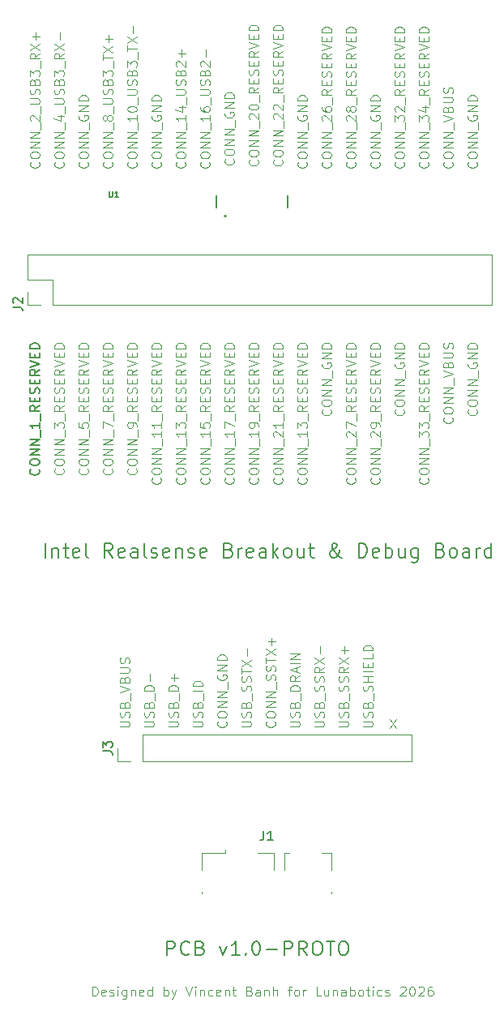
<source format=gbr>
%TF.GenerationSoftware,KiCad,Pcbnew,9.0.7*%
%TF.CreationDate,2026-01-29T21:22:27-07:00*%
%TF.ProjectId,Realsense Adapter,5265616c-7365-46e7-9365-204164617074,1.0-PROTO*%
%TF.SameCoordinates,Original*%
%TF.FileFunction,Legend,Top*%
%TF.FilePolarity,Positive*%
%FSLAX46Y46*%
G04 Gerber Fmt 4.6, Leading zero omitted, Abs format (unit mm)*
G04 Created by KiCad (PCBNEW 9.0.7) date 2026-01-29 21:22:27*
%MOMM*%
%LPD*%
G01*
G04 APERTURE LIST*
%ADD10C,0.100000*%
%ADD11C,0.171250*%
%ADD12C,0.188500*%
%ADD13C,0.150000*%
%ADD14C,0.127000*%
%ADD15C,0.200000*%
%ADD16C,0.120000*%
G04 APERTURE END LIST*
D10*
X127303884Y-149732419D02*
X127303884Y-148732419D01*
X127303884Y-148732419D02*
X127541979Y-148732419D01*
X127541979Y-148732419D02*
X127684836Y-148780038D01*
X127684836Y-148780038D02*
X127780074Y-148875276D01*
X127780074Y-148875276D02*
X127827693Y-148970514D01*
X127827693Y-148970514D02*
X127875312Y-149160990D01*
X127875312Y-149160990D02*
X127875312Y-149303847D01*
X127875312Y-149303847D02*
X127827693Y-149494323D01*
X127827693Y-149494323D02*
X127780074Y-149589561D01*
X127780074Y-149589561D02*
X127684836Y-149684800D01*
X127684836Y-149684800D02*
X127541979Y-149732419D01*
X127541979Y-149732419D02*
X127303884Y-149732419D01*
X128684836Y-149684800D02*
X128589598Y-149732419D01*
X128589598Y-149732419D02*
X128399122Y-149732419D01*
X128399122Y-149732419D02*
X128303884Y-149684800D01*
X128303884Y-149684800D02*
X128256265Y-149589561D01*
X128256265Y-149589561D02*
X128256265Y-149208609D01*
X128256265Y-149208609D02*
X128303884Y-149113371D01*
X128303884Y-149113371D02*
X128399122Y-149065752D01*
X128399122Y-149065752D02*
X128589598Y-149065752D01*
X128589598Y-149065752D02*
X128684836Y-149113371D01*
X128684836Y-149113371D02*
X128732455Y-149208609D01*
X128732455Y-149208609D02*
X128732455Y-149303847D01*
X128732455Y-149303847D02*
X128256265Y-149399085D01*
X129113408Y-149684800D02*
X129208646Y-149732419D01*
X129208646Y-149732419D02*
X129399122Y-149732419D01*
X129399122Y-149732419D02*
X129494360Y-149684800D01*
X129494360Y-149684800D02*
X129541979Y-149589561D01*
X129541979Y-149589561D02*
X129541979Y-149541942D01*
X129541979Y-149541942D02*
X129494360Y-149446704D01*
X129494360Y-149446704D02*
X129399122Y-149399085D01*
X129399122Y-149399085D02*
X129256265Y-149399085D01*
X129256265Y-149399085D02*
X129161027Y-149351466D01*
X129161027Y-149351466D02*
X129113408Y-149256228D01*
X129113408Y-149256228D02*
X129113408Y-149208609D01*
X129113408Y-149208609D02*
X129161027Y-149113371D01*
X129161027Y-149113371D02*
X129256265Y-149065752D01*
X129256265Y-149065752D02*
X129399122Y-149065752D01*
X129399122Y-149065752D02*
X129494360Y-149113371D01*
X129970551Y-149732419D02*
X129970551Y-149065752D01*
X129970551Y-148732419D02*
X129922932Y-148780038D01*
X129922932Y-148780038D02*
X129970551Y-148827657D01*
X129970551Y-148827657D02*
X130018170Y-148780038D01*
X130018170Y-148780038D02*
X129970551Y-148732419D01*
X129970551Y-148732419D02*
X129970551Y-148827657D01*
X130875312Y-149065752D02*
X130875312Y-149875276D01*
X130875312Y-149875276D02*
X130827693Y-149970514D01*
X130827693Y-149970514D02*
X130780074Y-150018133D01*
X130780074Y-150018133D02*
X130684836Y-150065752D01*
X130684836Y-150065752D02*
X130541979Y-150065752D01*
X130541979Y-150065752D02*
X130446741Y-150018133D01*
X130875312Y-149684800D02*
X130780074Y-149732419D01*
X130780074Y-149732419D02*
X130589598Y-149732419D01*
X130589598Y-149732419D02*
X130494360Y-149684800D01*
X130494360Y-149684800D02*
X130446741Y-149637180D01*
X130446741Y-149637180D02*
X130399122Y-149541942D01*
X130399122Y-149541942D02*
X130399122Y-149256228D01*
X130399122Y-149256228D02*
X130446741Y-149160990D01*
X130446741Y-149160990D02*
X130494360Y-149113371D01*
X130494360Y-149113371D02*
X130589598Y-149065752D01*
X130589598Y-149065752D02*
X130780074Y-149065752D01*
X130780074Y-149065752D02*
X130875312Y-149113371D01*
X131351503Y-149065752D02*
X131351503Y-149732419D01*
X131351503Y-149160990D02*
X131399122Y-149113371D01*
X131399122Y-149113371D02*
X131494360Y-149065752D01*
X131494360Y-149065752D02*
X131637217Y-149065752D01*
X131637217Y-149065752D02*
X131732455Y-149113371D01*
X131732455Y-149113371D02*
X131780074Y-149208609D01*
X131780074Y-149208609D02*
X131780074Y-149732419D01*
X132637217Y-149684800D02*
X132541979Y-149732419D01*
X132541979Y-149732419D02*
X132351503Y-149732419D01*
X132351503Y-149732419D02*
X132256265Y-149684800D01*
X132256265Y-149684800D02*
X132208646Y-149589561D01*
X132208646Y-149589561D02*
X132208646Y-149208609D01*
X132208646Y-149208609D02*
X132256265Y-149113371D01*
X132256265Y-149113371D02*
X132351503Y-149065752D01*
X132351503Y-149065752D02*
X132541979Y-149065752D01*
X132541979Y-149065752D02*
X132637217Y-149113371D01*
X132637217Y-149113371D02*
X132684836Y-149208609D01*
X132684836Y-149208609D02*
X132684836Y-149303847D01*
X132684836Y-149303847D02*
X132208646Y-149399085D01*
X133541979Y-149732419D02*
X133541979Y-148732419D01*
X133541979Y-149684800D02*
X133446741Y-149732419D01*
X133446741Y-149732419D02*
X133256265Y-149732419D01*
X133256265Y-149732419D02*
X133161027Y-149684800D01*
X133161027Y-149684800D02*
X133113408Y-149637180D01*
X133113408Y-149637180D02*
X133065789Y-149541942D01*
X133065789Y-149541942D02*
X133065789Y-149256228D01*
X133065789Y-149256228D02*
X133113408Y-149160990D01*
X133113408Y-149160990D02*
X133161027Y-149113371D01*
X133161027Y-149113371D02*
X133256265Y-149065752D01*
X133256265Y-149065752D02*
X133446741Y-149065752D01*
X133446741Y-149065752D02*
X133541979Y-149113371D01*
X134780075Y-149732419D02*
X134780075Y-148732419D01*
X134780075Y-149113371D02*
X134875313Y-149065752D01*
X134875313Y-149065752D02*
X135065789Y-149065752D01*
X135065789Y-149065752D02*
X135161027Y-149113371D01*
X135161027Y-149113371D02*
X135208646Y-149160990D01*
X135208646Y-149160990D02*
X135256265Y-149256228D01*
X135256265Y-149256228D02*
X135256265Y-149541942D01*
X135256265Y-149541942D02*
X135208646Y-149637180D01*
X135208646Y-149637180D02*
X135161027Y-149684800D01*
X135161027Y-149684800D02*
X135065789Y-149732419D01*
X135065789Y-149732419D02*
X134875313Y-149732419D01*
X134875313Y-149732419D02*
X134780075Y-149684800D01*
X135589599Y-149065752D02*
X135827694Y-149732419D01*
X136065789Y-149065752D02*
X135827694Y-149732419D01*
X135827694Y-149732419D02*
X135732456Y-149970514D01*
X135732456Y-149970514D02*
X135684837Y-150018133D01*
X135684837Y-150018133D02*
X135589599Y-150065752D01*
X137065790Y-148732419D02*
X137399123Y-149732419D01*
X137399123Y-149732419D02*
X137732456Y-148732419D01*
X138065790Y-149732419D02*
X138065790Y-149065752D01*
X138065790Y-148732419D02*
X138018171Y-148780038D01*
X138018171Y-148780038D02*
X138065790Y-148827657D01*
X138065790Y-148827657D02*
X138113409Y-148780038D01*
X138113409Y-148780038D02*
X138065790Y-148732419D01*
X138065790Y-148732419D02*
X138065790Y-148827657D01*
X138541980Y-149065752D02*
X138541980Y-149732419D01*
X138541980Y-149160990D02*
X138589599Y-149113371D01*
X138589599Y-149113371D02*
X138684837Y-149065752D01*
X138684837Y-149065752D02*
X138827694Y-149065752D01*
X138827694Y-149065752D02*
X138922932Y-149113371D01*
X138922932Y-149113371D02*
X138970551Y-149208609D01*
X138970551Y-149208609D02*
X138970551Y-149732419D01*
X139875313Y-149684800D02*
X139780075Y-149732419D01*
X139780075Y-149732419D02*
X139589599Y-149732419D01*
X139589599Y-149732419D02*
X139494361Y-149684800D01*
X139494361Y-149684800D02*
X139446742Y-149637180D01*
X139446742Y-149637180D02*
X139399123Y-149541942D01*
X139399123Y-149541942D02*
X139399123Y-149256228D01*
X139399123Y-149256228D02*
X139446742Y-149160990D01*
X139446742Y-149160990D02*
X139494361Y-149113371D01*
X139494361Y-149113371D02*
X139589599Y-149065752D01*
X139589599Y-149065752D02*
X139780075Y-149065752D01*
X139780075Y-149065752D02*
X139875313Y-149113371D01*
X140684837Y-149684800D02*
X140589599Y-149732419D01*
X140589599Y-149732419D02*
X140399123Y-149732419D01*
X140399123Y-149732419D02*
X140303885Y-149684800D01*
X140303885Y-149684800D02*
X140256266Y-149589561D01*
X140256266Y-149589561D02*
X140256266Y-149208609D01*
X140256266Y-149208609D02*
X140303885Y-149113371D01*
X140303885Y-149113371D02*
X140399123Y-149065752D01*
X140399123Y-149065752D02*
X140589599Y-149065752D01*
X140589599Y-149065752D02*
X140684837Y-149113371D01*
X140684837Y-149113371D02*
X140732456Y-149208609D01*
X140732456Y-149208609D02*
X140732456Y-149303847D01*
X140732456Y-149303847D02*
X140256266Y-149399085D01*
X141161028Y-149065752D02*
X141161028Y-149732419D01*
X141161028Y-149160990D02*
X141208647Y-149113371D01*
X141208647Y-149113371D02*
X141303885Y-149065752D01*
X141303885Y-149065752D02*
X141446742Y-149065752D01*
X141446742Y-149065752D02*
X141541980Y-149113371D01*
X141541980Y-149113371D02*
X141589599Y-149208609D01*
X141589599Y-149208609D02*
X141589599Y-149732419D01*
X141922933Y-149065752D02*
X142303885Y-149065752D01*
X142065790Y-148732419D02*
X142065790Y-149589561D01*
X142065790Y-149589561D02*
X142113409Y-149684800D01*
X142113409Y-149684800D02*
X142208647Y-149732419D01*
X142208647Y-149732419D02*
X142303885Y-149732419D01*
X143732457Y-149208609D02*
X143875314Y-149256228D01*
X143875314Y-149256228D02*
X143922933Y-149303847D01*
X143922933Y-149303847D02*
X143970552Y-149399085D01*
X143970552Y-149399085D02*
X143970552Y-149541942D01*
X143970552Y-149541942D02*
X143922933Y-149637180D01*
X143922933Y-149637180D02*
X143875314Y-149684800D01*
X143875314Y-149684800D02*
X143780076Y-149732419D01*
X143780076Y-149732419D02*
X143399124Y-149732419D01*
X143399124Y-149732419D02*
X143399124Y-148732419D01*
X143399124Y-148732419D02*
X143732457Y-148732419D01*
X143732457Y-148732419D02*
X143827695Y-148780038D01*
X143827695Y-148780038D02*
X143875314Y-148827657D01*
X143875314Y-148827657D02*
X143922933Y-148922895D01*
X143922933Y-148922895D02*
X143922933Y-149018133D01*
X143922933Y-149018133D02*
X143875314Y-149113371D01*
X143875314Y-149113371D02*
X143827695Y-149160990D01*
X143827695Y-149160990D02*
X143732457Y-149208609D01*
X143732457Y-149208609D02*
X143399124Y-149208609D01*
X144827695Y-149732419D02*
X144827695Y-149208609D01*
X144827695Y-149208609D02*
X144780076Y-149113371D01*
X144780076Y-149113371D02*
X144684838Y-149065752D01*
X144684838Y-149065752D02*
X144494362Y-149065752D01*
X144494362Y-149065752D02*
X144399124Y-149113371D01*
X144827695Y-149684800D02*
X144732457Y-149732419D01*
X144732457Y-149732419D02*
X144494362Y-149732419D01*
X144494362Y-149732419D02*
X144399124Y-149684800D01*
X144399124Y-149684800D02*
X144351505Y-149589561D01*
X144351505Y-149589561D02*
X144351505Y-149494323D01*
X144351505Y-149494323D02*
X144399124Y-149399085D01*
X144399124Y-149399085D02*
X144494362Y-149351466D01*
X144494362Y-149351466D02*
X144732457Y-149351466D01*
X144732457Y-149351466D02*
X144827695Y-149303847D01*
X145303886Y-149065752D02*
X145303886Y-149732419D01*
X145303886Y-149160990D02*
X145351505Y-149113371D01*
X145351505Y-149113371D02*
X145446743Y-149065752D01*
X145446743Y-149065752D02*
X145589600Y-149065752D01*
X145589600Y-149065752D02*
X145684838Y-149113371D01*
X145684838Y-149113371D02*
X145732457Y-149208609D01*
X145732457Y-149208609D02*
X145732457Y-149732419D01*
X146208648Y-149732419D02*
X146208648Y-148732419D01*
X146637219Y-149732419D02*
X146637219Y-149208609D01*
X146637219Y-149208609D02*
X146589600Y-149113371D01*
X146589600Y-149113371D02*
X146494362Y-149065752D01*
X146494362Y-149065752D02*
X146351505Y-149065752D01*
X146351505Y-149065752D02*
X146256267Y-149113371D01*
X146256267Y-149113371D02*
X146208648Y-149160990D01*
X147732458Y-149065752D02*
X148113410Y-149065752D01*
X147875315Y-149732419D02*
X147875315Y-148875276D01*
X147875315Y-148875276D02*
X147922934Y-148780038D01*
X147922934Y-148780038D02*
X148018172Y-148732419D01*
X148018172Y-148732419D02*
X148113410Y-148732419D01*
X148589601Y-149732419D02*
X148494363Y-149684800D01*
X148494363Y-149684800D02*
X148446744Y-149637180D01*
X148446744Y-149637180D02*
X148399125Y-149541942D01*
X148399125Y-149541942D02*
X148399125Y-149256228D01*
X148399125Y-149256228D02*
X148446744Y-149160990D01*
X148446744Y-149160990D02*
X148494363Y-149113371D01*
X148494363Y-149113371D02*
X148589601Y-149065752D01*
X148589601Y-149065752D02*
X148732458Y-149065752D01*
X148732458Y-149065752D02*
X148827696Y-149113371D01*
X148827696Y-149113371D02*
X148875315Y-149160990D01*
X148875315Y-149160990D02*
X148922934Y-149256228D01*
X148922934Y-149256228D02*
X148922934Y-149541942D01*
X148922934Y-149541942D02*
X148875315Y-149637180D01*
X148875315Y-149637180D02*
X148827696Y-149684800D01*
X148827696Y-149684800D02*
X148732458Y-149732419D01*
X148732458Y-149732419D02*
X148589601Y-149732419D01*
X149351506Y-149732419D02*
X149351506Y-149065752D01*
X149351506Y-149256228D02*
X149399125Y-149160990D01*
X149399125Y-149160990D02*
X149446744Y-149113371D01*
X149446744Y-149113371D02*
X149541982Y-149065752D01*
X149541982Y-149065752D02*
X149637220Y-149065752D01*
X151208649Y-149732419D02*
X150732459Y-149732419D01*
X150732459Y-149732419D02*
X150732459Y-148732419D01*
X151970554Y-149065752D02*
X151970554Y-149732419D01*
X151541983Y-149065752D02*
X151541983Y-149589561D01*
X151541983Y-149589561D02*
X151589602Y-149684800D01*
X151589602Y-149684800D02*
X151684840Y-149732419D01*
X151684840Y-149732419D02*
X151827697Y-149732419D01*
X151827697Y-149732419D02*
X151922935Y-149684800D01*
X151922935Y-149684800D02*
X151970554Y-149637180D01*
X152446745Y-149065752D02*
X152446745Y-149732419D01*
X152446745Y-149160990D02*
X152494364Y-149113371D01*
X152494364Y-149113371D02*
X152589602Y-149065752D01*
X152589602Y-149065752D02*
X152732459Y-149065752D01*
X152732459Y-149065752D02*
X152827697Y-149113371D01*
X152827697Y-149113371D02*
X152875316Y-149208609D01*
X152875316Y-149208609D02*
X152875316Y-149732419D01*
X153780078Y-149732419D02*
X153780078Y-149208609D01*
X153780078Y-149208609D02*
X153732459Y-149113371D01*
X153732459Y-149113371D02*
X153637221Y-149065752D01*
X153637221Y-149065752D02*
X153446745Y-149065752D01*
X153446745Y-149065752D02*
X153351507Y-149113371D01*
X153780078Y-149684800D02*
X153684840Y-149732419D01*
X153684840Y-149732419D02*
X153446745Y-149732419D01*
X153446745Y-149732419D02*
X153351507Y-149684800D01*
X153351507Y-149684800D02*
X153303888Y-149589561D01*
X153303888Y-149589561D02*
X153303888Y-149494323D01*
X153303888Y-149494323D02*
X153351507Y-149399085D01*
X153351507Y-149399085D02*
X153446745Y-149351466D01*
X153446745Y-149351466D02*
X153684840Y-149351466D01*
X153684840Y-149351466D02*
X153780078Y-149303847D01*
X154256269Y-149732419D02*
X154256269Y-148732419D01*
X154256269Y-149113371D02*
X154351507Y-149065752D01*
X154351507Y-149065752D02*
X154541983Y-149065752D01*
X154541983Y-149065752D02*
X154637221Y-149113371D01*
X154637221Y-149113371D02*
X154684840Y-149160990D01*
X154684840Y-149160990D02*
X154732459Y-149256228D01*
X154732459Y-149256228D02*
X154732459Y-149541942D01*
X154732459Y-149541942D02*
X154684840Y-149637180D01*
X154684840Y-149637180D02*
X154637221Y-149684800D01*
X154637221Y-149684800D02*
X154541983Y-149732419D01*
X154541983Y-149732419D02*
X154351507Y-149732419D01*
X154351507Y-149732419D02*
X154256269Y-149684800D01*
X155303888Y-149732419D02*
X155208650Y-149684800D01*
X155208650Y-149684800D02*
X155161031Y-149637180D01*
X155161031Y-149637180D02*
X155113412Y-149541942D01*
X155113412Y-149541942D02*
X155113412Y-149256228D01*
X155113412Y-149256228D02*
X155161031Y-149160990D01*
X155161031Y-149160990D02*
X155208650Y-149113371D01*
X155208650Y-149113371D02*
X155303888Y-149065752D01*
X155303888Y-149065752D02*
X155446745Y-149065752D01*
X155446745Y-149065752D02*
X155541983Y-149113371D01*
X155541983Y-149113371D02*
X155589602Y-149160990D01*
X155589602Y-149160990D02*
X155637221Y-149256228D01*
X155637221Y-149256228D02*
X155637221Y-149541942D01*
X155637221Y-149541942D02*
X155589602Y-149637180D01*
X155589602Y-149637180D02*
X155541983Y-149684800D01*
X155541983Y-149684800D02*
X155446745Y-149732419D01*
X155446745Y-149732419D02*
X155303888Y-149732419D01*
X155922936Y-149065752D02*
X156303888Y-149065752D01*
X156065793Y-148732419D02*
X156065793Y-149589561D01*
X156065793Y-149589561D02*
X156113412Y-149684800D01*
X156113412Y-149684800D02*
X156208650Y-149732419D01*
X156208650Y-149732419D02*
X156303888Y-149732419D01*
X156637222Y-149732419D02*
X156637222Y-149065752D01*
X156637222Y-148732419D02*
X156589603Y-148780038D01*
X156589603Y-148780038D02*
X156637222Y-148827657D01*
X156637222Y-148827657D02*
X156684841Y-148780038D01*
X156684841Y-148780038D02*
X156637222Y-148732419D01*
X156637222Y-148732419D02*
X156637222Y-148827657D01*
X157541983Y-149684800D02*
X157446745Y-149732419D01*
X157446745Y-149732419D02*
X157256269Y-149732419D01*
X157256269Y-149732419D02*
X157161031Y-149684800D01*
X157161031Y-149684800D02*
X157113412Y-149637180D01*
X157113412Y-149637180D02*
X157065793Y-149541942D01*
X157065793Y-149541942D02*
X157065793Y-149256228D01*
X157065793Y-149256228D02*
X157113412Y-149160990D01*
X157113412Y-149160990D02*
X157161031Y-149113371D01*
X157161031Y-149113371D02*
X157256269Y-149065752D01*
X157256269Y-149065752D02*
X157446745Y-149065752D01*
X157446745Y-149065752D02*
X157541983Y-149113371D01*
X157922936Y-149684800D02*
X158018174Y-149732419D01*
X158018174Y-149732419D02*
X158208650Y-149732419D01*
X158208650Y-149732419D02*
X158303888Y-149684800D01*
X158303888Y-149684800D02*
X158351507Y-149589561D01*
X158351507Y-149589561D02*
X158351507Y-149541942D01*
X158351507Y-149541942D02*
X158303888Y-149446704D01*
X158303888Y-149446704D02*
X158208650Y-149399085D01*
X158208650Y-149399085D02*
X158065793Y-149399085D01*
X158065793Y-149399085D02*
X157970555Y-149351466D01*
X157970555Y-149351466D02*
X157922936Y-149256228D01*
X157922936Y-149256228D02*
X157922936Y-149208609D01*
X157922936Y-149208609D02*
X157970555Y-149113371D01*
X157970555Y-149113371D02*
X158065793Y-149065752D01*
X158065793Y-149065752D02*
X158208650Y-149065752D01*
X158208650Y-149065752D02*
X158303888Y-149113371D01*
X159494365Y-148827657D02*
X159541984Y-148780038D01*
X159541984Y-148780038D02*
X159637222Y-148732419D01*
X159637222Y-148732419D02*
X159875317Y-148732419D01*
X159875317Y-148732419D02*
X159970555Y-148780038D01*
X159970555Y-148780038D02*
X160018174Y-148827657D01*
X160018174Y-148827657D02*
X160065793Y-148922895D01*
X160065793Y-148922895D02*
X160065793Y-149018133D01*
X160065793Y-149018133D02*
X160018174Y-149160990D01*
X160018174Y-149160990D02*
X159446746Y-149732419D01*
X159446746Y-149732419D02*
X160065793Y-149732419D01*
X160684841Y-148732419D02*
X160780079Y-148732419D01*
X160780079Y-148732419D02*
X160875317Y-148780038D01*
X160875317Y-148780038D02*
X160922936Y-148827657D01*
X160922936Y-148827657D02*
X160970555Y-148922895D01*
X160970555Y-148922895D02*
X161018174Y-149113371D01*
X161018174Y-149113371D02*
X161018174Y-149351466D01*
X161018174Y-149351466D02*
X160970555Y-149541942D01*
X160970555Y-149541942D02*
X160922936Y-149637180D01*
X160922936Y-149637180D02*
X160875317Y-149684800D01*
X160875317Y-149684800D02*
X160780079Y-149732419D01*
X160780079Y-149732419D02*
X160684841Y-149732419D01*
X160684841Y-149732419D02*
X160589603Y-149684800D01*
X160589603Y-149684800D02*
X160541984Y-149637180D01*
X160541984Y-149637180D02*
X160494365Y-149541942D01*
X160494365Y-149541942D02*
X160446746Y-149351466D01*
X160446746Y-149351466D02*
X160446746Y-149113371D01*
X160446746Y-149113371D02*
X160494365Y-148922895D01*
X160494365Y-148922895D02*
X160541984Y-148827657D01*
X160541984Y-148827657D02*
X160589603Y-148780038D01*
X160589603Y-148780038D02*
X160684841Y-148732419D01*
X161399127Y-148827657D02*
X161446746Y-148780038D01*
X161446746Y-148780038D02*
X161541984Y-148732419D01*
X161541984Y-148732419D02*
X161780079Y-148732419D01*
X161780079Y-148732419D02*
X161875317Y-148780038D01*
X161875317Y-148780038D02*
X161922936Y-148827657D01*
X161922936Y-148827657D02*
X161970555Y-148922895D01*
X161970555Y-148922895D02*
X161970555Y-149018133D01*
X161970555Y-149018133D02*
X161922936Y-149160990D01*
X161922936Y-149160990D02*
X161351508Y-149732419D01*
X161351508Y-149732419D02*
X161970555Y-149732419D01*
X162827698Y-148732419D02*
X162637222Y-148732419D01*
X162637222Y-148732419D02*
X162541984Y-148780038D01*
X162541984Y-148780038D02*
X162494365Y-148827657D01*
X162494365Y-148827657D02*
X162399127Y-148970514D01*
X162399127Y-148970514D02*
X162351508Y-149160990D01*
X162351508Y-149160990D02*
X162351508Y-149541942D01*
X162351508Y-149541942D02*
X162399127Y-149637180D01*
X162399127Y-149637180D02*
X162446746Y-149684800D01*
X162446746Y-149684800D02*
X162541984Y-149732419D01*
X162541984Y-149732419D02*
X162732460Y-149732419D01*
X162732460Y-149732419D02*
X162827698Y-149684800D01*
X162827698Y-149684800D02*
X162875317Y-149637180D01*
X162875317Y-149637180D02*
X162922936Y-149541942D01*
X162922936Y-149541942D02*
X162922936Y-149303847D01*
X162922936Y-149303847D02*
X162875317Y-149208609D01*
X162875317Y-149208609D02*
X162827698Y-149160990D01*
X162827698Y-149160990D02*
X162732460Y-149113371D01*
X162732460Y-149113371D02*
X162541984Y-149113371D01*
X162541984Y-149113371D02*
X162446746Y-149160990D01*
X162446746Y-149160990D02*
X162399127Y-149208609D01*
X162399127Y-149208609D02*
X162351508Y-149303847D01*
D11*
X135091711Y-145423433D02*
X135091711Y-144053433D01*
X135091711Y-144053433D02*
X135666187Y-144053433D01*
X135666187Y-144053433D02*
X135809806Y-144118671D01*
X135809806Y-144118671D02*
X135881616Y-144183909D01*
X135881616Y-144183909D02*
X135953425Y-144314385D01*
X135953425Y-144314385D02*
X135953425Y-144510099D01*
X135953425Y-144510099D02*
X135881616Y-144640575D01*
X135881616Y-144640575D02*
X135809806Y-144705814D01*
X135809806Y-144705814D02*
X135666187Y-144771052D01*
X135666187Y-144771052D02*
X135091711Y-144771052D01*
X137461425Y-145292956D02*
X137389616Y-145358195D01*
X137389616Y-145358195D02*
X137174187Y-145423433D01*
X137174187Y-145423433D02*
X137030568Y-145423433D01*
X137030568Y-145423433D02*
X136815140Y-145358195D01*
X136815140Y-145358195D02*
X136671521Y-145227718D01*
X136671521Y-145227718D02*
X136599711Y-145097242D01*
X136599711Y-145097242D02*
X136527902Y-144836290D01*
X136527902Y-144836290D02*
X136527902Y-144640575D01*
X136527902Y-144640575D02*
X136599711Y-144379623D01*
X136599711Y-144379623D02*
X136671521Y-144249147D01*
X136671521Y-144249147D02*
X136815140Y-144118671D01*
X136815140Y-144118671D02*
X137030568Y-144053433D01*
X137030568Y-144053433D02*
X137174187Y-144053433D01*
X137174187Y-144053433D02*
X137389616Y-144118671D01*
X137389616Y-144118671D02*
X137461425Y-144183909D01*
X138610378Y-144705814D02*
X138825806Y-144771052D01*
X138825806Y-144771052D02*
X138897616Y-144836290D01*
X138897616Y-144836290D02*
X138969425Y-144966766D01*
X138969425Y-144966766D02*
X138969425Y-145162480D01*
X138969425Y-145162480D02*
X138897616Y-145292956D01*
X138897616Y-145292956D02*
X138825806Y-145358195D01*
X138825806Y-145358195D02*
X138682187Y-145423433D01*
X138682187Y-145423433D02*
X138107711Y-145423433D01*
X138107711Y-145423433D02*
X138107711Y-144053433D01*
X138107711Y-144053433D02*
X138610378Y-144053433D01*
X138610378Y-144053433D02*
X138753997Y-144118671D01*
X138753997Y-144118671D02*
X138825806Y-144183909D01*
X138825806Y-144183909D02*
X138897616Y-144314385D01*
X138897616Y-144314385D02*
X138897616Y-144444861D01*
X138897616Y-144444861D02*
X138825806Y-144575337D01*
X138825806Y-144575337D02*
X138753997Y-144640575D01*
X138753997Y-144640575D02*
X138610378Y-144705814D01*
X138610378Y-144705814D02*
X138107711Y-144705814D01*
X140621044Y-144510099D02*
X140980092Y-145423433D01*
X140980092Y-145423433D02*
X141339139Y-144510099D01*
X142703520Y-145423433D02*
X141841806Y-145423433D01*
X142272663Y-145423433D02*
X142272663Y-144053433D01*
X142272663Y-144053433D02*
X142129044Y-144249147D01*
X142129044Y-144249147D02*
X141985425Y-144379623D01*
X141985425Y-144379623D02*
X141841806Y-144444861D01*
X143349805Y-145292956D02*
X143421615Y-145358195D01*
X143421615Y-145358195D02*
X143349805Y-145423433D01*
X143349805Y-145423433D02*
X143277996Y-145358195D01*
X143277996Y-145358195D02*
X143349805Y-145292956D01*
X143349805Y-145292956D02*
X143349805Y-145423433D01*
X144355138Y-144053433D02*
X144498757Y-144053433D01*
X144498757Y-144053433D02*
X144642376Y-144118671D01*
X144642376Y-144118671D02*
X144714186Y-144183909D01*
X144714186Y-144183909D02*
X144785995Y-144314385D01*
X144785995Y-144314385D02*
X144857805Y-144575337D01*
X144857805Y-144575337D02*
X144857805Y-144901528D01*
X144857805Y-144901528D02*
X144785995Y-145162480D01*
X144785995Y-145162480D02*
X144714186Y-145292956D01*
X144714186Y-145292956D02*
X144642376Y-145358195D01*
X144642376Y-145358195D02*
X144498757Y-145423433D01*
X144498757Y-145423433D02*
X144355138Y-145423433D01*
X144355138Y-145423433D02*
X144211519Y-145358195D01*
X144211519Y-145358195D02*
X144139710Y-145292956D01*
X144139710Y-145292956D02*
X144067900Y-145162480D01*
X144067900Y-145162480D02*
X143996091Y-144901528D01*
X143996091Y-144901528D02*
X143996091Y-144575337D01*
X143996091Y-144575337D02*
X144067900Y-144314385D01*
X144067900Y-144314385D02*
X144139710Y-144183909D01*
X144139710Y-144183909D02*
X144211519Y-144118671D01*
X144211519Y-144118671D02*
X144355138Y-144053433D01*
X145504090Y-144901528D02*
X146653043Y-144901528D01*
X147371138Y-145423433D02*
X147371138Y-144053433D01*
X147371138Y-144053433D02*
X147945614Y-144053433D01*
X147945614Y-144053433D02*
X148089233Y-144118671D01*
X148089233Y-144118671D02*
X148161043Y-144183909D01*
X148161043Y-144183909D02*
X148232852Y-144314385D01*
X148232852Y-144314385D02*
X148232852Y-144510099D01*
X148232852Y-144510099D02*
X148161043Y-144640575D01*
X148161043Y-144640575D02*
X148089233Y-144705814D01*
X148089233Y-144705814D02*
X147945614Y-144771052D01*
X147945614Y-144771052D02*
X147371138Y-144771052D01*
X149740852Y-145423433D02*
X149238186Y-144771052D01*
X148879138Y-145423433D02*
X148879138Y-144053433D01*
X148879138Y-144053433D02*
X149453614Y-144053433D01*
X149453614Y-144053433D02*
X149597233Y-144118671D01*
X149597233Y-144118671D02*
X149669043Y-144183909D01*
X149669043Y-144183909D02*
X149740852Y-144314385D01*
X149740852Y-144314385D02*
X149740852Y-144510099D01*
X149740852Y-144510099D02*
X149669043Y-144640575D01*
X149669043Y-144640575D02*
X149597233Y-144705814D01*
X149597233Y-144705814D02*
X149453614Y-144771052D01*
X149453614Y-144771052D02*
X148879138Y-144771052D01*
X150674376Y-144053433D02*
X150961614Y-144053433D01*
X150961614Y-144053433D02*
X151105233Y-144118671D01*
X151105233Y-144118671D02*
X151248852Y-144249147D01*
X151248852Y-144249147D02*
X151320662Y-144510099D01*
X151320662Y-144510099D02*
X151320662Y-144966766D01*
X151320662Y-144966766D02*
X151248852Y-145227718D01*
X151248852Y-145227718D02*
X151105233Y-145358195D01*
X151105233Y-145358195D02*
X150961614Y-145423433D01*
X150961614Y-145423433D02*
X150674376Y-145423433D01*
X150674376Y-145423433D02*
X150530757Y-145358195D01*
X150530757Y-145358195D02*
X150387138Y-145227718D01*
X150387138Y-145227718D02*
X150315329Y-144966766D01*
X150315329Y-144966766D02*
X150315329Y-144510099D01*
X150315329Y-144510099D02*
X150387138Y-144249147D01*
X150387138Y-144249147D02*
X150530757Y-144118671D01*
X150530757Y-144118671D02*
X150674376Y-144053433D01*
X151751520Y-144053433D02*
X152613234Y-144053433D01*
X152182377Y-145423433D02*
X152182377Y-144053433D01*
X153403138Y-144053433D02*
X153690376Y-144053433D01*
X153690376Y-144053433D02*
X153833995Y-144118671D01*
X153833995Y-144118671D02*
X153977614Y-144249147D01*
X153977614Y-144249147D02*
X154049424Y-144510099D01*
X154049424Y-144510099D02*
X154049424Y-144966766D01*
X154049424Y-144966766D02*
X153977614Y-145227718D01*
X153977614Y-145227718D02*
X153833995Y-145358195D01*
X153833995Y-145358195D02*
X153690376Y-145423433D01*
X153690376Y-145423433D02*
X153403138Y-145423433D01*
X153403138Y-145423433D02*
X153259519Y-145358195D01*
X153259519Y-145358195D02*
X153115900Y-145227718D01*
X153115900Y-145227718D02*
X153044091Y-144966766D01*
X153044091Y-144966766D02*
X153044091Y-144510099D01*
X153044091Y-144510099D02*
X153115900Y-144249147D01*
X153115900Y-144249147D02*
X153259519Y-144118671D01*
X153259519Y-144118671D02*
X153403138Y-144053433D01*
D10*
X159797180Y-88488646D02*
X159844800Y-88536265D01*
X159844800Y-88536265D02*
X159892419Y-88679122D01*
X159892419Y-88679122D02*
X159892419Y-88774360D01*
X159892419Y-88774360D02*
X159844800Y-88917217D01*
X159844800Y-88917217D02*
X159749561Y-89012455D01*
X159749561Y-89012455D02*
X159654323Y-89060074D01*
X159654323Y-89060074D02*
X159463847Y-89107693D01*
X159463847Y-89107693D02*
X159320990Y-89107693D01*
X159320990Y-89107693D02*
X159130514Y-89060074D01*
X159130514Y-89060074D02*
X159035276Y-89012455D01*
X159035276Y-89012455D02*
X158940038Y-88917217D01*
X158940038Y-88917217D02*
X158892419Y-88774360D01*
X158892419Y-88774360D02*
X158892419Y-88679122D01*
X158892419Y-88679122D02*
X158940038Y-88536265D01*
X158940038Y-88536265D02*
X158987657Y-88488646D01*
X158892419Y-87869598D02*
X158892419Y-87679122D01*
X158892419Y-87679122D02*
X158940038Y-87583884D01*
X158940038Y-87583884D02*
X159035276Y-87488646D01*
X159035276Y-87488646D02*
X159225752Y-87441027D01*
X159225752Y-87441027D02*
X159559085Y-87441027D01*
X159559085Y-87441027D02*
X159749561Y-87488646D01*
X159749561Y-87488646D02*
X159844800Y-87583884D01*
X159844800Y-87583884D02*
X159892419Y-87679122D01*
X159892419Y-87679122D02*
X159892419Y-87869598D01*
X159892419Y-87869598D02*
X159844800Y-87964836D01*
X159844800Y-87964836D02*
X159749561Y-88060074D01*
X159749561Y-88060074D02*
X159559085Y-88107693D01*
X159559085Y-88107693D02*
X159225752Y-88107693D01*
X159225752Y-88107693D02*
X159035276Y-88060074D01*
X159035276Y-88060074D02*
X158940038Y-87964836D01*
X158940038Y-87964836D02*
X158892419Y-87869598D01*
X159892419Y-87012455D02*
X158892419Y-87012455D01*
X158892419Y-87012455D02*
X159892419Y-86441027D01*
X159892419Y-86441027D02*
X158892419Y-86441027D01*
X159892419Y-85964836D02*
X158892419Y-85964836D01*
X158892419Y-85964836D02*
X159892419Y-85393408D01*
X159892419Y-85393408D02*
X158892419Y-85393408D01*
X159987657Y-85155313D02*
X159987657Y-84393408D01*
X158940038Y-83631503D02*
X158892419Y-83726741D01*
X158892419Y-83726741D02*
X158892419Y-83869598D01*
X158892419Y-83869598D02*
X158940038Y-84012455D01*
X158940038Y-84012455D02*
X159035276Y-84107693D01*
X159035276Y-84107693D02*
X159130514Y-84155312D01*
X159130514Y-84155312D02*
X159320990Y-84202931D01*
X159320990Y-84202931D02*
X159463847Y-84202931D01*
X159463847Y-84202931D02*
X159654323Y-84155312D01*
X159654323Y-84155312D02*
X159749561Y-84107693D01*
X159749561Y-84107693D02*
X159844800Y-84012455D01*
X159844800Y-84012455D02*
X159892419Y-83869598D01*
X159892419Y-83869598D02*
X159892419Y-83774360D01*
X159892419Y-83774360D02*
X159844800Y-83631503D01*
X159844800Y-83631503D02*
X159797180Y-83583884D01*
X159797180Y-83583884D02*
X159463847Y-83583884D01*
X159463847Y-83583884D02*
X159463847Y-83774360D01*
X159892419Y-83155312D02*
X158892419Y-83155312D01*
X158892419Y-83155312D02*
X159892419Y-82583884D01*
X159892419Y-82583884D02*
X158892419Y-82583884D01*
X159892419Y-82107693D02*
X158892419Y-82107693D01*
X158892419Y-82107693D02*
X158892419Y-81869598D01*
X158892419Y-81869598D02*
X158940038Y-81726741D01*
X158940038Y-81726741D02*
X159035276Y-81631503D01*
X159035276Y-81631503D02*
X159130514Y-81583884D01*
X159130514Y-81583884D02*
X159320990Y-81536265D01*
X159320990Y-81536265D02*
X159463847Y-81536265D01*
X159463847Y-81536265D02*
X159654323Y-81583884D01*
X159654323Y-81583884D02*
X159749561Y-81631503D01*
X159749561Y-81631503D02*
X159844800Y-81726741D01*
X159844800Y-81726741D02*
X159892419Y-81869598D01*
X159892419Y-81869598D02*
X159892419Y-82107693D01*
X124237180Y-62624687D02*
X124284800Y-62672306D01*
X124284800Y-62672306D02*
X124332419Y-62815163D01*
X124332419Y-62815163D02*
X124332419Y-62910401D01*
X124332419Y-62910401D02*
X124284800Y-63053258D01*
X124284800Y-63053258D02*
X124189561Y-63148496D01*
X124189561Y-63148496D02*
X124094323Y-63196115D01*
X124094323Y-63196115D02*
X123903847Y-63243734D01*
X123903847Y-63243734D02*
X123760990Y-63243734D01*
X123760990Y-63243734D02*
X123570514Y-63196115D01*
X123570514Y-63196115D02*
X123475276Y-63148496D01*
X123475276Y-63148496D02*
X123380038Y-63053258D01*
X123380038Y-63053258D02*
X123332419Y-62910401D01*
X123332419Y-62910401D02*
X123332419Y-62815163D01*
X123332419Y-62815163D02*
X123380038Y-62672306D01*
X123380038Y-62672306D02*
X123427657Y-62624687D01*
X123332419Y-62005639D02*
X123332419Y-61815163D01*
X123332419Y-61815163D02*
X123380038Y-61719925D01*
X123380038Y-61719925D02*
X123475276Y-61624687D01*
X123475276Y-61624687D02*
X123665752Y-61577068D01*
X123665752Y-61577068D02*
X123999085Y-61577068D01*
X123999085Y-61577068D02*
X124189561Y-61624687D01*
X124189561Y-61624687D02*
X124284800Y-61719925D01*
X124284800Y-61719925D02*
X124332419Y-61815163D01*
X124332419Y-61815163D02*
X124332419Y-62005639D01*
X124332419Y-62005639D02*
X124284800Y-62100877D01*
X124284800Y-62100877D02*
X124189561Y-62196115D01*
X124189561Y-62196115D02*
X123999085Y-62243734D01*
X123999085Y-62243734D02*
X123665752Y-62243734D01*
X123665752Y-62243734D02*
X123475276Y-62196115D01*
X123475276Y-62196115D02*
X123380038Y-62100877D01*
X123380038Y-62100877D02*
X123332419Y-62005639D01*
X124332419Y-61148496D02*
X123332419Y-61148496D01*
X123332419Y-61148496D02*
X124332419Y-60577068D01*
X124332419Y-60577068D02*
X123332419Y-60577068D01*
X124332419Y-60100877D02*
X123332419Y-60100877D01*
X123332419Y-60100877D02*
X124332419Y-59529449D01*
X124332419Y-59529449D02*
X123332419Y-59529449D01*
X124427657Y-59291354D02*
X124427657Y-58529449D01*
X123665752Y-57862782D02*
X124332419Y-57862782D01*
X123284800Y-58100877D02*
X123999085Y-58338972D01*
X123999085Y-58338972D02*
X123999085Y-57719925D01*
X124427657Y-57577068D02*
X124427657Y-56815163D01*
X123332419Y-56577067D02*
X124141942Y-56577067D01*
X124141942Y-56577067D02*
X124237180Y-56529448D01*
X124237180Y-56529448D02*
X124284800Y-56481829D01*
X124284800Y-56481829D02*
X124332419Y-56386591D01*
X124332419Y-56386591D02*
X124332419Y-56196115D01*
X124332419Y-56196115D02*
X124284800Y-56100877D01*
X124284800Y-56100877D02*
X124237180Y-56053258D01*
X124237180Y-56053258D02*
X124141942Y-56005639D01*
X124141942Y-56005639D02*
X123332419Y-56005639D01*
X124284800Y-55577067D02*
X124332419Y-55434210D01*
X124332419Y-55434210D02*
X124332419Y-55196115D01*
X124332419Y-55196115D02*
X124284800Y-55100877D01*
X124284800Y-55100877D02*
X124237180Y-55053258D01*
X124237180Y-55053258D02*
X124141942Y-55005639D01*
X124141942Y-55005639D02*
X124046704Y-55005639D01*
X124046704Y-55005639D02*
X123951466Y-55053258D01*
X123951466Y-55053258D02*
X123903847Y-55100877D01*
X123903847Y-55100877D02*
X123856228Y-55196115D01*
X123856228Y-55196115D02*
X123808609Y-55386591D01*
X123808609Y-55386591D02*
X123760990Y-55481829D01*
X123760990Y-55481829D02*
X123713371Y-55529448D01*
X123713371Y-55529448D02*
X123618133Y-55577067D01*
X123618133Y-55577067D02*
X123522895Y-55577067D01*
X123522895Y-55577067D02*
X123427657Y-55529448D01*
X123427657Y-55529448D02*
X123380038Y-55481829D01*
X123380038Y-55481829D02*
X123332419Y-55386591D01*
X123332419Y-55386591D02*
X123332419Y-55148496D01*
X123332419Y-55148496D02*
X123380038Y-55005639D01*
X123808609Y-54243734D02*
X123856228Y-54100877D01*
X123856228Y-54100877D02*
X123903847Y-54053258D01*
X123903847Y-54053258D02*
X123999085Y-54005639D01*
X123999085Y-54005639D02*
X124141942Y-54005639D01*
X124141942Y-54005639D02*
X124237180Y-54053258D01*
X124237180Y-54053258D02*
X124284800Y-54100877D01*
X124284800Y-54100877D02*
X124332419Y-54196115D01*
X124332419Y-54196115D02*
X124332419Y-54577067D01*
X124332419Y-54577067D02*
X123332419Y-54577067D01*
X123332419Y-54577067D02*
X123332419Y-54243734D01*
X123332419Y-54243734D02*
X123380038Y-54148496D01*
X123380038Y-54148496D02*
X123427657Y-54100877D01*
X123427657Y-54100877D02*
X123522895Y-54053258D01*
X123522895Y-54053258D02*
X123618133Y-54053258D01*
X123618133Y-54053258D02*
X123713371Y-54100877D01*
X123713371Y-54100877D02*
X123760990Y-54148496D01*
X123760990Y-54148496D02*
X123808609Y-54243734D01*
X123808609Y-54243734D02*
X123808609Y-54577067D01*
X123332419Y-53672305D02*
X123332419Y-53053258D01*
X123332419Y-53053258D02*
X123713371Y-53386591D01*
X123713371Y-53386591D02*
X123713371Y-53243734D01*
X123713371Y-53243734D02*
X123760990Y-53148496D01*
X123760990Y-53148496D02*
X123808609Y-53100877D01*
X123808609Y-53100877D02*
X123903847Y-53053258D01*
X123903847Y-53053258D02*
X124141942Y-53053258D01*
X124141942Y-53053258D02*
X124237180Y-53100877D01*
X124237180Y-53100877D02*
X124284800Y-53148496D01*
X124284800Y-53148496D02*
X124332419Y-53243734D01*
X124332419Y-53243734D02*
X124332419Y-53529448D01*
X124332419Y-53529448D02*
X124284800Y-53624686D01*
X124284800Y-53624686D02*
X124237180Y-53672305D01*
X124427657Y-52862782D02*
X124427657Y-52100877D01*
X124332419Y-51291353D02*
X123856228Y-51624686D01*
X124332419Y-51862781D02*
X123332419Y-51862781D01*
X123332419Y-51862781D02*
X123332419Y-51481829D01*
X123332419Y-51481829D02*
X123380038Y-51386591D01*
X123380038Y-51386591D02*
X123427657Y-51338972D01*
X123427657Y-51338972D02*
X123522895Y-51291353D01*
X123522895Y-51291353D02*
X123665752Y-51291353D01*
X123665752Y-51291353D02*
X123760990Y-51338972D01*
X123760990Y-51338972D02*
X123808609Y-51386591D01*
X123808609Y-51386591D02*
X123856228Y-51481829D01*
X123856228Y-51481829D02*
X123856228Y-51862781D01*
X123332419Y-50958019D02*
X124332419Y-50291353D01*
X123332419Y-50291353D02*
X124332419Y-50958019D01*
X123951466Y-49910400D02*
X123951466Y-49148496D01*
X167417180Y-88488646D02*
X167464800Y-88536265D01*
X167464800Y-88536265D02*
X167512419Y-88679122D01*
X167512419Y-88679122D02*
X167512419Y-88774360D01*
X167512419Y-88774360D02*
X167464800Y-88917217D01*
X167464800Y-88917217D02*
X167369561Y-89012455D01*
X167369561Y-89012455D02*
X167274323Y-89060074D01*
X167274323Y-89060074D02*
X167083847Y-89107693D01*
X167083847Y-89107693D02*
X166940990Y-89107693D01*
X166940990Y-89107693D02*
X166750514Y-89060074D01*
X166750514Y-89060074D02*
X166655276Y-89012455D01*
X166655276Y-89012455D02*
X166560038Y-88917217D01*
X166560038Y-88917217D02*
X166512419Y-88774360D01*
X166512419Y-88774360D02*
X166512419Y-88679122D01*
X166512419Y-88679122D02*
X166560038Y-88536265D01*
X166560038Y-88536265D02*
X166607657Y-88488646D01*
X166512419Y-87869598D02*
X166512419Y-87679122D01*
X166512419Y-87679122D02*
X166560038Y-87583884D01*
X166560038Y-87583884D02*
X166655276Y-87488646D01*
X166655276Y-87488646D02*
X166845752Y-87441027D01*
X166845752Y-87441027D02*
X167179085Y-87441027D01*
X167179085Y-87441027D02*
X167369561Y-87488646D01*
X167369561Y-87488646D02*
X167464800Y-87583884D01*
X167464800Y-87583884D02*
X167512419Y-87679122D01*
X167512419Y-87679122D02*
X167512419Y-87869598D01*
X167512419Y-87869598D02*
X167464800Y-87964836D01*
X167464800Y-87964836D02*
X167369561Y-88060074D01*
X167369561Y-88060074D02*
X167179085Y-88107693D01*
X167179085Y-88107693D02*
X166845752Y-88107693D01*
X166845752Y-88107693D02*
X166655276Y-88060074D01*
X166655276Y-88060074D02*
X166560038Y-87964836D01*
X166560038Y-87964836D02*
X166512419Y-87869598D01*
X167512419Y-87012455D02*
X166512419Y-87012455D01*
X166512419Y-87012455D02*
X167512419Y-86441027D01*
X167512419Y-86441027D02*
X166512419Y-86441027D01*
X167512419Y-85964836D02*
X166512419Y-85964836D01*
X166512419Y-85964836D02*
X167512419Y-85393408D01*
X167512419Y-85393408D02*
X166512419Y-85393408D01*
X167607657Y-85155313D02*
X167607657Y-84393408D01*
X166560038Y-83631503D02*
X166512419Y-83726741D01*
X166512419Y-83726741D02*
X166512419Y-83869598D01*
X166512419Y-83869598D02*
X166560038Y-84012455D01*
X166560038Y-84012455D02*
X166655276Y-84107693D01*
X166655276Y-84107693D02*
X166750514Y-84155312D01*
X166750514Y-84155312D02*
X166940990Y-84202931D01*
X166940990Y-84202931D02*
X167083847Y-84202931D01*
X167083847Y-84202931D02*
X167274323Y-84155312D01*
X167274323Y-84155312D02*
X167369561Y-84107693D01*
X167369561Y-84107693D02*
X167464800Y-84012455D01*
X167464800Y-84012455D02*
X167512419Y-83869598D01*
X167512419Y-83869598D02*
X167512419Y-83774360D01*
X167512419Y-83774360D02*
X167464800Y-83631503D01*
X167464800Y-83631503D02*
X167417180Y-83583884D01*
X167417180Y-83583884D02*
X167083847Y-83583884D01*
X167083847Y-83583884D02*
X167083847Y-83774360D01*
X167512419Y-83155312D02*
X166512419Y-83155312D01*
X166512419Y-83155312D02*
X167512419Y-82583884D01*
X167512419Y-82583884D02*
X166512419Y-82583884D01*
X167512419Y-82107693D02*
X166512419Y-82107693D01*
X166512419Y-82107693D02*
X166512419Y-81869598D01*
X166512419Y-81869598D02*
X166560038Y-81726741D01*
X166560038Y-81726741D02*
X166655276Y-81631503D01*
X166655276Y-81631503D02*
X166750514Y-81583884D01*
X166750514Y-81583884D02*
X166940990Y-81536265D01*
X166940990Y-81536265D02*
X167083847Y-81536265D01*
X167083847Y-81536265D02*
X167274323Y-81583884D01*
X167274323Y-81583884D02*
X167369561Y-81631503D01*
X167369561Y-81631503D02*
X167464800Y-81726741D01*
X167464800Y-81726741D02*
X167512419Y-81869598D01*
X167512419Y-81869598D02*
X167512419Y-82107693D01*
X135272419Y-121616115D02*
X136081942Y-121616115D01*
X136081942Y-121616115D02*
X136177180Y-121568496D01*
X136177180Y-121568496D02*
X136224800Y-121520877D01*
X136224800Y-121520877D02*
X136272419Y-121425639D01*
X136272419Y-121425639D02*
X136272419Y-121235163D01*
X136272419Y-121235163D02*
X136224800Y-121139925D01*
X136224800Y-121139925D02*
X136177180Y-121092306D01*
X136177180Y-121092306D02*
X136081942Y-121044687D01*
X136081942Y-121044687D02*
X135272419Y-121044687D01*
X136224800Y-120616115D02*
X136272419Y-120473258D01*
X136272419Y-120473258D02*
X136272419Y-120235163D01*
X136272419Y-120235163D02*
X136224800Y-120139925D01*
X136224800Y-120139925D02*
X136177180Y-120092306D01*
X136177180Y-120092306D02*
X136081942Y-120044687D01*
X136081942Y-120044687D02*
X135986704Y-120044687D01*
X135986704Y-120044687D02*
X135891466Y-120092306D01*
X135891466Y-120092306D02*
X135843847Y-120139925D01*
X135843847Y-120139925D02*
X135796228Y-120235163D01*
X135796228Y-120235163D02*
X135748609Y-120425639D01*
X135748609Y-120425639D02*
X135700990Y-120520877D01*
X135700990Y-120520877D02*
X135653371Y-120568496D01*
X135653371Y-120568496D02*
X135558133Y-120616115D01*
X135558133Y-120616115D02*
X135462895Y-120616115D01*
X135462895Y-120616115D02*
X135367657Y-120568496D01*
X135367657Y-120568496D02*
X135320038Y-120520877D01*
X135320038Y-120520877D02*
X135272419Y-120425639D01*
X135272419Y-120425639D02*
X135272419Y-120187544D01*
X135272419Y-120187544D02*
X135320038Y-120044687D01*
X135748609Y-119282782D02*
X135796228Y-119139925D01*
X135796228Y-119139925D02*
X135843847Y-119092306D01*
X135843847Y-119092306D02*
X135939085Y-119044687D01*
X135939085Y-119044687D02*
X136081942Y-119044687D01*
X136081942Y-119044687D02*
X136177180Y-119092306D01*
X136177180Y-119092306D02*
X136224800Y-119139925D01*
X136224800Y-119139925D02*
X136272419Y-119235163D01*
X136272419Y-119235163D02*
X136272419Y-119616115D01*
X136272419Y-119616115D02*
X135272419Y-119616115D01*
X135272419Y-119616115D02*
X135272419Y-119282782D01*
X135272419Y-119282782D02*
X135320038Y-119187544D01*
X135320038Y-119187544D02*
X135367657Y-119139925D01*
X135367657Y-119139925D02*
X135462895Y-119092306D01*
X135462895Y-119092306D02*
X135558133Y-119092306D01*
X135558133Y-119092306D02*
X135653371Y-119139925D01*
X135653371Y-119139925D02*
X135700990Y-119187544D01*
X135700990Y-119187544D02*
X135748609Y-119282782D01*
X135748609Y-119282782D02*
X135748609Y-119616115D01*
X136367657Y-118854211D02*
X136367657Y-118092306D01*
X136272419Y-117854210D02*
X135272419Y-117854210D01*
X135272419Y-117854210D02*
X135272419Y-117616115D01*
X135272419Y-117616115D02*
X135320038Y-117473258D01*
X135320038Y-117473258D02*
X135415276Y-117378020D01*
X135415276Y-117378020D02*
X135510514Y-117330401D01*
X135510514Y-117330401D02*
X135700990Y-117282782D01*
X135700990Y-117282782D02*
X135843847Y-117282782D01*
X135843847Y-117282782D02*
X136034323Y-117330401D01*
X136034323Y-117330401D02*
X136129561Y-117378020D01*
X136129561Y-117378020D02*
X136224800Y-117473258D01*
X136224800Y-117473258D02*
X136272419Y-117616115D01*
X136272419Y-117616115D02*
X136272419Y-117854210D01*
X135891466Y-116854210D02*
X135891466Y-116092306D01*
X136272419Y-116473258D02*
X135510514Y-116473258D01*
X157257180Y-62624687D02*
X157304800Y-62672306D01*
X157304800Y-62672306D02*
X157352419Y-62815163D01*
X157352419Y-62815163D02*
X157352419Y-62910401D01*
X157352419Y-62910401D02*
X157304800Y-63053258D01*
X157304800Y-63053258D02*
X157209561Y-63148496D01*
X157209561Y-63148496D02*
X157114323Y-63196115D01*
X157114323Y-63196115D02*
X156923847Y-63243734D01*
X156923847Y-63243734D02*
X156780990Y-63243734D01*
X156780990Y-63243734D02*
X156590514Y-63196115D01*
X156590514Y-63196115D02*
X156495276Y-63148496D01*
X156495276Y-63148496D02*
X156400038Y-63053258D01*
X156400038Y-63053258D02*
X156352419Y-62910401D01*
X156352419Y-62910401D02*
X156352419Y-62815163D01*
X156352419Y-62815163D02*
X156400038Y-62672306D01*
X156400038Y-62672306D02*
X156447657Y-62624687D01*
X156352419Y-62005639D02*
X156352419Y-61815163D01*
X156352419Y-61815163D02*
X156400038Y-61719925D01*
X156400038Y-61719925D02*
X156495276Y-61624687D01*
X156495276Y-61624687D02*
X156685752Y-61577068D01*
X156685752Y-61577068D02*
X157019085Y-61577068D01*
X157019085Y-61577068D02*
X157209561Y-61624687D01*
X157209561Y-61624687D02*
X157304800Y-61719925D01*
X157304800Y-61719925D02*
X157352419Y-61815163D01*
X157352419Y-61815163D02*
X157352419Y-62005639D01*
X157352419Y-62005639D02*
X157304800Y-62100877D01*
X157304800Y-62100877D02*
X157209561Y-62196115D01*
X157209561Y-62196115D02*
X157019085Y-62243734D01*
X157019085Y-62243734D02*
X156685752Y-62243734D01*
X156685752Y-62243734D02*
X156495276Y-62196115D01*
X156495276Y-62196115D02*
X156400038Y-62100877D01*
X156400038Y-62100877D02*
X156352419Y-62005639D01*
X157352419Y-61148496D02*
X156352419Y-61148496D01*
X156352419Y-61148496D02*
X157352419Y-60577068D01*
X157352419Y-60577068D02*
X156352419Y-60577068D01*
X157352419Y-60100877D02*
X156352419Y-60100877D01*
X156352419Y-60100877D02*
X157352419Y-59529449D01*
X157352419Y-59529449D02*
X156352419Y-59529449D01*
X157447657Y-59291354D02*
X157447657Y-58529449D01*
X156400038Y-57767544D02*
X156352419Y-57862782D01*
X156352419Y-57862782D02*
X156352419Y-58005639D01*
X156352419Y-58005639D02*
X156400038Y-58148496D01*
X156400038Y-58148496D02*
X156495276Y-58243734D01*
X156495276Y-58243734D02*
X156590514Y-58291353D01*
X156590514Y-58291353D02*
X156780990Y-58338972D01*
X156780990Y-58338972D02*
X156923847Y-58338972D01*
X156923847Y-58338972D02*
X157114323Y-58291353D01*
X157114323Y-58291353D02*
X157209561Y-58243734D01*
X157209561Y-58243734D02*
X157304800Y-58148496D01*
X157304800Y-58148496D02*
X157352419Y-58005639D01*
X157352419Y-58005639D02*
X157352419Y-57910401D01*
X157352419Y-57910401D02*
X157304800Y-57767544D01*
X157304800Y-57767544D02*
X157257180Y-57719925D01*
X157257180Y-57719925D02*
X156923847Y-57719925D01*
X156923847Y-57719925D02*
X156923847Y-57910401D01*
X157352419Y-57291353D02*
X156352419Y-57291353D01*
X156352419Y-57291353D02*
X157352419Y-56719925D01*
X157352419Y-56719925D02*
X156352419Y-56719925D01*
X157352419Y-56243734D02*
X156352419Y-56243734D01*
X156352419Y-56243734D02*
X156352419Y-56005639D01*
X156352419Y-56005639D02*
X156400038Y-55862782D01*
X156400038Y-55862782D02*
X156495276Y-55767544D01*
X156495276Y-55767544D02*
X156590514Y-55719925D01*
X156590514Y-55719925D02*
X156780990Y-55672306D01*
X156780990Y-55672306D02*
X156923847Y-55672306D01*
X156923847Y-55672306D02*
X157114323Y-55719925D01*
X157114323Y-55719925D02*
X157209561Y-55767544D01*
X157209561Y-55767544D02*
X157304800Y-55862782D01*
X157304800Y-55862782D02*
X157352419Y-56005639D01*
X157352419Y-56005639D02*
X157352419Y-56243734D01*
X155592419Y-121616115D02*
X156401942Y-121616115D01*
X156401942Y-121616115D02*
X156497180Y-121568496D01*
X156497180Y-121568496D02*
X156544800Y-121520877D01*
X156544800Y-121520877D02*
X156592419Y-121425639D01*
X156592419Y-121425639D02*
X156592419Y-121235163D01*
X156592419Y-121235163D02*
X156544800Y-121139925D01*
X156544800Y-121139925D02*
X156497180Y-121092306D01*
X156497180Y-121092306D02*
X156401942Y-121044687D01*
X156401942Y-121044687D02*
X155592419Y-121044687D01*
X156544800Y-120616115D02*
X156592419Y-120473258D01*
X156592419Y-120473258D02*
X156592419Y-120235163D01*
X156592419Y-120235163D02*
X156544800Y-120139925D01*
X156544800Y-120139925D02*
X156497180Y-120092306D01*
X156497180Y-120092306D02*
X156401942Y-120044687D01*
X156401942Y-120044687D02*
X156306704Y-120044687D01*
X156306704Y-120044687D02*
X156211466Y-120092306D01*
X156211466Y-120092306D02*
X156163847Y-120139925D01*
X156163847Y-120139925D02*
X156116228Y-120235163D01*
X156116228Y-120235163D02*
X156068609Y-120425639D01*
X156068609Y-120425639D02*
X156020990Y-120520877D01*
X156020990Y-120520877D02*
X155973371Y-120568496D01*
X155973371Y-120568496D02*
X155878133Y-120616115D01*
X155878133Y-120616115D02*
X155782895Y-120616115D01*
X155782895Y-120616115D02*
X155687657Y-120568496D01*
X155687657Y-120568496D02*
X155640038Y-120520877D01*
X155640038Y-120520877D02*
X155592419Y-120425639D01*
X155592419Y-120425639D02*
X155592419Y-120187544D01*
X155592419Y-120187544D02*
X155640038Y-120044687D01*
X156068609Y-119282782D02*
X156116228Y-119139925D01*
X156116228Y-119139925D02*
X156163847Y-119092306D01*
X156163847Y-119092306D02*
X156259085Y-119044687D01*
X156259085Y-119044687D02*
X156401942Y-119044687D01*
X156401942Y-119044687D02*
X156497180Y-119092306D01*
X156497180Y-119092306D02*
X156544800Y-119139925D01*
X156544800Y-119139925D02*
X156592419Y-119235163D01*
X156592419Y-119235163D02*
X156592419Y-119616115D01*
X156592419Y-119616115D02*
X155592419Y-119616115D01*
X155592419Y-119616115D02*
X155592419Y-119282782D01*
X155592419Y-119282782D02*
X155640038Y-119187544D01*
X155640038Y-119187544D02*
X155687657Y-119139925D01*
X155687657Y-119139925D02*
X155782895Y-119092306D01*
X155782895Y-119092306D02*
X155878133Y-119092306D01*
X155878133Y-119092306D02*
X155973371Y-119139925D01*
X155973371Y-119139925D02*
X156020990Y-119187544D01*
X156020990Y-119187544D02*
X156068609Y-119282782D01*
X156068609Y-119282782D02*
X156068609Y-119616115D01*
X156687657Y-118854211D02*
X156687657Y-118092306D01*
X156544800Y-117901829D02*
X156592419Y-117758972D01*
X156592419Y-117758972D02*
X156592419Y-117520877D01*
X156592419Y-117520877D02*
X156544800Y-117425639D01*
X156544800Y-117425639D02*
X156497180Y-117378020D01*
X156497180Y-117378020D02*
X156401942Y-117330401D01*
X156401942Y-117330401D02*
X156306704Y-117330401D01*
X156306704Y-117330401D02*
X156211466Y-117378020D01*
X156211466Y-117378020D02*
X156163847Y-117425639D01*
X156163847Y-117425639D02*
X156116228Y-117520877D01*
X156116228Y-117520877D02*
X156068609Y-117711353D01*
X156068609Y-117711353D02*
X156020990Y-117806591D01*
X156020990Y-117806591D02*
X155973371Y-117854210D01*
X155973371Y-117854210D02*
X155878133Y-117901829D01*
X155878133Y-117901829D02*
X155782895Y-117901829D01*
X155782895Y-117901829D02*
X155687657Y-117854210D01*
X155687657Y-117854210D02*
X155640038Y-117806591D01*
X155640038Y-117806591D02*
X155592419Y-117711353D01*
X155592419Y-117711353D02*
X155592419Y-117473258D01*
X155592419Y-117473258D02*
X155640038Y-117330401D01*
X156592419Y-116901829D02*
X155592419Y-116901829D01*
X156068609Y-116901829D02*
X156068609Y-116330401D01*
X156592419Y-116330401D02*
X155592419Y-116330401D01*
X156592419Y-115854210D02*
X155592419Y-115854210D01*
X156068609Y-115378020D02*
X156068609Y-115044687D01*
X156592419Y-114901830D02*
X156592419Y-115378020D01*
X156592419Y-115378020D02*
X155592419Y-115378020D01*
X155592419Y-115378020D02*
X155592419Y-114901830D01*
X156592419Y-113997068D02*
X156592419Y-114473258D01*
X156592419Y-114473258D02*
X155592419Y-114473258D01*
X156592419Y-113663734D02*
X155592419Y-113663734D01*
X155592419Y-113663734D02*
X155592419Y-113425639D01*
X155592419Y-113425639D02*
X155640038Y-113282782D01*
X155640038Y-113282782D02*
X155735276Y-113187544D01*
X155735276Y-113187544D02*
X155830514Y-113139925D01*
X155830514Y-113139925D02*
X156020990Y-113092306D01*
X156020990Y-113092306D02*
X156163847Y-113092306D01*
X156163847Y-113092306D02*
X156354323Y-113139925D01*
X156354323Y-113139925D02*
X156449561Y-113187544D01*
X156449561Y-113187544D02*
X156544800Y-113282782D01*
X156544800Y-113282782D02*
X156592419Y-113425639D01*
X156592419Y-113425639D02*
X156592419Y-113663734D01*
X137812419Y-121616115D02*
X138621942Y-121616115D01*
X138621942Y-121616115D02*
X138717180Y-121568496D01*
X138717180Y-121568496D02*
X138764800Y-121520877D01*
X138764800Y-121520877D02*
X138812419Y-121425639D01*
X138812419Y-121425639D02*
X138812419Y-121235163D01*
X138812419Y-121235163D02*
X138764800Y-121139925D01*
X138764800Y-121139925D02*
X138717180Y-121092306D01*
X138717180Y-121092306D02*
X138621942Y-121044687D01*
X138621942Y-121044687D02*
X137812419Y-121044687D01*
X138764800Y-120616115D02*
X138812419Y-120473258D01*
X138812419Y-120473258D02*
X138812419Y-120235163D01*
X138812419Y-120235163D02*
X138764800Y-120139925D01*
X138764800Y-120139925D02*
X138717180Y-120092306D01*
X138717180Y-120092306D02*
X138621942Y-120044687D01*
X138621942Y-120044687D02*
X138526704Y-120044687D01*
X138526704Y-120044687D02*
X138431466Y-120092306D01*
X138431466Y-120092306D02*
X138383847Y-120139925D01*
X138383847Y-120139925D02*
X138336228Y-120235163D01*
X138336228Y-120235163D02*
X138288609Y-120425639D01*
X138288609Y-120425639D02*
X138240990Y-120520877D01*
X138240990Y-120520877D02*
X138193371Y-120568496D01*
X138193371Y-120568496D02*
X138098133Y-120616115D01*
X138098133Y-120616115D02*
X138002895Y-120616115D01*
X138002895Y-120616115D02*
X137907657Y-120568496D01*
X137907657Y-120568496D02*
X137860038Y-120520877D01*
X137860038Y-120520877D02*
X137812419Y-120425639D01*
X137812419Y-120425639D02*
X137812419Y-120187544D01*
X137812419Y-120187544D02*
X137860038Y-120044687D01*
X138288609Y-119282782D02*
X138336228Y-119139925D01*
X138336228Y-119139925D02*
X138383847Y-119092306D01*
X138383847Y-119092306D02*
X138479085Y-119044687D01*
X138479085Y-119044687D02*
X138621942Y-119044687D01*
X138621942Y-119044687D02*
X138717180Y-119092306D01*
X138717180Y-119092306D02*
X138764800Y-119139925D01*
X138764800Y-119139925D02*
X138812419Y-119235163D01*
X138812419Y-119235163D02*
X138812419Y-119616115D01*
X138812419Y-119616115D02*
X137812419Y-119616115D01*
X137812419Y-119616115D02*
X137812419Y-119282782D01*
X137812419Y-119282782D02*
X137860038Y-119187544D01*
X137860038Y-119187544D02*
X137907657Y-119139925D01*
X137907657Y-119139925D02*
X138002895Y-119092306D01*
X138002895Y-119092306D02*
X138098133Y-119092306D01*
X138098133Y-119092306D02*
X138193371Y-119139925D01*
X138193371Y-119139925D02*
X138240990Y-119187544D01*
X138240990Y-119187544D02*
X138288609Y-119282782D01*
X138288609Y-119282782D02*
X138288609Y-119616115D01*
X138907657Y-118854211D02*
X138907657Y-118092306D01*
X138812419Y-117854210D02*
X137812419Y-117854210D01*
X138812419Y-117378020D02*
X137812419Y-117378020D01*
X137812419Y-117378020D02*
X137812419Y-117139925D01*
X137812419Y-117139925D02*
X137860038Y-116997068D01*
X137860038Y-116997068D02*
X137955276Y-116901830D01*
X137955276Y-116901830D02*
X138050514Y-116854211D01*
X138050514Y-116854211D02*
X138240990Y-116806592D01*
X138240990Y-116806592D02*
X138383847Y-116806592D01*
X138383847Y-116806592D02*
X138574323Y-116854211D01*
X138574323Y-116854211D02*
X138669561Y-116901830D01*
X138669561Y-116901830D02*
X138764800Y-116997068D01*
X138764800Y-116997068D02*
X138812419Y-117139925D01*
X138812419Y-117139925D02*
X138812419Y-117378020D01*
D12*
X122403060Y-103945647D02*
X122403060Y-102437647D01*
X123121155Y-102940314D02*
X123121155Y-103945647D01*
X123121155Y-103083933D02*
X123192965Y-103012123D01*
X123192965Y-103012123D02*
X123336584Y-102940314D01*
X123336584Y-102940314D02*
X123552012Y-102940314D01*
X123552012Y-102940314D02*
X123695631Y-103012123D01*
X123695631Y-103012123D02*
X123767441Y-103155742D01*
X123767441Y-103155742D02*
X123767441Y-103945647D01*
X124270108Y-102940314D02*
X124844584Y-102940314D01*
X124485536Y-102437647D02*
X124485536Y-103730218D01*
X124485536Y-103730218D02*
X124557346Y-103873838D01*
X124557346Y-103873838D02*
X124700965Y-103945647D01*
X124700965Y-103945647D02*
X124844584Y-103945647D01*
X125921726Y-103873838D02*
X125778107Y-103945647D01*
X125778107Y-103945647D02*
X125490869Y-103945647D01*
X125490869Y-103945647D02*
X125347250Y-103873838D01*
X125347250Y-103873838D02*
X125275441Y-103730218D01*
X125275441Y-103730218D02*
X125275441Y-103155742D01*
X125275441Y-103155742D02*
X125347250Y-103012123D01*
X125347250Y-103012123D02*
X125490869Y-102940314D01*
X125490869Y-102940314D02*
X125778107Y-102940314D01*
X125778107Y-102940314D02*
X125921726Y-103012123D01*
X125921726Y-103012123D02*
X125993536Y-103155742D01*
X125993536Y-103155742D02*
X125993536Y-103299361D01*
X125993536Y-103299361D02*
X125275441Y-103442980D01*
X126855250Y-103945647D02*
X126711631Y-103873838D01*
X126711631Y-103873838D02*
X126639821Y-103730218D01*
X126639821Y-103730218D02*
X126639821Y-102437647D01*
X129440392Y-103945647D02*
X128937726Y-103227552D01*
X128578678Y-103945647D02*
X128578678Y-102437647D01*
X128578678Y-102437647D02*
X129153154Y-102437647D01*
X129153154Y-102437647D02*
X129296773Y-102509457D01*
X129296773Y-102509457D02*
X129368583Y-102581266D01*
X129368583Y-102581266D02*
X129440392Y-102724885D01*
X129440392Y-102724885D02*
X129440392Y-102940314D01*
X129440392Y-102940314D02*
X129368583Y-103083933D01*
X129368583Y-103083933D02*
X129296773Y-103155742D01*
X129296773Y-103155742D02*
X129153154Y-103227552D01*
X129153154Y-103227552D02*
X128578678Y-103227552D01*
X130661154Y-103873838D02*
X130517535Y-103945647D01*
X130517535Y-103945647D02*
X130230297Y-103945647D01*
X130230297Y-103945647D02*
X130086678Y-103873838D01*
X130086678Y-103873838D02*
X130014869Y-103730218D01*
X130014869Y-103730218D02*
X130014869Y-103155742D01*
X130014869Y-103155742D02*
X130086678Y-103012123D01*
X130086678Y-103012123D02*
X130230297Y-102940314D01*
X130230297Y-102940314D02*
X130517535Y-102940314D01*
X130517535Y-102940314D02*
X130661154Y-103012123D01*
X130661154Y-103012123D02*
X130732964Y-103155742D01*
X130732964Y-103155742D02*
X130732964Y-103299361D01*
X130732964Y-103299361D02*
X130014869Y-103442980D01*
X132025535Y-103945647D02*
X132025535Y-103155742D01*
X132025535Y-103155742D02*
X131953725Y-103012123D01*
X131953725Y-103012123D02*
X131810106Y-102940314D01*
X131810106Y-102940314D02*
X131522868Y-102940314D01*
X131522868Y-102940314D02*
X131379249Y-103012123D01*
X132025535Y-103873838D02*
X131881916Y-103945647D01*
X131881916Y-103945647D02*
X131522868Y-103945647D01*
X131522868Y-103945647D02*
X131379249Y-103873838D01*
X131379249Y-103873838D02*
X131307440Y-103730218D01*
X131307440Y-103730218D02*
X131307440Y-103586599D01*
X131307440Y-103586599D02*
X131379249Y-103442980D01*
X131379249Y-103442980D02*
X131522868Y-103371171D01*
X131522868Y-103371171D02*
X131881916Y-103371171D01*
X131881916Y-103371171D02*
X132025535Y-103299361D01*
X132959059Y-103945647D02*
X132815440Y-103873838D01*
X132815440Y-103873838D02*
X132743630Y-103730218D01*
X132743630Y-103730218D02*
X132743630Y-102437647D01*
X133461726Y-103873838D02*
X133605345Y-103945647D01*
X133605345Y-103945647D02*
X133892583Y-103945647D01*
X133892583Y-103945647D02*
X134036202Y-103873838D01*
X134036202Y-103873838D02*
X134108011Y-103730218D01*
X134108011Y-103730218D02*
X134108011Y-103658409D01*
X134108011Y-103658409D02*
X134036202Y-103514790D01*
X134036202Y-103514790D02*
X133892583Y-103442980D01*
X133892583Y-103442980D02*
X133677154Y-103442980D01*
X133677154Y-103442980D02*
X133533535Y-103371171D01*
X133533535Y-103371171D02*
X133461726Y-103227552D01*
X133461726Y-103227552D02*
X133461726Y-103155742D01*
X133461726Y-103155742D02*
X133533535Y-103012123D01*
X133533535Y-103012123D02*
X133677154Y-102940314D01*
X133677154Y-102940314D02*
X133892583Y-102940314D01*
X133892583Y-102940314D02*
X134036202Y-103012123D01*
X135328773Y-103873838D02*
X135185154Y-103945647D01*
X135185154Y-103945647D02*
X134897916Y-103945647D01*
X134897916Y-103945647D02*
X134754297Y-103873838D01*
X134754297Y-103873838D02*
X134682488Y-103730218D01*
X134682488Y-103730218D02*
X134682488Y-103155742D01*
X134682488Y-103155742D02*
X134754297Y-103012123D01*
X134754297Y-103012123D02*
X134897916Y-102940314D01*
X134897916Y-102940314D02*
X135185154Y-102940314D01*
X135185154Y-102940314D02*
X135328773Y-103012123D01*
X135328773Y-103012123D02*
X135400583Y-103155742D01*
X135400583Y-103155742D02*
X135400583Y-103299361D01*
X135400583Y-103299361D02*
X134682488Y-103442980D01*
X136046868Y-102940314D02*
X136046868Y-103945647D01*
X136046868Y-103083933D02*
X136118678Y-103012123D01*
X136118678Y-103012123D02*
X136262297Y-102940314D01*
X136262297Y-102940314D02*
X136477725Y-102940314D01*
X136477725Y-102940314D02*
X136621344Y-103012123D01*
X136621344Y-103012123D02*
X136693154Y-103155742D01*
X136693154Y-103155742D02*
X136693154Y-103945647D01*
X137339440Y-103873838D02*
X137483059Y-103945647D01*
X137483059Y-103945647D02*
X137770297Y-103945647D01*
X137770297Y-103945647D02*
X137913916Y-103873838D01*
X137913916Y-103873838D02*
X137985725Y-103730218D01*
X137985725Y-103730218D02*
X137985725Y-103658409D01*
X137985725Y-103658409D02*
X137913916Y-103514790D01*
X137913916Y-103514790D02*
X137770297Y-103442980D01*
X137770297Y-103442980D02*
X137554868Y-103442980D01*
X137554868Y-103442980D02*
X137411249Y-103371171D01*
X137411249Y-103371171D02*
X137339440Y-103227552D01*
X137339440Y-103227552D02*
X137339440Y-103155742D01*
X137339440Y-103155742D02*
X137411249Y-103012123D01*
X137411249Y-103012123D02*
X137554868Y-102940314D01*
X137554868Y-102940314D02*
X137770297Y-102940314D01*
X137770297Y-102940314D02*
X137913916Y-103012123D01*
X139206487Y-103873838D02*
X139062868Y-103945647D01*
X139062868Y-103945647D02*
X138775630Y-103945647D01*
X138775630Y-103945647D02*
X138632011Y-103873838D01*
X138632011Y-103873838D02*
X138560202Y-103730218D01*
X138560202Y-103730218D02*
X138560202Y-103155742D01*
X138560202Y-103155742D02*
X138632011Y-103012123D01*
X138632011Y-103012123D02*
X138775630Y-102940314D01*
X138775630Y-102940314D02*
X139062868Y-102940314D01*
X139062868Y-102940314D02*
X139206487Y-103012123D01*
X139206487Y-103012123D02*
X139278297Y-103155742D01*
X139278297Y-103155742D02*
X139278297Y-103299361D01*
X139278297Y-103299361D02*
X138560202Y-103442980D01*
X141576201Y-103155742D02*
X141791629Y-103227552D01*
X141791629Y-103227552D02*
X141863439Y-103299361D01*
X141863439Y-103299361D02*
X141935248Y-103442980D01*
X141935248Y-103442980D02*
X141935248Y-103658409D01*
X141935248Y-103658409D02*
X141863439Y-103802028D01*
X141863439Y-103802028D02*
X141791629Y-103873838D01*
X141791629Y-103873838D02*
X141648010Y-103945647D01*
X141648010Y-103945647D02*
X141073534Y-103945647D01*
X141073534Y-103945647D02*
X141073534Y-102437647D01*
X141073534Y-102437647D02*
X141576201Y-102437647D01*
X141576201Y-102437647D02*
X141719820Y-102509457D01*
X141719820Y-102509457D02*
X141791629Y-102581266D01*
X141791629Y-102581266D02*
X141863439Y-102724885D01*
X141863439Y-102724885D02*
X141863439Y-102868504D01*
X141863439Y-102868504D02*
X141791629Y-103012123D01*
X141791629Y-103012123D02*
X141719820Y-103083933D01*
X141719820Y-103083933D02*
X141576201Y-103155742D01*
X141576201Y-103155742D02*
X141073534Y-103155742D01*
X142581534Y-103945647D02*
X142581534Y-102940314D01*
X142581534Y-103227552D02*
X142653344Y-103083933D01*
X142653344Y-103083933D02*
X142725153Y-103012123D01*
X142725153Y-103012123D02*
X142868772Y-102940314D01*
X142868772Y-102940314D02*
X143012391Y-102940314D01*
X144089534Y-103873838D02*
X143945915Y-103945647D01*
X143945915Y-103945647D02*
X143658677Y-103945647D01*
X143658677Y-103945647D02*
X143515058Y-103873838D01*
X143515058Y-103873838D02*
X143443249Y-103730218D01*
X143443249Y-103730218D02*
X143443249Y-103155742D01*
X143443249Y-103155742D02*
X143515058Y-103012123D01*
X143515058Y-103012123D02*
X143658677Y-102940314D01*
X143658677Y-102940314D02*
X143945915Y-102940314D01*
X143945915Y-102940314D02*
X144089534Y-103012123D01*
X144089534Y-103012123D02*
X144161344Y-103155742D01*
X144161344Y-103155742D02*
X144161344Y-103299361D01*
X144161344Y-103299361D02*
X143443249Y-103442980D01*
X145453915Y-103945647D02*
X145453915Y-103155742D01*
X145453915Y-103155742D02*
X145382105Y-103012123D01*
X145382105Y-103012123D02*
X145238486Y-102940314D01*
X145238486Y-102940314D02*
X144951248Y-102940314D01*
X144951248Y-102940314D02*
X144807629Y-103012123D01*
X145453915Y-103873838D02*
X145310296Y-103945647D01*
X145310296Y-103945647D02*
X144951248Y-103945647D01*
X144951248Y-103945647D02*
X144807629Y-103873838D01*
X144807629Y-103873838D02*
X144735820Y-103730218D01*
X144735820Y-103730218D02*
X144735820Y-103586599D01*
X144735820Y-103586599D02*
X144807629Y-103442980D01*
X144807629Y-103442980D02*
X144951248Y-103371171D01*
X144951248Y-103371171D02*
X145310296Y-103371171D01*
X145310296Y-103371171D02*
X145453915Y-103299361D01*
X146172010Y-103945647D02*
X146172010Y-102437647D01*
X146315629Y-103371171D02*
X146746486Y-103945647D01*
X146746486Y-102940314D02*
X146172010Y-103514790D01*
X147608201Y-103945647D02*
X147464582Y-103873838D01*
X147464582Y-103873838D02*
X147392772Y-103802028D01*
X147392772Y-103802028D02*
X147320963Y-103658409D01*
X147320963Y-103658409D02*
X147320963Y-103227552D01*
X147320963Y-103227552D02*
X147392772Y-103083933D01*
X147392772Y-103083933D02*
X147464582Y-103012123D01*
X147464582Y-103012123D02*
X147608201Y-102940314D01*
X147608201Y-102940314D02*
X147823629Y-102940314D01*
X147823629Y-102940314D02*
X147967248Y-103012123D01*
X147967248Y-103012123D02*
X148039058Y-103083933D01*
X148039058Y-103083933D02*
X148110867Y-103227552D01*
X148110867Y-103227552D02*
X148110867Y-103658409D01*
X148110867Y-103658409D02*
X148039058Y-103802028D01*
X148039058Y-103802028D02*
X147967248Y-103873838D01*
X147967248Y-103873838D02*
X147823629Y-103945647D01*
X147823629Y-103945647D02*
X147608201Y-103945647D01*
X149403439Y-102940314D02*
X149403439Y-103945647D01*
X148757153Y-102940314D02*
X148757153Y-103730218D01*
X148757153Y-103730218D02*
X148828963Y-103873838D01*
X148828963Y-103873838D02*
X148972582Y-103945647D01*
X148972582Y-103945647D02*
X149188010Y-103945647D01*
X149188010Y-103945647D02*
X149331629Y-103873838D01*
X149331629Y-103873838D02*
X149403439Y-103802028D01*
X149906106Y-102940314D02*
X150480582Y-102940314D01*
X150121534Y-102437647D02*
X150121534Y-103730218D01*
X150121534Y-103730218D02*
X150193344Y-103873838D01*
X150193344Y-103873838D02*
X150336963Y-103945647D01*
X150336963Y-103945647D02*
X150480582Y-103945647D01*
X153352962Y-103945647D02*
X153281153Y-103945647D01*
X153281153Y-103945647D02*
X153137533Y-103873838D01*
X153137533Y-103873838D02*
X152922105Y-103658409D01*
X152922105Y-103658409D02*
X152563057Y-103227552D01*
X152563057Y-103227552D02*
X152419438Y-103012123D01*
X152419438Y-103012123D02*
X152347629Y-102796695D01*
X152347629Y-102796695D02*
X152347629Y-102653076D01*
X152347629Y-102653076D02*
X152419438Y-102509457D01*
X152419438Y-102509457D02*
X152563057Y-102437647D01*
X152563057Y-102437647D02*
X152634867Y-102437647D01*
X152634867Y-102437647D02*
X152778486Y-102509457D01*
X152778486Y-102509457D02*
X152850295Y-102653076D01*
X152850295Y-102653076D02*
X152850295Y-102724885D01*
X152850295Y-102724885D02*
X152778486Y-102868504D01*
X152778486Y-102868504D02*
X152706676Y-102940314D01*
X152706676Y-102940314D02*
X152275819Y-103227552D01*
X152275819Y-103227552D02*
X152204010Y-103299361D01*
X152204010Y-103299361D02*
X152132200Y-103442980D01*
X152132200Y-103442980D02*
X152132200Y-103658409D01*
X152132200Y-103658409D02*
X152204010Y-103802028D01*
X152204010Y-103802028D02*
X152275819Y-103873838D01*
X152275819Y-103873838D02*
X152419438Y-103945647D01*
X152419438Y-103945647D02*
X152634867Y-103945647D01*
X152634867Y-103945647D02*
X152778486Y-103873838D01*
X152778486Y-103873838D02*
X152850295Y-103802028D01*
X152850295Y-103802028D02*
X153065724Y-103514790D01*
X153065724Y-103514790D02*
X153137533Y-103299361D01*
X153137533Y-103299361D02*
X153137533Y-103155742D01*
X155148200Y-103945647D02*
X155148200Y-102437647D01*
X155148200Y-102437647D02*
X155507248Y-102437647D01*
X155507248Y-102437647D02*
X155722676Y-102509457D01*
X155722676Y-102509457D02*
X155866295Y-102653076D01*
X155866295Y-102653076D02*
X155938105Y-102796695D01*
X155938105Y-102796695D02*
X156009914Y-103083933D01*
X156009914Y-103083933D02*
X156009914Y-103299361D01*
X156009914Y-103299361D02*
X155938105Y-103586599D01*
X155938105Y-103586599D02*
X155866295Y-103730218D01*
X155866295Y-103730218D02*
X155722676Y-103873838D01*
X155722676Y-103873838D02*
X155507248Y-103945647D01*
X155507248Y-103945647D02*
X155148200Y-103945647D01*
X157230676Y-103873838D02*
X157087057Y-103945647D01*
X157087057Y-103945647D02*
X156799819Y-103945647D01*
X156799819Y-103945647D02*
X156656200Y-103873838D01*
X156656200Y-103873838D02*
X156584391Y-103730218D01*
X156584391Y-103730218D02*
X156584391Y-103155742D01*
X156584391Y-103155742D02*
X156656200Y-103012123D01*
X156656200Y-103012123D02*
X156799819Y-102940314D01*
X156799819Y-102940314D02*
X157087057Y-102940314D01*
X157087057Y-102940314D02*
X157230676Y-103012123D01*
X157230676Y-103012123D02*
X157302486Y-103155742D01*
X157302486Y-103155742D02*
X157302486Y-103299361D01*
X157302486Y-103299361D02*
X156584391Y-103442980D01*
X157948771Y-103945647D02*
X157948771Y-102437647D01*
X157948771Y-103012123D02*
X158092390Y-102940314D01*
X158092390Y-102940314D02*
X158379628Y-102940314D01*
X158379628Y-102940314D02*
X158523247Y-103012123D01*
X158523247Y-103012123D02*
X158595057Y-103083933D01*
X158595057Y-103083933D02*
X158666866Y-103227552D01*
X158666866Y-103227552D02*
X158666866Y-103658409D01*
X158666866Y-103658409D02*
X158595057Y-103802028D01*
X158595057Y-103802028D02*
X158523247Y-103873838D01*
X158523247Y-103873838D02*
X158379628Y-103945647D01*
X158379628Y-103945647D02*
X158092390Y-103945647D01*
X158092390Y-103945647D02*
X157948771Y-103873838D01*
X159959438Y-102940314D02*
X159959438Y-103945647D01*
X159313152Y-102940314D02*
X159313152Y-103730218D01*
X159313152Y-103730218D02*
X159384962Y-103873838D01*
X159384962Y-103873838D02*
X159528581Y-103945647D01*
X159528581Y-103945647D02*
X159744009Y-103945647D01*
X159744009Y-103945647D02*
X159887628Y-103873838D01*
X159887628Y-103873838D02*
X159959438Y-103802028D01*
X161323819Y-102940314D02*
X161323819Y-104161076D01*
X161323819Y-104161076D02*
X161252009Y-104304695D01*
X161252009Y-104304695D02*
X161180200Y-104376504D01*
X161180200Y-104376504D02*
X161036581Y-104448314D01*
X161036581Y-104448314D02*
X160821152Y-104448314D01*
X160821152Y-104448314D02*
X160677533Y-104376504D01*
X161323819Y-103873838D02*
X161180200Y-103945647D01*
X161180200Y-103945647D02*
X160892962Y-103945647D01*
X160892962Y-103945647D02*
X160749343Y-103873838D01*
X160749343Y-103873838D02*
X160677533Y-103802028D01*
X160677533Y-103802028D02*
X160605724Y-103658409D01*
X160605724Y-103658409D02*
X160605724Y-103227552D01*
X160605724Y-103227552D02*
X160677533Y-103083933D01*
X160677533Y-103083933D02*
X160749343Y-103012123D01*
X160749343Y-103012123D02*
X160892962Y-102940314D01*
X160892962Y-102940314D02*
X161180200Y-102940314D01*
X161180200Y-102940314D02*
X161323819Y-103012123D01*
X163693533Y-103155742D02*
X163908961Y-103227552D01*
X163908961Y-103227552D02*
X163980771Y-103299361D01*
X163980771Y-103299361D02*
X164052580Y-103442980D01*
X164052580Y-103442980D02*
X164052580Y-103658409D01*
X164052580Y-103658409D02*
X163980771Y-103802028D01*
X163980771Y-103802028D02*
X163908961Y-103873838D01*
X163908961Y-103873838D02*
X163765342Y-103945647D01*
X163765342Y-103945647D02*
X163190866Y-103945647D01*
X163190866Y-103945647D02*
X163190866Y-102437647D01*
X163190866Y-102437647D02*
X163693533Y-102437647D01*
X163693533Y-102437647D02*
X163837152Y-102509457D01*
X163837152Y-102509457D02*
X163908961Y-102581266D01*
X163908961Y-102581266D02*
X163980771Y-102724885D01*
X163980771Y-102724885D02*
X163980771Y-102868504D01*
X163980771Y-102868504D02*
X163908961Y-103012123D01*
X163908961Y-103012123D02*
X163837152Y-103083933D01*
X163837152Y-103083933D02*
X163693533Y-103155742D01*
X163693533Y-103155742D02*
X163190866Y-103155742D01*
X164914295Y-103945647D02*
X164770676Y-103873838D01*
X164770676Y-103873838D02*
X164698866Y-103802028D01*
X164698866Y-103802028D02*
X164627057Y-103658409D01*
X164627057Y-103658409D02*
X164627057Y-103227552D01*
X164627057Y-103227552D02*
X164698866Y-103083933D01*
X164698866Y-103083933D02*
X164770676Y-103012123D01*
X164770676Y-103012123D02*
X164914295Y-102940314D01*
X164914295Y-102940314D02*
X165129723Y-102940314D01*
X165129723Y-102940314D02*
X165273342Y-103012123D01*
X165273342Y-103012123D02*
X165345152Y-103083933D01*
X165345152Y-103083933D02*
X165416961Y-103227552D01*
X165416961Y-103227552D02*
X165416961Y-103658409D01*
X165416961Y-103658409D02*
X165345152Y-103802028D01*
X165345152Y-103802028D02*
X165273342Y-103873838D01*
X165273342Y-103873838D02*
X165129723Y-103945647D01*
X165129723Y-103945647D02*
X164914295Y-103945647D01*
X166709533Y-103945647D02*
X166709533Y-103155742D01*
X166709533Y-103155742D02*
X166637723Y-103012123D01*
X166637723Y-103012123D02*
X166494104Y-102940314D01*
X166494104Y-102940314D02*
X166206866Y-102940314D01*
X166206866Y-102940314D02*
X166063247Y-103012123D01*
X166709533Y-103873838D02*
X166565914Y-103945647D01*
X166565914Y-103945647D02*
X166206866Y-103945647D01*
X166206866Y-103945647D02*
X166063247Y-103873838D01*
X166063247Y-103873838D02*
X165991438Y-103730218D01*
X165991438Y-103730218D02*
X165991438Y-103586599D01*
X165991438Y-103586599D02*
X166063247Y-103442980D01*
X166063247Y-103442980D02*
X166206866Y-103371171D01*
X166206866Y-103371171D02*
X166565914Y-103371171D01*
X166565914Y-103371171D02*
X166709533Y-103299361D01*
X167427628Y-103945647D02*
X167427628Y-102940314D01*
X167427628Y-103227552D02*
X167499438Y-103083933D01*
X167499438Y-103083933D02*
X167571247Y-103012123D01*
X167571247Y-103012123D02*
X167714866Y-102940314D01*
X167714866Y-102940314D02*
X167858485Y-102940314D01*
X169007438Y-103945647D02*
X169007438Y-102437647D01*
X169007438Y-103873838D02*
X168863819Y-103945647D01*
X168863819Y-103945647D02*
X168576581Y-103945647D01*
X168576581Y-103945647D02*
X168432962Y-103873838D01*
X168432962Y-103873838D02*
X168361152Y-103802028D01*
X168361152Y-103802028D02*
X168289343Y-103658409D01*
X168289343Y-103658409D02*
X168289343Y-103227552D01*
X168289343Y-103227552D02*
X168361152Y-103083933D01*
X168361152Y-103083933D02*
X168432962Y-103012123D01*
X168432962Y-103012123D02*
X168576581Y-102940314D01*
X168576581Y-102940314D02*
X168863819Y-102940314D01*
X168863819Y-102940314D02*
X169007438Y-103012123D01*
D10*
X147972419Y-121616115D02*
X148781942Y-121616115D01*
X148781942Y-121616115D02*
X148877180Y-121568496D01*
X148877180Y-121568496D02*
X148924800Y-121520877D01*
X148924800Y-121520877D02*
X148972419Y-121425639D01*
X148972419Y-121425639D02*
X148972419Y-121235163D01*
X148972419Y-121235163D02*
X148924800Y-121139925D01*
X148924800Y-121139925D02*
X148877180Y-121092306D01*
X148877180Y-121092306D02*
X148781942Y-121044687D01*
X148781942Y-121044687D02*
X147972419Y-121044687D01*
X148924800Y-120616115D02*
X148972419Y-120473258D01*
X148972419Y-120473258D02*
X148972419Y-120235163D01*
X148972419Y-120235163D02*
X148924800Y-120139925D01*
X148924800Y-120139925D02*
X148877180Y-120092306D01*
X148877180Y-120092306D02*
X148781942Y-120044687D01*
X148781942Y-120044687D02*
X148686704Y-120044687D01*
X148686704Y-120044687D02*
X148591466Y-120092306D01*
X148591466Y-120092306D02*
X148543847Y-120139925D01*
X148543847Y-120139925D02*
X148496228Y-120235163D01*
X148496228Y-120235163D02*
X148448609Y-120425639D01*
X148448609Y-120425639D02*
X148400990Y-120520877D01*
X148400990Y-120520877D02*
X148353371Y-120568496D01*
X148353371Y-120568496D02*
X148258133Y-120616115D01*
X148258133Y-120616115D02*
X148162895Y-120616115D01*
X148162895Y-120616115D02*
X148067657Y-120568496D01*
X148067657Y-120568496D02*
X148020038Y-120520877D01*
X148020038Y-120520877D02*
X147972419Y-120425639D01*
X147972419Y-120425639D02*
X147972419Y-120187544D01*
X147972419Y-120187544D02*
X148020038Y-120044687D01*
X148448609Y-119282782D02*
X148496228Y-119139925D01*
X148496228Y-119139925D02*
X148543847Y-119092306D01*
X148543847Y-119092306D02*
X148639085Y-119044687D01*
X148639085Y-119044687D02*
X148781942Y-119044687D01*
X148781942Y-119044687D02*
X148877180Y-119092306D01*
X148877180Y-119092306D02*
X148924800Y-119139925D01*
X148924800Y-119139925D02*
X148972419Y-119235163D01*
X148972419Y-119235163D02*
X148972419Y-119616115D01*
X148972419Y-119616115D02*
X147972419Y-119616115D01*
X147972419Y-119616115D02*
X147972419Y-119282782D01*
X147972419Y-119282782D02*
X148020038Y-119187544D01*
X148020038Y-119187544D02*
X148067657Y-119139925D01*
X148067657Y-119139925D02*
X148162895Y-119092306D01*
X148162895Y-119092306D02*
X148258133Y-119092306D01*
X148258133Y-119092306D02*
X148353371Y-119139925D01*
X148353371Y-119139925D02*
X148400990Y-119187544D01*
X148400990Y-119187544D02*
X148448609Y-119282782D01*
X148448609Y-119282782D02*
X148448609Y-119616115D01*
X149067657Y-118854211D02*
X149067657Y-118092306D01*
X148972419Y-117854210D02*
X147972419Y-117854210D01*
X147972419Y-117854210D02*
X147972419Y-117616115D01*
X147972419Y-117616115D02*
X148020038Y-117473258D01*
X148020038Y-117473258D02*
X148115276Y-117378020D01*
X148115276Y-117378020D02*
X148210514Y-117330401D01*
X148210514Y-117330401D02*
X148400990Y-117282782D01*
X148400990Y-117282782D02*
X148543847Y-117282782D01*
X148543847Y-117282782D02*
X148734323Y-117330401D01*
X148734323Y-117330401D02*
X148829561Y-117378020D01*
X148829561Y-117378020D02*
X148924800Y-117473258D01*
X148924800Y-117473258D02*
X148972419Y-117616115D01*
X148972419Y-117616115D02*
X148972419Y-117854210D01*
X148972419Y-116282782D02*
X148496228Y-116616115D01*
X148972419Y-116854210D02*
X147972419Y-116854210D01*
X147972419Y-116854210D02*
X147972419Y-116473258D01*
X147972419Y-116473258D02*
X148020038Y-116378020D01*
X148020038Y-116378020D02*
X148067657Y-116330401D01*
X148067657Y-116330401D02*
X148162895Y-116282782D01*
X148162895Y-116282782D02*
X148305752Y-116282782D01*
X148305752Y-116282782D02*
X148400990Y-116330401D01*
X148400990Y-116330401D02*
X148448609Y-116378020D01*
X148448609Y-116378020D02*
X148496228Y-116473258D01*
X148496228Y-116473258D02*
X148496228Y-116854210D01*
X148686704Y-115901829D02*
X148686704Y-115425639D01*
X148972419Y-115997067D02*
X147972419Y-115663734D01*
X147972419Y-115663734D02*
X148972419Y-115330401D01*
X148972419Y-114997067D02*
X147972419Y-114997067D01*
X148972419Y-114520877D02*
X147972419Y-114520877D01*
X147972419Y-114520877D02*
X148972419Y-113949449D01*
X148972419Y-113949449D02*
X147972419Y-113949449D01*
X147097180Y-62419687D02*
X147144800Y-62467306D01*
X147144800Y-62467306D02*
X147192419Y-62610163D01*
X147192419Y-62610163D02*
X147192419Y-62705401D01*
X147192419Y-62705401D02*
X147144800Y-62848258D01*
X147144800Y-62848258D02*
X147049561Y-62943496D01*
X147049561Y-62943496D02*
X146954323Y-62991115D01*
X146954323Y-62991115D02*
X146763847Y-63038734D01*
X146763847Y-63038734D02*
X146620990Y-63038734D01*
X146620990Y-63038734D02*
X146430514Y-62991115D01*
X146430514Y-62991115D02*
X146335276Y-62943496D01*
X146335276Y-62943496D02*
X146240038Y-62848258D01*
X146240038Y-62848258D02*
X146192419Y-62705401D01*
X146192419Y-62705401D02*
X146192419Y-62610163D01*
X146192419Y-62610163D02*
X146240038Y-62467306D01*
X146240038Y-62467306D02*
X146287657Y-62419687D01*
X146192419Y-61800639D02*
X146192419Y-61610163D01*
X146192419Y-61610163D02*
X146240038Y-61514925D01*
X146240038Y-61514925D02*
X146335276Y-61419687D01*
X146335276Y-61419687D02*
X146525752Y-61372068D01*
X146525752Y-61372068D02*
X146859085Y-61372068D01*
X146859085Y-61372068D02*
X147049561Y-61419687D01*
X147049561Y-61419687D02*
X147144800Y-61514925D01*
X147144800Y-61514925D02*
X147192419Y-61610163D01*
X147192419Y-61610163D02*
X147192419Y-61800639D01*
X147192419Y-61800639D02*
X147144800Y-61895877D01*
X147144800Y-61895877D02*
X147049561Y-61991115D01*
X147049561Y-61991115D02*
X146859085Y-62038734D01*
X146859085Y-62038734D02*
X146525752Y-62038734D01*
X146525752Y-62038734D02*
X146335276Y-61991115D01*
X146335276Y-61991115D02*
X146240038Y-61895877D01*
X146240038Y-61895877D02*
X146192419Y-61800639D01*
X147192419Y-60943496D02*
X146192419Y-60943496D01*
X146192419Y-60943496D02*
X147192419Y-60372068D01*
X147192419Y-60372068D02*
X146192419Y-60372068D01*
X147192419Y-59895877D02*
X146192419Y-59895877D01*
X146192419Y-59895877D02*
X147192419Y-59324449D01*
X147192419Y-59324449D02*
X146192419Y-59324449D01*
X147287657Y-59086354D02*
X147287657Y-58324449D01*
X146287657Y-58133972D02*
X146240038Y-58086353D01*
X146240038Y-58086353D02*
X146192419Y-57991115D01*
X146192419Y-57991115D02*
X146192419Y-57753020D01*
X146192419Y-57753020D02*
X146240038Y-57657782D01*
X146240038Y-57657782D02*
X146287657Y-57610163D01*
X146287657Y-57610163D02*
X146382895Y-57562544D01*
X146382895Y-57562544D02*
X146478133Y-57562544D01*
X146478133Y-57562544D02*
X146620990Y-57610163D01*
X146620990Y-57610163D02*
X147192419Y-58181591D01*
X147192419Y-58181591D02*
X147192419Y-57562544D01*
X146287657Y-57181591D02*
X146240038Y-57133972D01*
X146240038Y-57133972D02*
X146192419Y-57038734D01*
X146192419Y-57038734D02*
X146192419Y-56800639D01*
X146192419Y-56800639D02*
X146240038Y-56705401D01*
X146240038Y-56705401D02*
X146287657Y-56657782D01*
X146287657Y-56657782D02*
X146382895Y-56610163D01*
X146382895Y-56610163D02*
X146478133Y-56610163D01*
X146478133Y-56610163D02*
X146620990Y-56657782D01*
X146620990Y-56657782D02*
X147192419Y-57229210D01*
X147192419Y-57229210D02*
X147192419Y-56610163D01*
X147287657Y-56419687D02*
X147287657Y-55657782D01*
X147192419Y-54848258D02*
X146716228Y-55181591D01*
X147192419Y-55419686D02*
X146192419Y-55419686D01*
X146192419Y-55419686D02*
X146192419Y-55038734D01*
X146192419Y-55038734D02*
X146240038Y-54943496D01*
X146240038Y-54943496D02*
X146287657Y-54895877D01*
X146287657Y-54895877D02*
X146382895Y-54848258D01*
X146382895Y-54848258D02*
X146525752Y-54848258D01*
X146525752Y-54848258D02*
X146620990Y-54895877D01*
X146620990Y-54895877D02*
X146668609Y-54943496D01*
X146668609Y-54943496D02*
X146716228Y-55038734D01*
X146716228Y-55038734D02*
X146716228Y-55419686D01*
X146668609Y-54419686D02*
X146668609Y-54086353D01*
X147192419Y-53943496D02*
X147192419Y-54419686D01*
X147192419Y-54419686D02*
X146192419Y-54419686D01*
X146192419Y-54419686D02*
X146192419Y-53943496D01*
X147144800Y-53562543D02*
X147192419Y-53419686D01*
X147192419Y-53419686D02*
X147192419Y-53181591D01*
X147192419Y-53181591D02*
X147144800Y-53086353D01*
X147144800Y-53086353D02*
X147097180Y-53038734D01*
X147097180Y-53038734D02*
X147001942Y-52991115D01*
X147001942Y-52991115D02*
X146906704Y-52991115D01*
X146906704Y-52991115D02*
X146811466Y-53038734D01*
X146811466Y-53038734D02*
X146763847Y-53086353D01*
X146763847Y-53086353D02*
X146716228Y-53181591D01*
X146716228Y-53181591D02*
X146668609Y-53372067D01*
X146668609Y-53372067D02*
X146620990Y-53467305D01*
X146620990Y-53467305D02*
X146573371Y-53514924D01*
X146573371Y-53514924D02*
X146478133Y-53562543D01*
X146478133Y-53562543D02*
X146382895Y-53562543D01*
X146382895Y-53562543D02*
X146287657Y-53514924D01*
X146287657Y-53514924D02*
X146240038Y-53467305D01*
X146240038Y-53467305D02*
X146192419Y-53372067D01*
X146192419Y-53372067D02*
X146192419Y-53133972D01*
X146192419Y-53133972D02*
X146240038Y-52991115D01*
X146668609Y-52562543D02*
X146668609Y-52229210D01*
X147192419Y-52086353D02*
X147192419Y-52562543D01*
X147192419Y-52562543D02*
X146192419Y-52562543D01*
X146192419Y-52562543D02*
X146192419Y-52086353D01*
X147192419Y-51086353D02*
X146716228Y-51419686D01*
X147192419Y-51657781D02*
X146192419Y-51657781D01*
X146192419Y-51657781D02*
X146192419Y-51276829D01*
X146192419Y-51276829D02*
X146240038Y-51181591D01*
X146240038Y-51181591D02*
X146287657Y-51133972D01*
X146287657Y-51133972D02*
X146382895Y-51086353D01*
X146382895Y-51086353D02*
X146525752Y-51086353D01*
X146525752Y-51086353D02*
X146620990Y-51133972D01*
X146620990Y-51133972D02*
X146668609Y-51181591D01*
X146668609Y-51181591D02*
X146716228Y-51276829D01*
X146716228Y-51276829D02*
X146716228Y-51657781D01*
X146192419Y-50800638D02*
X147192419Y-50467305D01*
X147192419Y-50467305D02*
X146192419Y-50133972D01*
X146668609Y-49800638D02*
X146668609Y-49467305D01*
X147192419Y-49324448D02*
X147192419Y-49800638D01*
X147192419Y-49800638D02*
X146192419Y-49800638D01*
X146192419Y-49800638D02*
X146192419Y-49324448D01*
X147192419Y-48895876D02*
X146192419Y-48895876D01*
X146192419Y-48895876D02*
X146192419Y-48657781D01*
X146192419Y-48657781D02*
X146240038Y-48514924D01*
X146240038Y-48514924D02*
X146335276Y-48419686D01*
X146335276Y-48419686D02*
X146430514Y-48372067D01*
X146430514Y-48372067D02*
X146620990Y-48324448D01*
X146620990Y-48324448D02*
X146763847Y-48324448D01*
X146763847Y-48324448D02*
X146954323Y-48372067D01*
X146954323Y-48372067D02*
X147049561Y-48419686D01*
X147049561Y-48419686D02*
X147144800Y-48514924D01*
X147144800Y-48514924D02*
X147192419Y-48657781D01*
X147192419Y-48657781D02*
X147192419Y-48895876D01*
X136937180Y-62624687D02*
X136984800Y-62672306D01*
X136984800Y-62672306D02*
X137032419Y-62815163D01*
X137032419Y-62815163D02*
X137032419Y-62910401D01*
X137032419Y-62910401D02*
X136984800Y-63053258D01*
X136984800Y-63053258D02*
X136889561Y-63148496D01*
X136889561Y-63148496D02*
X136794323Y-63196115D01*
X136794323Y-63196115D02*
X136603847Y-63243734D01*
X136603847Y-63243734D02*
X136460990Y-63243734D01*
X136460990Y-63243734D02*
X136270514Y-63196115D01*
X136270514Y-63196115D02*
X136175276Y-63148496D01*
X136175276Y-63148496D02*
X136080038Y-63053258D01*
X136080038Y-63053258D02*
X136032419Y-62910401D01*
X136032419Y-62910401D02*
X136032419Y-62815163D01*
X136032419Y-62815163D02*
X136080038Y-62672306D01*
X136080038Y-62672306D02*
X136127657Y-62624687D01*
X136032419Y-62005639D02*
X136032419Y-61815163D01*
X136032419Y-61815163D02*
X136080038Y-61719925D01*
X136080038Y-61719925D02*
X136175276Y-61624687D01*
X136175276Y-61624687D02*
X136365752Y-61577068D01*
X136365752Y-61577068D02*
X136699085Y-61577068D01*
X136699085Y-61577068D02*
X136889561Y-61624687D01*
X136889561Y-61624687D02*
X136984800Y-61719925D01*
X136984800Y-61719925D02*
X137032419Y-61815163D01*
X137032419Y-61815163D02*
X137032419Y-62005639D01*
X137032419Y-62005639D02*
X136984800Y-62100877D01*
X136984800Y-62100877D02*
X136889561Y-62196115D01*
X136889561Y-62196115D02*
X136699085Y-62243734D01*
X136699085Y-62243734D02*
X136365752Y-62243734D01*
X136365752Y-62243734D02*
X136175276Y-62196115D01*
X136175276Y-62196115D02*
X136080038Y-62100877D01*
X136080038Y-62100877D02*
X136032419Y-62005639D01*
X137032419Y-61148496D02*
X136032419Y-61148496D01*
X136032419Y-61148496D02*
X137032419Y-60577068D01*
X137032419Y-60577068D02*
X136032419Y-60577068D01*
X137032419Y-60100877D02*
X136032419Y-60100877D01*
X136032419Y-60100877D02*
X137032419Y-59529449D01*
X137032419Y-59529449D02*
X136032419Y-59529449D01*
X137127657Y-59291354D02*
X137127657Y-58529449D01*
X137032419Y-57767544D02*
X137032419Y-58338972D01*
X137032419Y-58053258D02*
X136032419Y-58053258D01*
X136032419Y-58053258D02*
X136175276Y-58148496D01*
X136175276Y-58148496D02*
X136270514Y-58243734D01*
X136270514Y-58243734D02*
X136318133Y-58338972D01*
X136365752Y-56910401D02*
X137032419Y-56910401D01*
X135984800Y-57148496D02*
X136699085Y-57386591D01*
X136699085Y-57386591D02*
X136699085Y-56767544D01*
X137127657Y-56624687D02*
X137127657Y-55862782D01*
X136032419Y-55624686D02*
X136841942Y-55624686D01*
X136841942Y-55624686D02*
X136937180Y-55577067D01*
X136937180Y-55577067D02*
X136984800Y-55529448D01*
X136984800Y-55529448D02*
X137032419Y-55434210D01*
X137032419Y-55434210D02*
X137032419Y-55243734D01*
X137032419Y-55243734D02*
X136984800Y-55148496D01*
X136984800Y-55148496D02*
X136937180Y-55100877D01*
X136937180Y-55100877D02*
X136841942Y-55053258D01*
X136841942Y-55053258D02*
X136032419Y-55053258D01*
X136984800Y-54624686D02*
X137032419Y-54481829D01*
X137032419Y-54481829D02*
X137032419Y-54243734D01*
X137032419Y-54243734D02*
X136984800Y-54148496D01*
X136984800Y-54148496D02*
X136937180Y-54100877D01*
X136937180Y-54100877D02*
X136841942Y-54053258D01*
X136841942Y-54053258D02*
X136746704Y-54053258D01*
X136746704Y-54053258D02*
X136651466Y-54100877D01*
X136651466Y-54100877D02*
X136603847Y-54148496D01*
X136603847Y-54148496D02*
X136556228Y-54243734D01*
X136556228Y-54243734D02*
X136508609Y-54434210D01*
X136508609Y-54434210D02*
X136460990Y-54529448D01*
X136460990Y-54529448D02*
X136413371Y-54577067D01*
X136413371Y-54577067D02*
X136318133Y-54624686D01*
X136318133Y-54624686D02*
X136222895Y-54624686D01*
X136222895Y-54624686D02*
X136127657Y-54577067D01*
X136127657Y-54577067D02*
X136080038Y-54529448D01*
X136080038Y-54529448D02*
X136032419Y-54434210D01*
X136032419Y-54434210D02*
X136032419Y-54196115D01*
X136032419Y-54196115D02*
X136080038Y-54053258D01*
X136508609Y-53291353D02*
X136556228Y-53148496D01*
X136556228Y-53148496D02*
X136603847Y-53100877D01*
X136603847Y-53100877D02*
X136699085Y-53053258D01*
X136699085Y-53053258D02*
X136841942Y-53053258D01*
X136841942Y-53053258D02*
X136937180Y-53100877D01*
X136937180Y-53100877D02*
X136984800Y-53148496D01*
X136984800Y-53148496D02*
X137032419Y-53243734D01*
X137032419Y-53243734D02*
X137032419Y-53624686D01*
X137032419Y-53624686D02*
X136032419Y-53624686D01*
X136032419Y-53624686D02*
X136032419Y-53291353D01*
X136032419Y-53291353D02*
X136080038Y-53196115D01*
X136080038Y-53196115D02*
X136127657Y-53148496D01*
X136127657Y-53148496D02*
X136222895Y-53100877D01*
X136222895Y-53100877D02*
X136318133Y-53100877D01*
X136318133Y-53100877D02*
X136413371Y-53148496D01*
X136413371Y-53148496D02*
X136460990Y-53196115D01*
X136460990Y-53196115D02*
X136508609Y-53291353D01*
X136508609Y-53291353D02*
X136508609Y-53624686D01*
X136127657Y-52672305D02*
X136080038Y-52624686D01*
X136080038Y-52624686D02*
X136032419Y-52529448D01*
X136032419Y-52529448D02*
X136032419Y-52291353D01*
X136032419Y-52291353D02*
X136080038Y-52196115D01*
X136080038Y-52196115D02*
X136127657Y-52148496D01*
X136127657Y-52148496D02*
X136222895Y-52100877D01*
X136222895Y-52100877D02*
X136318133Y-52100877D01*
X136318133Y-52100877D02*
X136460990Y-52148496D01*
X136460990Y-52148496D02*
X137032419Y-52719924D01*
X137032419Y-52719924D02*
X137032419Y-52100877D01*
X136651466Y-51672305D02*
X136651466Y-50910401D01*
X137032419Y-51291353D02*
X136270514Y-51291353D01*
X152177180Y-88488646D02*
X152224800Y-88536265D01*
X152224800Y-88536265D02*
X152272419Y-88679122D01*
X152272419Y-88679122D02*
X152272419Y-88774360D01*
X152272419Y-88774360D02*
X152224800Y-88917217D01*
X152224800Y-88917217D02*
X152129561Y-89012455D01*
X152129561Y-89012455D02*
X152034323Y-89060074D01*
X152034323Y-89060074D02*
X151843847Y-89107693D01*
X151843847Y-89107693D02*
X151700990Y-89107693D01*
X151700990Y-89107693D02*
X151510514Y-89060074D01*
X151510514Y-89060074D02*
X151415276Y-89012455D01*
X151415276Y-89012455D02*
X151320038Y-88917217D01*
X151320038Y-88917217D02*
X151272419Y-88774360D01*
X151272419Y-88774360D02*
X151272419Y-88679122D01*
X151272419Y-88679122D02*
X151320038Y-88536265D01*
X151320038Y-88536265D02*
X151367657Y-88488646D01*
X151272419Y-87869598D02*
X151272419Y-87679122D01*
X151272419Y-87679122D02*
X151320038Y-87583884D01*
X151320038Y-87583884D02*
X151415276Y-87488646D01*
X151415276Y-87488646D02*
X151605752Y-87441027D01*
X151605752Y-87441027D02*
X151939085Y-87441027D01*
X151939085Y-87441027D02*
X152129561Y-87488646D01*
X152129561Y-87488646D02*
X152224800Y-87583884D01*
X152224800Y-87583884D02*
X152272419Y-87679122D01*
X152272419Y-87679122D02*
X152272419Y-87869598D01*
X152272419Y-87869598D02*
X152224800Y-87964836D01*
X152224800Y-87964836D02*
X152129561Y-88060074D01*
X152129561Y-88060074D02*
X151939085Y-88107693D01*
X151939085Y-88107693D02*
X151605752Y-88107693D01*
X151605752Y-88107693D02*
X151415276Y-88060074D01*
X151415276Y-88060074D02*
X151320038Y-87964836D01*
X151320038Y-87964836D02*
X151272419Y-87869598D01*
X152272419Y-87012455D02*
X151272419Y-87012455D01*
X151272419Y-87012455D02*
X152272419Y-86441027D01*
X152272419Y-86441027D02*
X151272419Y-86441027D01*
X152272419Y-85964836D02*
X151272419Y-85964836D01*
X151272419Y-85964836D02*
X152272419Y-85393408D01*
X152272419Y-85393408D02*
X151272419Y-85393408D01*
X152367657Y-85155313D02*
X152367657Y-84393408D01*
X151320038Y-83631503D02*
X151272419Y-83726741D01*
X151272419Y-83726741D02*
X151272419Y-83869598D01*
X151272419Y-83869598D02*
X151320038Y-84012455D01*
X151320038Y-84012455D02*
X151415276Y-84107693D01*
X151415276Y-84107693D02*
X151510514Y-84155312D01*
X151510514Y-84155312D02*
X151700990Y-84202931D01*
X151700990Y-84202931D02*
X151843847Y-84202931D01*
X151843847Y-84202931D02*
X152034323Y-84155312D01*
X152034323Y-84155312D02*
X152129561Y-84107693D01*
X152129561Y-84107693D02*
X152224800Y-84012455D01*
X152224800Y-84012455D02*
X152272419Y-83869598D01*
X152272419Y-83869598D02*
X152272419Y-83774360D01*
X152272419Y-83774360D02*
X152224800Y-83631503D01*
X152224800Y-83631503D02*
X152177180Y-83583884D01*
X152177180Y-83583884D02*
X151843847Y-83583884D01*
X151843847Y-83583884D02*
X151843847Y-83774360D01*
X152272419Y-83155312D02*
X151272419Y-83155312D01*
X151272419Y-83155312D02*
X152272419Y-82583884D01*
X152272419Y-82583884D02*
X151272419Y-82583884D01*
X152272419Y-82107693D02*
X151272419Y-82107693D01*
X151272419Y-82107693D02*
X151272419Y-81869598D01*
X151272419Y-81869598D02*
X151320038Y-81726741D01*
X151320038Y-81726741D02*
X151415276Y-81631503D01*
X151415276Y-81631503D02*
X151510514Y-81583884D01*
X151510514Y-81583884D02*
X151700990Y-81536265D01*
X151700990Y-81536265D02*
X151843847Y-81536265D01*
X151843847Y-81536265D02*
X152034323Y-81583884D01*
X152034323Y-81583884D02*
X152129561Y-81631503D01*
X152129561Y-81631503D02*
X152224800Y-81726741D01*
X152224800Y-81726741D02*
X152272419Y-81869598D01*
X152272419Y-81869598D02*
X152272419Y-82107693D01*
X154717180Y-95631504D02*
X154764800Y-95679123D01*
X154764800Y-95679123D02*
X154812419Y-95821980D01*
X154812419Y-95821980D02*
X154812419Y-95917218D01*
X154812419Y-95917218D02*
X154764800Y-96060075D01*
X154764800Y-96060075D02*
X154669561Y-96155313D01*
X154669561Y-96155313D02*
X154574323Y-96202932D01*
X154574323Y-96202932D02*
X154383847Y-96250551D01*
X154383847Y-96250551D02*
X154240990Y-96250551D01*
X154240990Y-96250551D02*
X154050514Y-96202932D01*
X154050514Y-96202932D02*
X153955276Y-96155313D01*
X153955276Y-96155313D02*
X153860038Y-96060075D01*
X153860038Y-96060075D02*
X153812419Y-95917218D01*
X153812419Y-95917218D02*
X153812419Y-95821980D01*
X153812419Y-95821980D02*
X153860038Y-95679123D01*
X153860038Y-95679123D02*
X153907657Y-95631504D01*
X153812419Y-95012456D02*
X153812419Y-94821980D01*
X153812419Y-94821980D02*
X153860038Y-94726742D01*
X153860038Y-94726742D02*
X153955276Y-94631504D01*
X153955276Y-94631504D02*
X154145752Y-94583885D01*
X154145752Y-94583885D02*
X154479085Y-94583885D01*
X154479085Y-94583885D02*
X154669561Y-94631504D01*
X154669561Y-94631504D02*
X154764800Y-94726742D01*
X154764800Y-94726742D02*
X154812419Y-94821980D01*
X154812419Y-94821980D02*
X154812419Y-95012456D01*
X154812419Y-95012456D02*
X154764800Y-95107694D01*
X154764800Y-95107694D02*
X154669561Y-95202932D01*
X154669561Y-95202932D02*
X154479085Y-95250551D01*
X154479085Y-95250551D02*
X154145752Y-95250551D01*
X154145752Y-95250551D02*
X153955276Y-95202932D01*
X153955276Y-95202932D02*
X153860038Y-95107694D01*
X153860038Y-95107694D02*
X153812419Y-95012456D01*
X154812419Y-94155313D02*
X153812419Y-94155313D01*
X153812419Y-94155313D02*
X154812419Y-93583885D01*
X154812419Y-93583885D02*
X153812419Y-93583885D01*
X154812419Y-93107694D02*
X153812419Y-93107694D01*
X153812419Y-93107694D02*
X154812419Y-92536266D01*
X154812419Y-92536266D02*
X153812419Y-92536266D01*
X154907657Y-92298171D02*
X154907657Y-91536266D01*
X153907657Y-91345789D02*
X153860038Y-91298170D01*
X153860038Y-91298170D02*
X153812419Y-91202932D01*
X153812419Y-91202932D02*
X153812419Y-90964837D01*
X153812419Y-90964837D02*
X153860038Y-90869599D01*
X153860038Y-90869599D02*
X153907657Y-90821980D01*
X153907657Y-90821980D02*
X154002895Y-90774361D01*
X154002895Y-90774361D02*
X154098133Y-90774361D01*
X154098133Y-90774361D02*
X154240990Y-90821980D01*
X154240990Y-90821980D02*
X154812419Y-91393408D01*
X154812419Y-91393408D02*
X154812419Y-90774361D01*
X153812419Y-90441027D02*
X153812419Y-89774361D01*
X153812419Y-89774361D02*
X154812419Y-90202932D01*
X154907657Y-89631504D02*
X154907657Y-88869599D01*
X154812419Y-88060075D02*
X154336228Y-88393408D01*
X154812419Y-88631503D02*
X153812419Y-88631503D01*
X153812419Y-88631503D02*
X153812419Y-88250551D01*
X153812419Y-88250551D02*
X153860038Y-88155313D01*
X153860038Y-88155313D02*
X153907657Y-88107694D01*
X153907657Y-88107694D02*
X154002895Y-88060075D01*
X154002895Y-88060075D02*
X154145752Y-88060075D01*
X154145752Y-88060075D02*
X154240990Y-88107694D01*
X154240990Y-88107694D02*
X154288609Y-88155313D01*
X154288609Y-88155313D02*
X154336228Y-88250551D01*
X154336228Y-88250551D02*
X154336228Y-88631503D01*
X154288609Y-87631503D02*
X154288609Y-87298170D01*
X154812419Y-87155313D02*
X154812419Y-87631503D01*
X154812419Y-87631503D02*
X153812419Y-87631503D01*
X153812419Y-87631503D02*
X153812419Y-87155313D01*
X154764800Y-86774360D02*
X154812419Y-86631503D01*
X154812419Y-86631503D02*
X154812419Y-86393408D01*
X154812419Y-86393408D02*
X154764800Y-86298170D01*
X154764800Y-86298170D02*
X154717180Y-86250551D01*
X154717180Y-86250551D02*
X154621942Y-86202932D01*
X154621942Y-86202932D02*
X154526704Y-86202932D01*
X154526704Y-86202932D02*
X154431466Y-86250551D01*
X154431466Y-86250551D02*
X154383847Y-86298170D01*
X154383847Y-86298170D02*
X154336228Y-86393408D01*
X154336228Y-86393408D02*
X154288609Y-86583884D01*
X154288609Y-86583884D02*
X154240990Y-86679122D01*
X154240990Y-86679122D02*
X154193371Y-86726741D01*
X154193371Y-86726741D02*
X154098133Y-86774360D01*
X154098133Y-86774360D02*
X154002895Y-86774360D01*
X154002895Y-86774360D02*
X153907657Y-86726741D01*
X153907657Y-86726741D02*
X153860038Y-86679122D01*
X153860038Y-86679122D02*
X153812419Y-86583884D01*
X153812419Y-86583884D02*
X153812419Y-86345789D01*
X153812419Y-86345789D02*
X153860038Y-86202932D01*
X154288609Y-85774360D02*
X154288609Y-85441027D01*
X154812419Y-85298170D02*
X154812419Y-85774360D01*
X154812419Y-85774360D02*
X153812419Y-85774360D01*
X153812419Y-85774360D02*
X153812419Y-85298170D01*
X154812419Y-84298170D02*
X154336228Y-84631503D01*
X154812419Y-84869598D02*
X153812419Y-84869598D01*
X153812419Y-84869598D02*
X153812419Y-84488646D01*
X153812419Y-84488646D02*
X153860038Y-84393408D01*
X153860038Y-84393408D02*
X153907657Y-84345789D01*
X153907657Y-84345789D02*
X154002895Y-84298170D01*
X154002895Y-84298170D02*
X154145752Y-84298170D01*
X154145752Y-84298170D02*
X154240990Y-84345789D01*
X154240990Y-84345789D02*
X154288609Y-84393408D01*
X154288609Y-84393408D02*
X154336228Y-84488646D01*
X154336228Y-84488646D02*
X154336228Y-84869598D01*
X153812419Y-84012455D02*
X154812419Y-83679122D01*
X154812419Y-83679122D02*
X153812419Y-83345789D01*
X154288609Y-83012455D02*
X154288609Y-82679122D01*
X154812419Y-82536265D02*
X154812419Y-83012455D01*
X154812419Y-83012455D02*
X153812419Y-83012455D01*
X153812419Y-83012455D02*
X153812419Y-82536265D01*
X154812419Y-82107693D02*
X153812419Y-82107693D01*
X153812419Y-82107693D02*
X153812419Y-81869598D01*
X153812419Y-81869598D02*
X153860038Y-81726741D01*
X153860038Y-81726741D02*
X153955276Y-81631503D01*
X153955276Y-81631503D02*
X154050514Y-81583884D01*
X154050514Y-81583884D02*
X154240990Y-81536265D01*
X154240990Y-81536265D02*
X154383847Y-81536265D01*
X154383847Y-81536265D02*
X154574323Y-81583884D01*
X154574323Y-81583884D02*
X154669561Y-81631503D01*
X154669561Y-81631503D02*
X154764800Y-81726741D01*
X154764800Y-81726741D02*
X154812419Y-81869598D01*
X154812419Y-81869598D02*
X154812419Y-82107693D01*
X167417180Y-62624687D02*
X167464800Y-62672306D01*
X167464800Y-62672306D02*
X167512419Y-62815163D01*
X167512419Y-62815163D02*
X167512419Y-62910401D01*
X167512419Y-62910401D02*
X167464800Y-63053258D01*
X167464800Y-63053258D02*
X167369561Y-63148496D01*
X167369561Y-63148496D02*
X167274323Y-63196115D01*
X167274323Y-63196115D02*
X167083847Y-63243734D01*
X167083847Y-63243734D02*
X166940990Y-63243734D01*
X166940990Y-63243734D02*
X166750514Y-63196115D01*
X166750514Y-63196115D02*
X166655276Y-63148496D01*
X166655276Y-63148496D02*
X166560038Y-63053258D01*
X166560038Y-63053258D02*
X166512419Y-62910401D01*
X166512419Y-62910401D02*
X166512419Y-62815163D01*
X166512419Y-62815163D02*
X166560038Y-62672306D01*
X166560038Y-62672306D02*
X166607657Y-62624687D01*
X166512419Y-62005639D02*
X166512419Y-61815163D01*
X166512419Y-61815163D02*
X166560038Y-61719925D01*
X166560038Y-61719925D02*
X166655276Y-61624687D01*
X166655276Y-61624687D02*
X166845752Y-61577068D01*
X166845752Y-61577068D02*
X167179085Y-61577068D01*
X167179085Y-61577068D02*
X167369561Y-61624687D01*
X167369561Y-61624687D02*
X167464800Y-61719925D01*
X167464800Y-61719925D02*
X167512419Y-61815163D01*
X167512419Y-61815163D02*
X167512419Y-62005639D01*
X167512419Y-62005639D02*
X167464800Y-62100877D01*
X167464800Y-62100877D02*
X167369561Y-62196115D01*
X167369561Y-62196115D02*
X167179085Y-62243734D01*
X167179085Y-62243734D02*
X166845752Y-62243734D01*
X166845752Y-62243734D02*
X166655276Y-62196115D01*
X166655276Y-62196115D02*
X166560038Y-62100877D01*
X166560038Y-62100877D02*
X166512419Y-62005639D01*
X167512419Y-61148496D02*
X166512419Y-61148496D01*
X166512419Y-61148496D02*
X167512419Y-60577068D01*
X167512419Y-60577068D02*
X166512419Y-60577068D01*
X167512419Y-60100877D02*
X166512419Y-60100877D01*
X166512419Y-60100877D02*
X167512419Y-59529449D01*
X167512419Y-59529449D02*
X166512419Y-59529449D01*
X167607657Y-59291354D02*
X167607657Y-58529449D01*
X166560038Y-57767544D02*
X166512419Y-57862782D01*
X166512419Y-57862782D02*
X166512419Y-58005639D01*
X166512419Y-58005639D02*
X166560038Y-58148496D01*
X166560038Y-58148496D02*
X166655276Y-58243734D01*
X166655276Y-58243734D02*
X166750514Y-58291353D01*
X166750514Y-58291353D02*
X166940990Y-58338972D01*
X166940990Y-58338972D02*
X167083847Y-58338972D01*
X167083847Y-58338972D02*
X167274323Y-58291353D01*
X167274323Y-58291353D02*
X167369561Y-58243734D01*
X167369561Y-58243734D02*
X167464800Y-58148496D01*
X167464800Y-58148496D02*
X167512419Y-58005639D01*
X167512419Y-58005639D02*
X167512419Y-57910401D01*
X167512419Y-57910401D02*
X167464800Y-57767544D01*
X167464800Y-57767544D02*
X167417180Y-57719925D01*
X167417180Y-57719925D02*
X167083847Y-57719925D01*
X167083847Y-57719925D02*
X167083847Y-57910401D01*
X167512419Y-57291353D02*
X166512419Y-57291353D01*
X166512419Y-57291353D02*
X167512419Y-56719925D01*
X167512419Y-56719925D02*
X166512419Y-56719925D01*
X167512419Y-56243734D02*
X166512419Y-56243734D01*
X166512419Y-56243734D02*
X166512419Y-56005639D01*
X166512419Y-56005639D02*
X166560038Y-55862782D01*
X166560038Y-55862782D02*
X166655276Y-55767544D01*
X166655276Y-55767544D02*
X166750514Y-55719925D01*
X166750514Y-55719925D02*
X166940990Y-55672306D01*
X166940990Y-55672306D02*
X167083847Y-55672306D01*
X167083847Y-55672306D02*
X167274323Y-55719925D01*
X167274323Y-55719925D02*
X167369561Y-55767544D01*
X167369561Y-55767544D02*
X167464800Y-55862782D01*
X167464800Y-55862782D02*
X167512419Y-56005639D01*
X167512419Y-56005639D02*
X167512419Y-56243734D01*
X132732419Y-121616115D02*
X133541942Y-121616115D01*
X133541942Y-121616115D02*
X133637180Y-121568496D01*
X133637180Y-121568496D02*
X133684800Y-121520877D01*
X133684800Y-121520877D02*
X133732419Y-121425639D01*
X133732419Y-121425639D02*
X133732419Y-121235163D01*
X133732419Y-121235163D02*
X133684800Y-121139925D01*
X133684800Y-121139925D02*
X133637180Y-121092306D01*
X133637180Y-121092306D02*
X133541942Y-121044687D01*
X133541942Y-121044687D02*
X132732419Y-121044687D01*
X133684800Y-120616115D02*
X133732419Y-120473258D01*
X133732419Y-120473258D02*
X133732419Y-120235163D01*
X133732419Y-120235163D02*
X133684800Y-120139925D01*
X133684800Y-120139925D02*
X133637180Y-120092306D01*
X133637180Y-120092306D02*
X133541942Y-120044687D01*
X133541942Y-120044687D02*
X133446704Y-120044687D01*
X133446704Y-120044687D02*
X133351466Y-120092306D01*
X133351466Y-120092306D02*
X133303847Y-120139925D01*
X133303847Y-120139925D02*
X133256228Y-120235163D01*
X133256228Y-120235163D02*
X133208609Y-120425639D01*
X133208609Y-120425639D02*
X133160990Y-120520877D01*
X133160990Y-120520877D02*
X133113371Y-120568496D01*
X133113371Y-120568496D02*
X133018133Y-120616115D01*
X133018133Y-120616115D02*
X132922895Y-120616115D01*
X132922895Y-120616115D02*
X132827657Y-120568496D01*
X132827657Y-120568496D02*
X132780038Y-120520877D01*
X132780038Y-120520877D02*
X132732419Y-120425639D01*
X132732419Y-120425639D02*
X132732419Y-120187544D01*
X132732419Y-120187544D02*
X132780038Y-120044687D01*
X133208609Y-119282782D02*
X133256228Y-119139925D01*
X133256228Y-119139925D02*
X133303847Y-119092306D01*
X133303847Y-119092306D02*
X133399085Y-119044687D01*
X133399085Y-119044687D02*
X133541942Y-119044687D01*
X133541942Y-119044687D02*
X133637180Y-119092306D01*
X133637180Y-119092306D02*
X133684800Y-119139925D01*
X133684800Y-119139925D02*
X133732419Y-119235163D01*
X133732419Y-119235163D02*
X133732419Y-119616115D01*
X133732419Y-119616115D02*
X132732419Y-119616115D01*
X132732419Y-119616115D02*
X132732419Y-119282782D01*
X132732419Y-119282782D02*
X132780038Y-119187544D01*
X132780038Y-119187544D02*
X132827657Y-119139925D01*
X132827657Y-119139925D02*
X132922895Y-119092306D01*
X132922895Y-119092306D02*
X133018133Y-119092306D01*
X133018133Y-119092306D02*
X133113371Y-119139925D01*
X133113371Y-119139925D02*
X133160990Y-119187544D01*
X133160990Y-119187544D02*
X133208609Y-119282782D01*
X133208609Y-119282782D02*
X133208609Y-119616115D01*
X133827657Y-118854211D02*
X133827657Y-118092306D01*
X133732419Y-117854210D02*
X132732419Y-117854210D01*
X132732419Y-117854210D02*
X132732419Y-117616115D01*
X132732419Y-117616115D02*
X132780038Y-117473258D01*
X132780038Y-117473258D02*
X132875276Y-117378020D01*
X132875276Y-117378020D02*
X132970514Y-117330401D01*
X132970514Y-117330401D02*
X133160990Y-117282782D01*
X133160990Y-117282782D02*
X133303847Y-117282782D01*
X133303847Y-117282782D02*
X133494323Y-117330401D01*
X133494323Y-117330401D02*
X133589561Y-117378020D01*
X133589561Y-117378020D02*
X133684800Y-117473258D01*
X133684800Y-117473258D02*
X133732419Y-117616115D01*
X133732419Y-117616115D02*
X133732419Y-117854210D01*
X133351466Y-116854210D02*
X133351466Y-116092306D01*
X131857180Y-94679123D02*
X131904800Y-94726742D01*
X131904800Y-94726742D02*
X131952419Y-94869599D01*
X131952419Y-94869599D02*
X131952419Y-94964837D01*
X131952419Y-94964837D02*
X131904800Y-95107694D01*
X131904800Y-95107694D02*
X131809561Y-95202932D01*
X131809561Y-95202932D02*
X131714323Y-95250551D01*
X131714323Y-95250551D02*
X131523847Y-95298170D01*
X131523847Y-95298170D02*
X131380990Y-95298170D01*
X131380990Y-95298170D02*
X131190514Y-95250551D01*
X131190514Y-95250551D02*
X131095276Y-95202932D01*
X131095276Y-95202932D02*
X131000038Y-95107694D01*
X131000038Y-95107694D02*
X130952419Y-94964837D01*
X130952419Y-94964837D02*
X130952419Y-94869599D01*
X130952419Y-94869599D02*
X131000038Y-94726742D01*
X131000038Y-94726742D02*
X131047657Y-94679123D01*
X130952419Y-94060075D02*
X130952419Y-93869599D01*
X130952419Y-93869599D02*
X131000038Y-93774361D01*
X131000038Y-93774361D02*
X131095276Y-93679123D01*
X131095276Y-93679123D02*
X131285752Y-93631504D01*
X131285752Y-93631504D02*
X131619085Y-93631504D01*
X131619085Y-93631504D02*
X131809561Y-93679123D01*
X131809561Y-93679123D02*
X131904800Y-93774361D01*
X131904800Y-93774361D02*
X131952419Y-93869599D01*
X131952419Y-93869599D02*
X131952419Y-94060075D01*
X131952419Y-94060075D02*
X131904800Y-94155313D01*
X131904800Y-94155313D02*
X131809561Y-94250551D01*
X131809561Y-94250551D02*
X131619085Y-94298170D01*
X131619085Y-94298170D02*
X131285752Y-94298170D01*
X131285752Y-94298170D02*
X131095276Y-94250551D01*
X131095276Y-94250551D02*
X131000038Y-94155313D01*
X131000038Y-94155313D02*
X130952419Y-94060075D01*
X131952419Y-93202932D02*
X130952419Y-93202932D01*
X130952419Y-93202932D02*
X131952419Y-92631504D01*
X131952419Y-92631504D02*
X130952419Y-92631504D01*
X131952419Y-92155313D02*
X130952419Y-92155313D01*
X130952419Y-92155313D02*
X131952419Y-91583885D01*
X131952419Y-91583885D02*
X130952419Y-91583885D01*
X132047657Y-91345790D02*
X132047657Y-90583885D01*
X131952419Y-90298170D02*
X131952419Y-90107694D01*
X131952419Y-90107694D02*
X131904800Y-90012456D01*
X131904800Y-90012456D02*
X131857180Y-89964837D01*
X131857180Y-89964837D02*
X131714323Y-89869599D01*
X131714323Y-89869599D02*
X131523847Y-89821980D01*
X131523847Y-89821980D02*
X131142895Y-89821980D01*
X131142895Y-89821980D02*
X131047657Y-89869599D01*
X131047657Y-89869599D02*
X131000038Y-89917218D01*
X131000038Y-89917218D02*
X130952419Y-90012456D01*
X130952419Y-90012456D02*
X130952419Y-90202932D01*
X130952419Y-90202932D02*
X131000038Y-90298170D01*
X131000038Y-90298170D02*
X131047657Y-90345789D01*
X131047657Y-90345789D02*
X131142895Y-90393408D01*
X131142895Y-90393408D02*
X131380990Y-90393408D01*
X131380990Y-90393408D02*
X131476228Y-90345789D01*
X131476228Y-90345789D02*
X131523847Y-90298170D01*
X131523847Y-90298170D02*
X131571466Y-90202932D01*
X131571466Y-90202932D02*
X131571466Y-90012456D01*
X131571466Y-90012456D02*
X131523847Y-89917218D01*
X131523847Y-89917218D02*
X131476228Y-89869599D01*
X131476228Y-89869599D02*
X131380990Y-89821980D01*
X132047657Y-89631504D02*
X132047657Y-88869599D01*
X131952419Y-88060075D02*
X131476228Y-88393408D01*
X131952419Y-88631503D02*
X130952419Y-88631503D01*
X130952419Y-88631503D02*
X130952419Y-88250551D01*
X130952419Y-88250551D02*
X131000038Y-88155313D01*
X131000038Y-88155313D02*
X131047657Y-88107694D01*
X131047657Y-88107694D02*
X131142895Y-88060075D01*
X131142895Y-88060075D02*
X131285752Y-88060075D01*
X131285752Y-88060075D02*
X131380990Y-88107694D01*
X131380990Y-88107694D02*
X131428609Y-88155313D01*
X131428609Y-88155313D02*
X131476228Y-88250551D01*
X131476228Y-88250551D02*
X131476228Y-88631503D01*
X131428609Y-87631503D02*
X131428609Y-87298170D01*
X131952419Y-87155313D02*
X131952419Y-87631503D01*
X131952419Y-87631503D02*
X130952419Y-87631503D01*
X130952419Y-87631503D02*
X130952419Y-87155313D01*
X131904800Y-86774360D02*
X131952419Y-86631503D01*
X131952419Y-86631503D02*
X131952419Y-86393408D01*
X131952419Y-86393408D02*
X131904800Y-86298170D01*
X131904800Y-86298170D02*
X131857180Y-86250551D01*
X131857180Y-86250551D02*
X131761942Y-86202932D01*
X131761942Y-86202932D02*
X131666704Y-86202932D01*
X131666704Y-86202932D02*
X131571466Y-86250551D01*
X131571466Y-86250551D02*
X131523847Y-86298170D01*
X131523847Y-86298170D02*
X131476228Y-86393408D01*
X131476228Y-86393408D02*
X131428609Y-86583884D01*
X131428609Y-86583884D02*
X131380990Y-86679122D01*
X131380990Y-86679122D02*
X131333371Y-86726741D01*
X131333371Y-86726741D02*
X131238133Y-86774360D01*
X131238133Y-86774360D02*
X131142895Y-86774360D01*
X131142895Y-86774360D02*
X131047657Y-86726741D01*
X131047657Y-86726741D02*
X131000038Y-86679122D01*
X131000038Y-86679122D02*
X130952419Y-86583884D01*
X130952419Y-86583884D02*
X130952419Y-86345789D01*
X130952419Y-86345789D02*
X131000038Y-86202932D01*
X131428609Y-85774360D02*
X131428609Y-85441027D01*
X131952419Y-85298170D02*
X131952419Y-85774360D01*
X131952419Y-85774360D02*
X130952419Y-85774360D01*
X130952419Y-85774360D02*
X130952419Y-85298170D01*
X131952419Y-84298170D02*
X131476228Y-84631503D01*
X131952419Y-84869598D02*
X130952419Y-84869598D01*
X130952419Y-84869598D02*
X130952419Y-84488646D01*
X130952419Y-84488646D02*
X131000038Y-84393408D01*
X131000038Y-84393408D02*
X131047657Y-84345789D01*
X131047657Y-84345789D02*
X131142895Y-84298170D01*
X131142895Y-84298170D02*
X131285752Y-84298170D01*
X131285752Y-84298170D02*
X131380990Y-84345789D01*
X131380990Y-84345789D02*
X131428609Y-84393408D01*
X131428609Y-84393408D02*
X131476228Y-84488646D01*
X131476228Y-84488646D02*
X131476228Y-84869598D01*
X130952419Y-84012455D02*
X131952419Y-83679122D01*
X131952419Y-83679122D02*
X130952419Y-83345789D01*
X131428609Y-83012455D02*
X131428609Y-82679122D01*
X131952419Y-82536265D02*
X131952419Y-83012455D01*
X131952419Y-83012455D02*
X130952419Y-83012455D01*
X130952419Y-83012455D02*
X130952419Y-82536265D01*
X131952419Y-82107693D02*
X130952419Y-82107693D01*
X130952419Y-82107693D02*
X130952419Y-81869598D01*
X130952419Y-81869598D02*
X131000038Y-81726741D01*
X131000038Y-81726741D02*
X131095276Y-81631503D01*
X131095276Y-81631503D02*
X131190514Y-81583884D01*
X131190514Y-81583884D02*
X131380990Y-81536265D01*
X131380990Y-81536265D02*
X131523847Y-81536265D01*
X131523847Y-81536265D02*
X131714323Y-81583884D01*
X131714323Y-81583884D02*
X131809561Y-81631503D01*
X131809561Y-81631503D02*
X131904800Y-81726741D01*
X131904800Y-81726741D02*
X131952419Y-81869598D01*
X131952419Y-81869598D02*
X131952419Y-82107693D01*
X152177180Y-62624687D02*
X152224800Y-62672306D01*
X152224800Y-62672306D02*
X152272419Y-62815163D01*
X152272419Y-62815163D02*
X152272419Y-62910401D01*
X152272419Y-62910401D02*
X152224800Y-63053258D01*
X152224800Y-63053258D02*
X152129561Y-63148496D01*
X152129561Y-63148496D02*
X152034323Y-63196115D01*
X152034323Y-63196115D02*
X151843847Y-63243734D01*
X151843847Y-63243734D02*
X151700990Y-63243734D01*
X151700990Y-63243734D02*
X151510514Y-63196115D01*
X151510514Y-63196115D02*
X151415276Y-63148496D01*
X151415276Y-63148496D02*
X151320038Y-63053258D01*
X151320038Y-63053258D02*
X151272419Y-62910401D01*
X151272419Y-62910401D02*
X151272419Y-62815163D01*
X151272419Y-62815163D02*
X151320038Y-62672306D01*
X151320038Y-62672306D02*
X151367657Y-62624687D01*
X151272419Y-62005639D02*
X151272419Y-61815163D01*
X151272419Y-61815163D02*
X151320038Y-61719925D01*
X151320038Y-61719925D02*
X151415276Y-61624687D01*
X151415276Y-61624687D02*
X151605752Y-61577068D01*
X151605752Y-61577068D02*
X151939085Y-61577068D01*
X151939085Y-61577068D02*
X152129561Y-61624687D01*
X152129561Y-61624687D02*
X152224800Y-61719925D01*
X152224800Y-61719925D02*
X152272419Y-61815163D01*
X152272419Y-61815163D02*
X152272419Y-62005639D01*
X152272419Y-62005639D02*
X152224800Y-62100877D01*
X152224800Y-62100877D02*
X152129561Y-62196115D01*
X152129561Y-62196115D02*
X151939085Y-62243734D01*
X151939085Y-62243734D02*
X151605752Y-62243734D01*
X151605752Y-62243734D02*
X151415276Y-62196115D01*
X151415276Y-62196115D02*
X151320038Y-62100877D01*
X151320038Y-62100877D02*
X151272419Y-62005639D01*
X152272419Y-61148496D02*
X151272419Y-61148496D01*
X151272419Y-61148496D02*
X152272419Y-60577068D01*
X152272419Y-60577068D02*
X151272419Y-60577068D01*
X152272419Y-60100877D02*
X151272419Y-60100877D01*
X151272419Y-60100877D02*
X152272419Y-59529449D01*
X152272419Y-59529449D02*
X151272419Y-59529449D01*
X152367657Y-59291354D02*
X152367657Y-58529449D01*
X151367657Y-58338972D02*
X151320038Y-58291353D01*
X151320038Y-58291353D02*
X151272419Y-58196115D01*
X151272419Y-58196115D02*
X151272419Y-57958020D01*
X151272419Y-57958020D02*
X151320038Y-57862782D01*
X151320038Y-57862782D02*
X151367657Y-57815163D01*
X151367657Y-57815163D02*
X151462895Y-57767544D01*
X151462895Y-57767544D02*
X151558133Y-57767544D01*
X151558133Y-57767544D02*
X151700990Y-57815163D01*
X151700990Y-57815163D02*
X152272419Y-58386591D01*
X152272419Y-58386591D02*
X152272419Y-57767544D01*
X151272419Y-56910401D02*
X151272419Y-57100877D01*
X151272419Y-57100877D02*
X151320038Y-57196115D01*
X151320038Y-57196115D02*
X151367657Y-57243734D01*
X151367657Y-57243734D02*
X151510514Y-57338972D01*
X151510514Y-57338972D02*
X151700990Y-57386591D01*
X151700990Y-57386591D02*
X152081942Y-57386591D01*
X152081942Y-57386591D02*
X152177180Y-57338972D01*
X152177180Y-57338972D02*
X152224800Y-57291353D01*
X152224800Y-57291353D02*
X152272419Y-57196115D01*
X152272419Y-57196115D02*
X152272419Y-57005639D01*
X152272419Y-57005639D02*
X152224800Y-56910401D01*
X152224800Y-56910401D02*
X152177180Y-56862782D01*
X152177180Y-56862782D02*
X152081942Y-56815163D01*
X152081942Y-56815163D02*
X151843847Y-56815163D01*
X151843847Y-56815163D02*
X151748609Y-56862782D01*
X151748609Y-56862782D02*
X151700990Y-56910401D01*
X151700990Y-56910401D02*
X151653371Y-57005639D01*
X151653371Y-57005639D02*
X151653371Y-57196115D01*
X151653371Y-57196115D02*
X151700990Y-57291353D01*
X151700990Y-57291353D02*
X151748609Y-57338972D01*
X151748609Y-57338972D02*
X151843847Y-57386591D01*
X152367657Y-56624687D02*
X152367657Y-55862782D01*
X152272419Y-55053258D02*
X151796228Y-55386591D01*
X152272419Y-55624686D02*
X151272419Y-55624686D01*
X151272419Y-55624686D02*
X151272419Y-55243734D01*
X151272419Y-55243734D02*
X151320038Y-55148496D01*
X151320038Y-55148496D02*
X151367657Y-55100877D01*
X151367657Y-55100877D02*
X151462895Y-55053258D01*
X151462895Y-55053258D02*
X151605752Y-55053258D01*
X151605752Y-55053258D02*
X151700990Y-55100877D01*
X151700990Y-55100877D02*
X151748609Y-55148496D01*
X151748609Y-55148496D02*
X151796228Y-55243734D01*
X151796228Y-55243734D02*
X151796228Y-55624686D01*
X151748609Y-54624686D02*
X151748609Y-54291353D01*
X152272419Y-54148496D02*
X152272419Y-54624686D01*
X152272419Y-54624686D02*
X151272419Y-54624686D01*
X151272419Y-54624686D02*
X151272419Y-54148496D01*
X152224800Y-53767543D02*
X152272419Y-53624686D01*
X152272419Y-53624686D02*
X152272419Y-53386591D01*
X152272419Y-53386591D02*
X152224800Y-53291353D01*
X152224800Y-53291353D02*
X152177180Y-53243734D01*
X152177180Y-53243734D02*
X152081942Y-53196115D01*
X152081942Y-53196115D02*
X151986704Y-53196115D01*
X151986704Y-53196115D02*
X151891466Y-53243734D01*
X151891466Y-53243734D02*
X151843847Y-53291353D01*
X151843847Y-53291353D02*
X151796228Y-53386591D01*
X151796228Y-53386591D02*
X151748609Y-53577067D01*
X151748609Y-53577067D02*
X151700990Y-53672305D01*
X151700990Y-53672305D02*
X151653371Y-53719924D01*
X151653371Y-53719924D02*
X151558133Y-53767543D01*
X151558133Y-53767543D02*
X151462895Y-53767543D01*
X151462895Y-53767543D02*
X151367657Y-53719924D01*
X151367657Y-53719924D02*
X151320038Y-53672305D01*
X151320038Y-53672305D02*
X151272419Y-53577067D01*
X151272419Y-53577067D02*
X151272419Y-53338972D01*
X151272419Y-53338972D02*
X151320038Y-53196115D01*
X151748609Y-52767543D02*
X151748609Y-52434210D01*
X152272419Y-52291353D02*
X152272419Y-52767543D01*
X152272419Y-52767543D02*
X151272419Y-52767543D01*
X151272419Y-52767543D02*
X151272419Y-52291353D01*
X152272419Y-51291353D02*
X151796228Y-51624686D01*
X152272419Y-51862781D02*
X151272419Y-51862781D01*
X151272419Y-51862781D02*
X151272419Y-51481829D01*
X151272419Y-51481829D02*
X151320038Y-51386591D01*
X151320038Y-51386591D02*
X151367657Y-51338972D01*
X151367657Y-51338972D02*
X151462895Y-51291353D01*
X151462895Y-51291353D02*
X151605752Y-51291353D01*
X151605752Y-51291353D02*
X151700990Y-51338972D01*
X151700990Y-51338972D02*
X151748609Y-51386591D01*
X151748609Y-51386591D02*
X151796228Y-51481829D01*
X151796228Y-51481829D02*
X151796228Y-51862781D01*
X151272419Y-51005638D02*
X152272419Y-50672305D01*
X152272419Y-50672305D02*
X151272419Y-50338972D01*
X151748609Y-50005638D02*
X151748609Y-49672305D01*
X152272419Y-49529448D02*
X152272419Y-50005638D01*
X152272419Y-50005638D02*
X151272419Y-50005638D01*
X151272419Y-50005638D02*
X151272419Y-49529448D01*
X152272419Y-49100876D02*
X151272419Y-49100876D01*
X151272419Y-49100876D02*
X151272419Y-48862781D01*
X151272419Y-48862781D02*
X151320038Y-48719924D01*
X151320038Y-48719924D02*
X151415276Y-48624686D01*
X151415276Y-48624686D02*
X151510514Y-48577067D01*
X151510514Y-48577067D02*
X151700990Y-48529448D01*
X151700990Y-48529448D02*
X151843847Y-48529448D01*
X151843847Y-48529448D02*
X152034323Y-48577067D01*
X152034323Y-48577067D02*
X152129561Y-48624686D01*
X152129561Y-48624686D02*
X152224800Y-48719924D01*
X152224800Y-48719924D02*
X152272419Y-48862781D01*
X152272419Y-48862781D02*
X152272419Y-49100876D01*
X141257180Y-121044687D02*
X141304800Y-121092306D01*
X141304800Y-121092306D02*
X141352419Y-121235163D01*
X141352419Y-121235163D02*
X141352419Y-121330401D01*
X141352419Y-121330401D02*
X141304800Y-121473258D01*
X141304800Y-121473258D02*
X141209561Y-121568496D01*
X141209561Y-121568496D02*
X141114323Y-121616115D01*
X141114323Y-121616115D02*
X140923847Y-121663734D01*
X140923847Y-121663734D02*
X140780990Y-121663734D01*
X140780990Y-121663734D02*
X140590514Y-121616115D01*
X140590514Y-121616115D02*
X140495276Y-121568496D01*
X140495276Y-121568496D02*
X140400038Y-121473258D01*
X140400038Y-121473258D02*
X140352419Y-121330401D01*
X140352419Y-121330401D02*
X140352419Y-121235163D01*
X140352419Y-121235163D02*
X140400038Y-121092306D01*
X140400038Y-121092306D02*
X140447657Y-121044687D01*
X140352419Y-120425639D02*
X140352419Y-120235163D01*
X140352419Y-120235163D02*
X140400038Y-120139925D01*
X140400038Y-120139925D02*
X140495276Y-120044687D01*
X140495276Y-120044687D02*
X140685752Y-119997068D01*
X140685752Y-119997068D02*
X141019085Y-119997068D01*
X141019085Y-119997068D02*
X141209561Y-120044687D01*
X141209561Y-120044687D02*
X141304800Y-120139925D01*
X141304800Y-120139925D02*
X141352419Y-120235163D01*
X141352419Y-120235163D02*
X141352419Y-120425639D01*
X141352419Y-120425639D02*
X141304800Y-120520877D01*
X141304800Y-120520877D02*
X141209561Y-120616115D01*
X141209561Y-120616115D02*
X141019085Y-120663734D01*
X141019085Y-120663734D02*
X140685752Y-120663734D01*
X140685752Y-120663734D02*
X140495276Y-120616115D01*
X140495276Y-120616115D02*
X140400038Y-120520877D01*
X140400038Y-120520877D02*
X140352419Y-120425639D01*
X141352419Y-119568496D02*
X140352419Y-119568496D01*
X140352419Y-119568496D02*
X141352419Y-118997068D01*
X141352419Y-118997068D02*
X140352419Y-118997068D01*
X141352419Y-118520877D02*
X140352419Y-118520877D01*
X140352419Y-118520877D02*
X141352419Y-117949449D01*
X141352419Y-117949449D02*
X140352419Y-117949449D01*
X141447657Y-117711354D02*
X141447657Y-116949449D01*
X140400038Y-116187544D02*
X140352419Y-116282782D01*
X140352419Y-116282782D02*
X140352419Y-116425639D01*
X140352419Y-116425639D02*
X140400038Y-116568496D01*
X140400038Y-116568496D02*
X140495276Y-116663734D01*
X140495276Y-116663734D02*
X140590514Y-116711353D01*
X140590514Y-116711353D02*
X140780990Y-116758972D01*
X140780990Y-116758972D02*
X140923847Y-116758972D01*
X140923847Y-116758972D02*
X141114323Y-116711353D01*
X141114323Y-116711353D02*
X141209561Y-116663734D01*
X141209561Y-116663734D02*
X141304800Y-116568496D01*
X141304800Y-116568496D02*
X141352419Y-116425639D01*
X141352419Y-116425639D02*
X141352419Y-116330401D01*
X141352419Y-116330401D02*
X141304800Y-116187544D01*
X141304800Y-116187544D02*
X141257180Y-116139925D01*
X141257180Y-116139925D02*
X140923847Y-116139925D01*
X140923847Y-116139925D02*
X140923847Y-116330401D01*
X141352419Y-115711353D02*
X140352419Y-115711353D01*
X140352419Y-115711353D02*
X141352419Y-115139925D01*
X141352419Y-115139925D02*
X140352419Y-115139925D01*
X141352419Y-114663734D02*
X140352419Y-114663734D01*
X140352419Y-114663734D02*
X140352419Y-114425639D01*
X140352419Y-114425639D02*
X140400038Y-114282782D01*
X140400038Y-114282782D02*
X140495276Y-114187544D01*
X140495276Y-114187544D02*
X140590514Y-114139925D01*
X140590514Y-114139925D02*
X140780990Y-114092306D01*
X140780990Y-114092306D02*
X140923847Y-114092306D01*
X140923847Y-114092306D02*
X141114323Y-114139925D01*
X141114323Y-114139925D02*
X141209561Y-114187544D01*
X141209561Y-114187544D02*
X141304800Y-114282782D01*
X141304800Y-114282782D02*
X141352419Y-114425639D01*
X141352419Y-114425639D02*
X141352419Y-114663734D01*
X159797180Y-62624687D02*
X159844800Y-62672306D01*
X159844800Y-62672306D02*
X159892419Y-62815163D01*
X159892419Y-62815163D02*
X159892419Y-62910401D01*
X159892419Y-62910401D02*
X159844800Y-63053258D01*
X159844800Y-63053258D02*
X159749561Y-63148496D01*
X159749561Y-63148496D02*
X159654323Y-63196115D01*
X159654323Y-63196115D02*
X159463847Y-63243734D01*
X159463847Y-63243734D02*
X159320990Y-63243734D01*
X159320990Y-63243734D02*
X159130514Y-63196115D01*
X159130514Y-63196115D02*
X159035276Y-63148496D01*
X159035276Y-63148496D02*
X158940038Y-63053258D01*
X158940038Y-63053258D02*
X158892419Y-62910401D01*
X158892419Y-62910401D02*
X158892419Y-62815163D01*
X158892419Y-62815163D02*
X158940038Y-62672306D01*
X158940038Y-62672306D02*
X158987657Y-62624687D01*
X158892419Y-62005639D02*
X158892419Y-61815163D01*
X158892419Y-61815163D02*
X158940038Y-61719925D01*
X158940038Y-61719925D02*
X159035276Y-61624687D01*
X159035276Y-61624687D02*
X159225752Y-61577068D01*
X159225752Y-61577068D02*
X159559085Y-61577068D01*
X159559085Y-61577068D02*
X159749561Y-61624687D01*
X159749561Y-61624687D02*
X159844800Y-61719925D01*
X159844800Y-61719925D02*
X159892419Y-61815163D01*
X159892419Y-61815163D02*
X159892419Y-62005639D01*
X159892419Y-62005639D02*
X159844800Y-62100877D01*
X159844800Y-62100877D02*
X159749561Y-62196115D01*
X159749561Y-62196115D02*
X159559085Y-62243734D01*
X159559085Y-62243734D02*
X159225752Y-62243734D01*
X159225752Y-62243734D02*
X159035276Y-62196115D01*
X159035276Y-62196115D02*
X158940038Y-62100877D01*
X158940038Y-62100877D02*
X158892419Y-62005639D01*
X159892419Y-61148496D02*
X158892419Y-61148496D01*
X158892419Y-61148496D02*
X159892419Y-60577068D01*
X159892419Y-60577068D02*
X158892419Y-60577068D01*
X159892419Y-60100877D02*
X158892419Y-60100877D01*
X158892419Y-60100877D02*
X159892419Y-59529449D01*
X159892419Y-59529449D02*
X158892419Y-59529449D01*
X159987657Y-59291354D02*
X159987657Y-58529449D01*
X158892419Y-58386591D02*
X158892419Y-57767544D01*
X158892419Y-57767544D02*
X159273371Y-58100877D01*
X159273371Y-58100877D02*
X159273371Y-57958020D01*
X159273371Y-57958020D02*
X159320990Y-57862782D01*
X159320990Y-57862782D02*
X159368609Y-57815163D01*
X159368609Y-57815163D02*
X159463847Y-57767544D01*
X159463847Y-57767544D02*
X159701942Y-57767544D01*
X159701942Y-57767544D02*
X159797180Y-57815163D01*
X159797180Y-57815163D02*
X159844800Y-57862782D01*
X159844800Y-57862782D02*
X159892419Y-57958020D01*
X159892419Y-57958020D02*
X159892419Y-58243734D01*
X159892419Y-58243734D02*
X159844800Y-58338972D01*
X159844800Y-58338972D02*
X159797180Y-58386591D01*
X158987657Y-57386591D02*
X158940038Y-57338972D01*
X158940038Y-57338972D02*
X158892419Y-57243734D01*
X158892419Y-57243734D02*
X158892419Y-57005639D01*
X158892419Y-57005639D02*
X158940038Y-56910401D01*
X158940038Y-56910401D02*
X158987657Y-56862782D01*
X158987657Y-56862782D02*
X159082895Y-56815163D01*
X159082895Y-56815163D02*
X159178133Y-56815163D01*
X159178133Y-56815163D02*
X159320990Y-56862782D01*
X159320990Y-56862782D02*
X159892419Y-57434210D01*
X159892419Y-57434210D02*
X159892419Y-56815163D01*
X159987657Y-56624687D02*
X159987657Y-55862782D01*
X159892419Y-55053258D02*
X159416228Y-55386591D01*
X159892419Y-55624686D02*
X158892419Y-55624686D01*
X158892419Y-55624686D02*
X158892419Y-55243734D01*
X158892419Y-55243734D02*
X158940038Y-55148496D01*
X158940038Y-55148496D02*
X158987657Y-55100877D01*
X158987657Y-55100877D02*
X159082895Y-55053258D01*
X159082895Y-55053258D02*
X159225752Y-55053258D01*
X159225752Y-55053258D02*
X159320990Y-55100877D01*
X159320990Y-55100877D02*
X159368609Y-55148496D01*
X159368609Y-55148496D02*
X159416228Y-55243734D01*
X159416228Y-55243734D02*
X159416228Y-55624686D01*
X159368609Y-54624686D02*
X159368609Y-54291353D01*
X159892419Y-54148496D02*
X159892419Y-54624686D01*
X159892419Y-54624686D02*
X158892419Y-54624686D01*
X158892419Y-54624686D02*
X158892419Y-54148496D01*
X159844800Y-53767543D02*
X159892419Y-53624686D01*
X159892419Y-53624686D02*
X159892419Y-53386591D01*
X159892419Y-53386591D02*
X159844800Y-53291353D01*
X159844800Y-53291353D02*
X159797180Y-53243734D01*
X159797180Y-53243734D02*
X159701942Y-53196115D01*
X159701942Y-53196115D02*
X159606704Y-53196115D01*
X159606704Y-53196115D02*
X159511466Y-53243734D01*
X159511466Y-53243734D02*
X159463847Y-53291353D01*
X159463847Y-53291353D02*
X159416228Y-53386591D01*
X159416228Y-53386591D02*
X159368609Y-53577067D01*
X159368609Y-53577067D02*
X159320990Y-53672305D01*
X159320990Y-53672305D02*
X159273371Y-53719924D01*
X159273371Y-53719924D02*
X159178133Y-53767543D01*
X159178133Y-53767543D02*
X159082895Y-53767543D01*
X159082895Y-53767543D02*
X158987657Y-53719924D01*
X158987657Y-53719924D02*
X158940038Y-53672305D01*
X158940038Y-53672305D02*
X158892419Y-53577067D01*
X158892419Y-53577067D02*
X158892419Y-53338972D01*
X158892419Y-53338972D02*
X158940038Y-53196115D01*
X159368609Y-52767543D02*
X159368609Y-52434210D01*
X159892419Y-52291353D02*
X159892419Y-52767543D01*
X159892419Y-52767543D02*
X158892419Y-52767543D01*
X158892419Y-52767543D02*
X158892419Y-52291353D01*
X159892419Y-51291353D02*
X159416228Y-51624686D01*
X159892419Y-51862781D02*
X158892419Y-51862781D01*
X158892419Y-51862781D02*
X158892419Y-51481829D01*
X158892419Y-51481829D02*
X158940038Y-51386591D01*
X158940038Y-51386591D02*
X158987657Y-51338972D01*
X158987657Y-51338972D02*
X159082895Y-51291353D01*
X159082895Y-51291353D02*
X159225752Y-51291353D01*
X159225752Y-51291353D02*
X159320990Y-51338972D01*
X159320990Y-51338972D02*
X159368609Y-51386591D01*
X159368609Y-51386591D02*
X159416228Y-51481829D01*
X159416228Y-51481829D02*
X159416228Y-51862781D01*
X158892419Y-51005638D02*
X159892419Y-50672305D01*
X159892419Y-50672305D02*
X158892419Y-50338972D01*
X159368609Y-50005638D02*
X159368609Y-49672305D01*
X159892419Y-49529448D02*
X159892419Y-50005638D01*
X159892419Y-50005638D02*
X158892419Y-50005638D01*
X158892419Y-50005638D02*
X158892419Y-49529448D01*
X159892419Y-49100876D02*
X158892419Y-49100876D01*
X158892419Y-49100876D02*
X158892419Y-48862781D01*
X158892419Y-48862781D02*
X158940038Y-48719924D01*
X158940038Y-48719924D02*
X159035276Y-48624686D01*
X159035276Y-48624686D02*
X159130514Y-48577067D01*
X159130514Y-48577067D02*
X159320990Y-48529448D01*
X159320990Y-48529448D02*
X159463847Y-48529448D01*
X159463847Y-48529448D02*
X159654323Y-48577067D01*
X159654323Y-48577067D02*
X159749561Y-48624686D01*
X159749561Y-48624686D02*
X159844800Y-48719924D01*
X159844800Y-48719924D02*
X159892419Y-48862781D01*
X159892419Y-48862781D02*
X159892419Y-49100876D01*
X129317180Y-94679123D02*
X129364800Y-94726742D01*
X129364800Y-94726742D02*
X129412419Y-94869599D01*
X129412419Y-94869599D02*
X129412419Y-94964837D01*
X129412419Y-94964837D02*
X129364800Y-95107694D01*
X129364800Y-95107694D02*
X129269561Y-95202932D01*
X129269561Y-95202932D02*
X129174323Y-95250551D01*
X129174323Y-95250551D02*
X128983847Y-95298170D01*
X128983847Y-95298170D02*
X128840990Y-95298170D01*
X128840990Y-95298170D02*
X128650514Y-95250551D01*
X128650514Y-95250551D02*
X128555276Y-95202932D01*
X128555276Y-95202932D02*
X128460038Y-95107694D01*
X128460038Y-95107694D02*
X128412419Y-94964837D01*
X128412419Y-94964837D02*
X128412419Y-94869599D01*
X128412419Y-94869599D02*
X128460038Y-94726742D01*
X128460038Y-94726742D02*
X128507657Y-94679123D01*
X128412419Y-94060075D02*
X128412419Y-93869599D01*
X128412419Y-93869599D02*
X128460038Y-93774361D01*
X128460038Y-93774361D02*
X128555276Y-93679123D01*
X128555276Y-93679123D02*
X128745752Y-93631504D01*
X128745752Y-93631504D02*
X129079085Y-93631504D01*
X129079085Y-93631504D02*
X129269561Y-93679123D01*
X129269561Y-93679123D02*
X129364800Y-93774361D01*
X129364800Y-93774361D02*
X129412419Y-93869599D01*
X129412419Y-93869599D02*
X129412419Y-94060075D01*
X129412419Y-94060075D02*
X129364800Y-94155313D01*
X129364800Y-94155313D02*
X129269561Y-94250551D01*
X129269561Y-94250551D02*
X129079085Y-94298170D01*
X129079085Y-94298170D02*
X128745752Y-94298170D01*
X128745752Y-94298170D02*
X128555276Y-94250551D01*
X128555276Y-94250551D02*
X128460038Y-94155313D01*
X128460038Y-94155313D02*
X128412419Y-94060075D01*
X129412419Y-93202932D02*
X128412419Y-93202932D01*
X128412419Y-93202932D02*
X129412419Y-92631504D01*
X129412419Y-92631504D02*
X128412419Y-92631504D01*
X129412419Y-92155313D02*
X128412419Y-92155313D01*
X128412419Y-92155313D02*
X129412419Y-91583885D01*
X129412419Y-91583885D02*
X128412419Y-91583885D01*
X129507657Y-91345790D02*
X129507657Y-90583885D01*
X128412419Y-90441027D02*
X128412419Y-89774361D01*
X128412419Y-89774361D02*
X129412419Y-90202932D01*
X129507657Y-89631504D02*
X129507657Y-88869599D01*
X129412419Y-88060075D02*
X128936228Y-88393408D01*
X129412419Y-88631503D02*
X128412419Y-88631503D01*
X128412419Y-88631503D02*
X128412419Y-88250551D01*
X128412419Y-88250551D02*
X128460038Y-88155313D01*
X128460038Y-88155313D02*
X128507657Y-88107694D01*
X128507657Y-88107694D02*
X128602895Y-88060075D01*
X128602895Y-88060075D02*
X128745752Y-88060075D01*
X128745752Y-88060075D02*
X128840990Y-88107694D01*
X128840990Y-88107694D02*
X128888609Y-88155313D01*
X128888609Y-88155313D02*
X128936228Y-88250551D01*
X128936228Y-88250551D02*
X128936228Y-88631503D01*
X128888609Y-87631503D02*
X128888609Y-87298170D01*
X129412419Y-87155313D02*
X129412419Y-87631503D01*
X129412419Y-87631503D02*
X128412419Y-87631503D01*
X128412419Y-87631503D02*
X128412419Y-87155313D01*
X129364800Y-86774360D02*
X129412419Y-86631503D01*
X129412419Y-86631503D02*
X129412419Y-86393408D01*
X129412419Y-86393408D02*
X129364800Y-86298170D01*
X129364800Y-86298170D02*
X129317180Y-86250551D01*
X129317180Y-86250551D02*
X129221942Y-86202932D01*
X129221942Y-86202932D02*
X129126704Y-86202932D01*
X129126704Y-86202932D02*
X129031466Y-86250551D01*
X129031466Y-86250551D02*
X128983847Y-86298170D01*
X128983847Y-86298170D02*
X128936228Y-86393408D01*
X128936228Y-86393408D02*
X128888609Y-86583884D01*
X128888609Y-86583884D02*
X128840990Y-86679122D01*
X128840990Y-86679122D02*
X128793371Y-86726741D01*
X128793371Y-86726741D02*
X128698133Y-86774360D01*
X128698133Y-86774360D02*
X128602895Y-86774360D01*
X128602895Y-86774360D02*
X128507657Y-86726741D01*
X128507657Y-86726741D02*
X128460038Y-86679122D01*
X128460038Y-86679122D02*
X128412419Y-86583884D01*
X128412419Y-86583884D02*
X128412419Y-86345789D01*
X128412419Y-86345789D02*
X128460038Y-86202932D01*
X128888609Y-85774360D02*
X128888609Y-85441027D01*
X129412419Y-85298170D02*
X129412419Y-85774360D01*
X129412419Y-85774360D02*
X128412419Y-85774360D01*
X128412419Y-85774360D02*
X128412419Y-85298170D01*
X129412419Y-84298170D02*
X128936228Y-84631503D01*
X129412419Y-84869598D02*
X128412419Y-84869598D01*
X128412419Y-84869598D02*
X128412419Y-84488646D01*
X128412419Y-84488646D02*
X128460038Y-84393408D01*
X128460038Y-84393408D02*
X128507657Y-84345789D01*
X128507657Y-84345789D02*
X128602895Y-84298170D01*
X128602895Y-84298170D02*
X128745752Y-84298170D01*
X128745752Y-84298170D02*
X128840990Y-84345789D01*
X128840990Y-84345789D02*
X128888609Y-84393408D01*
X128888609Y-84393408D02*
X128936228Y-84488646D01*
X128936228Y-84488646D02*
X128936228Y-84869598D01*
X128412419Y-84012455D02*
X129412419Y-83679122D01*
X129412419Y-83679122D02*
X128412419Y-83345789D01*
X128888609Y-83012455D02*
X128888609Y-82679122D01*
X129412419Y-82536265D02*
X129412419Y-83012455D01*
X129412419Y-83012455D02*
X128412419Y-83012455D01*
X128412419Y-83012455D02*
X128412419Y-82536265D01*
X129412419Y-82107693D02*
X128412419Y-82107693D01*
X128412419Y-82107693D02*
X128412419Y-81869598D01*
X128412419Y-81869598D02*
X128460038Y-81726741D01*
X128460038Y-81726741D02*
X128555276Y-81631503D01*
X128555276Y-81631503D02*
X128650514Y-81583884D01*
X128650514Y-81583884D02*
X128840990Y-81536265D01*
X128840990Y-81536265D02*
X128983847Y-81536265D01*
X128983847Y-81536265D02*
X129174323Y-81583884D01*
X129174323Y-81583884D02*
X129269561Y-81631503D01*
X129269561Y-81631503D02*
X129364800Y-81726741D01*
X129364800Y-81726741D02*
X129412419Y-81869598D01*
X129412419Y-81869598D02*
X129412419Y-82107693D01*
X126777180Y-94679123D02*
X126824800Y-94726742D01*
X126824800Y-94726742D02*
X126872419Y-94869599D01*
X126872419Y-94869599D02*
X126872419Y-94964837D01*
X126872419Y-94964837D02*
X126824800Y-95107694D01*
X126824800Y-95107694D02*
X126729561Y-95202932D01*
X126729561Y-95202932D02*
X126634323Y-95250551D01*
X126634323Y-95250551D02*
X126443847Y-95298170D01*
X126443847Y-95298170D02*
X126300990Y-95298170D01*
X126300990Y-95298170D02*
X126110514Y-95250551D01*
X126110514Y-95250551D02*
X126015276Y-95202932D01*
X126015276Y-95202932D02*
X125920038Y-95107694D01*
X125920038Y-95107694D02*
X125872419Y-94964837D01*
X125872419Y-94964837D02*
X125872419Y-94869599D01*
X125872419Y-94869599D02*
X125920038Y-94726742D01*
X125920038Y-94726742D02*
X125967657Y-94679123D01*
X125872419Y-94060075D02*
X125872419Y-93869599D01*
X125872419Y-93869599D02*
X125920038Y-93774361D01*
X125920038Y-93774361D02*
X126015276Y-93679123D01*
X126015276Y-93679123D02*
X126205752Y-93631504D01*
X126205752Y-93631504D02*
X126539085Y-93631504D01*
X126539085Y-93631504D02*
X126729561Y-93679123D01*
X126729561Y-93679123D02*
X126824800Y-93774361D01*
X126824800Y-93774361D02*
X126872419Y-93869599D01*
X126872419Y-93869599D02*
X126872419Y-94060075D01*
X126872419Y-94060075D02*
X126824800Y-94155313D01*
X126824800Y-94155313D02*
X126729561Y-94250551D01*
X126729561Y-94250551D02*
X126539085Y-94298170D01*
X126539085Y-94298170D02*
X126205752Y-94298170D01*
X126205752Y-94298170D02*
X126015276Y-94250551D01*
X126015276Y-94250551D02*
X125920038Y-94155313D01*
X125920038Y-94155313D02*
X125872419Y-94060075D01*
X126872419Y-93202932D02*
X125872419Y-93202932D01*
X125872419Y-93202932D02*
X126872419Y-92631504D01*
X126872419Y-92631504D02*
X125872419Y-92631504D01*
X126872419Y-92155313D02*
X125872419Y-92155313D01*
X125872419Y-92155313D02*
X126872419Y-91583885D01*
X126872419Y-91583885D02*
X125872419Y-91583885D01*
X126967657Y-91345790D02*
X126967657Y-90583885D01*
X125872419Y-89869599D02*
X125872419Y-90345789D01*
X125872419Y-90345789D02*
X126348609Y-90393408D01*
X126348609Y-90393408D02*
X126300990Y-90345789D01*
X126300990Y-90345789D02*
X126253371Y-90250551D01*
X126253371Y-90250551D02*
X126253371Y-90012456D01*
X126253371Y-90012456D02*
X126300990Y-89917218D01*
X126300990Y-89917218D02*
X126348609Y-89869599D01*
X126348609Y-89869599D02*
X126443847Y-89821980D01*
X126443847Y-89821980D02*
X126681942Y-89821980D01*
X126681942Y-89821980D02*
X126777180Y-89869599D01*
X126777180Y-89869599D02*
X126824800Y-89917218D01*
X126824800Y-89917218D02*
X126872419Y-90012456D01*
X126872419Y-90012456D02*
X126872419Y-90250551D01*
X126872419Y-90250551D02*
X126824800Y-90345789D01*
X126824800Y-90345789D02*
X126777180Y-90393408D01*
X126967657Y-89631504D02*
X126967657Y-88869599D01*
X126872419Y-88060075D02*
X126396228Y-88393408D01*
X126872419Y-88631503D02*
X125872419Y-88631503D01*
X125872419Y-88631503D02*
X125872419Y-88250551D01*
X125872419Y-88250551D02*
X125920038Y-88155313D01*
X125920038Y-88155313D02*
X125967657Y-88107694D01*
X125967657Y-88107694D02*
X126062895Y-88060075D01*
X126062895Y-88060075D02*
X126205752Y-88060075D01*
X126205752Y-88060075D02*
X126300990Y-88107694D01*
X126300990Y-88107694D02*
X126348609Y-88155313D01*
X126348609Y-88155313D02*
X126396228Y-88250551D01*
X126396228Y-88250551D02*
X126396228Y-88631503D01*
X126348609Y-87631503D02*
X126348609Y-87298170D01*
X126872419Y-87155313D02*
X126872419Y-87631503D01*
X126872419Y-87631503D02*
X125872419Y-87631503D01*
X125872419Y-87631503D02*
X125872419Y-87155313D01*
X126824800Y-86774360D02*
X126872419Y-86631503D01*
X126872419Y-86631503D02*
X126872419Y-86393408D01*
X126872419Y-86393408D02*
X126824800Y-86298170D01*
X126824800Y-86298170D02*
X126777180Y-86250551D01*
X126777180Y-86250551D02*
X126681942Y-86202932D01*
X126681942Y-86202932D02*
X126586704Y-86202932D01*
X126586704Y-86202932D02*
X126491466Y-86250551D01*
X126491466Y-86250551D02*
X126443847Y-86298170D01*
X126443847Y-86298170D02*
X126396228Y-86393408D01*
X126396228Y-86393408D02*
X126348609Y-86583884D01*
X126348609Y-86583884D02*
X126300990Y-86679122D01*
X126300990Y-86679122D02*
X126253371Y-86726741D01*
X126253371Y-86726741D02*
X126158133Y-86774360D01*
X126158133Y-86774360D02*
X126062895Y-86774360D01*
X126062895Y-86774360D02*
X125967657Y-86726741D01*
X125967657Y-86726741D02*
X125920038Y-86679122D01*
X125920038Y-86679122D02*
X125872419Y-86583884D01*
X125872419Y-86583884D02*
X125872419Y-86345789D01*
X125872419Y-86345789D02*
X125920038Y-86202932D01*
X126348609Y-85774360D02*
X126348609Y-85441027D01*
X126872419Y-85298170D02*
X126872419Y-85774360D01*
X126872419Y-85774360D02*
X125872419Y-85774360D01*
X125872419Y-85774360D02*
X125872419Y-85298170D01*
X126872419Y-84298170D02*
X126396228Y-84631503D01*
X126872419Y-84869598D02*
X125872419Y-84869598D01*
X125872419Y-84869598D02*
X125872419Y-84488646D01*
X125872419Y-84488646D02*
X125920038Y-84393408D01*
X125920038Y-84393408D02*
X125967657Y-84345789D01*
X125967657Y-84345789D02*
X126062895Y-84298170D01*
X126062895Y-84298170D02*
X126205752Y-84298170D01*
X126205752Y-84298170D02*
X126300990Y-84345789D01*
X126300990Y-84345789D02*
X126348609Y-84393408D01*
X126348609Y-84393408D02*
X126396228Y-84488646D01*
X126396228Y-84488646D02*
X126396228Y-84869598D01*
X125872419Y-84012455D02*
X126872419Y-83679122D01*
X126872419Y-83679122D02*
X125872419Y-83345789D01*
X126348609Y-83012455D02*
X126348609Y-82679122D01*
X126872419Y-82536265D02*
X126872419Y-83012455D01*
X126872419Y-83012455D02*
X125872419Y-83012455D01*
X125872419Y-83012455D02*
X125872419Y-82536265D01*
X126872419Y-82107693D02*
X125872419Y-82107693D01*
X125872419Y-82107693D02*
X125872419Y-81869598D01*
X125872419Y-81869598D02*
X125920038Y-81726741D01*
X125920038Y-81726741D02*
X126015276Y-81631503D01*
X126015276Y-81631503D02*
X126110514Y-81583884D01*
X126110514Y-81583884D02*
X126300990Y-81536265D01*
X126300990Y-81536265D02*
X126443847Y-81536265D01*
X126443847Y-81536265D02*
X126634323Y-81583884D01*
X126634323Y-81583884D02*
X126729561Y-81631503D01*
X126729561Y-81631503D02*
X126824800Y-81726741D01*
X126824800Y-81726741D02*
X126872419Y-81869598D01*
X126872419Y-81869598D02*
X126872419Y-82107693D01*
X136937180Y-95631504D02*
X136984800Y-95679123D01*
X136984800Y-95679123D02*
X137032419Y-95821980D01*
X137032419Y-95821980D02*
X137032419Y-95917218D01*
X137032419Y-95917218D02*
X136984800Y-96060075D01*
X136984800Y-96060075D02*
X136889561Y-96155313D01*
X136889561Y-96155313D02*
X136794323Y-96202932D01*
X136794323Y-96202932D02*
X136603847Y-96250551D01*
X136603847Y-96250551D02*
X136460990Y-96250551D01*
X136460990Y-96250551D02*
X136270514Y-96202932D01*
X136270514Y-96202932D02*
X136175276Y-96155313D01*
X136175276Y-96155313D02*
X136080038Y-96060075D01*
X136080038Y-96060075D02*
X136032419Y-95917218D01*
X136032419Y-95917218D02*
X136032419Y-95821980D01*
X136032419Y-95821980D02*
X136080038Y-95679123D01*
X136080038Y-95679123D02*
X136127657Y-95631504D01*
X136032419Y-95012456D02*
X136032419Y-94821980D01*
X136032419Y-94821980D02*
X136080038Y-94726742D01*
X136080038Y-94726742D02*
X136175276Y-94631504D01*
X136175276Y-94631504D02*
X136365752Y-94583885D01*
X136365752Y-94583885D02*
X136699085Y-94583885D01*
X136699085Y-94583885D02*
X136889561Y-94631504D01*
X136889561Y-94631504D02*
X136984800Y-94726742D01*
X136984800Y-94726742D02*
X137032419Y-94821980D01*
X137032419Y-94821980D02*
X137032419Y-95012456D01*
X137032419Y-95012456D02*
X136984800Y-95107694D01*
X136984800Y-95107694D02*
X136889561Y-95202932D01*
X136889561Y-95202932D02*
X136699085Y-95250551D01*
X136699085Y-95250551D02*
X136365752Y-95250551D01*
X136365752Y-95250551D02*
X136175276Y-95202932D01*
X136175276Y-95202932D02*
X136080038Y-95107694D01*
X136080038Y-95107694D02*
X136032419Y-95012456D01*
X137032419Y-94155313D02*
X136032419Y-94155313D01*
X136032419Y-94155313D02*
X137032419Y-93583885D01*
X137032419Y-93583885D02*
X136032419Y-93583885D01*
X137032419Y-93107694D02*
X136032419Y-93107694D01*
X136032419Y-93107694D02*
X137032419Y-92536266D01*
X137032419Y-92536266D02*
X136032419Y-92536266D01*
X137127657Y-92298171D02*
X137127657Y-91536266D01*
X137032419Y-90774361D02*
X137032419Y-91345789D01*
X137032419Y-91060075D02*
X136032419Y-91060075D01*
X136032419Y-91060075D02*
X136175276Y-91155313D01*
X136175276Y-91155313D02*
X136270514Y-91250551D01*
X136270514Y-91250551D02*
X136318133Y-91345789D01*
X136032419Y-90441027D02*
X136032419Y-89821980D01*
X136032419Y-89821980D02*
X136413371Y-90155313D01*
X136413371Y-90155313D02*
X136413371Y-90012456D01*
X136413371Y-90012456D02*
X136460990Y-89917218D01*
X136460990Y-89917218D02*
X136508609Y-89869599D01*
X136508609Y-89869599D02*
X136603847Y-89821980D01*
X136603847Y-89821980D02*
X136841942Y-89821980D01*
X136841942Y-89821980D02*
X136937180Y-89869599D01*
X136937180Y-89869599D02*
X136984800Y-89917218D01*
X136984800Y-89917218D02*
X137032419Y-90012456D01*
X137032419Y-90012456D02*
X137032419Y-90298170D01*
X137032419Y-90298170D02*
X136984800Y-90393408D01*
X136984800Y-90393408D02*
X136937180Y-90441027D01*
X137127657Y-89631504D02*
X137127657Y-88869599D01*
X137032419Y-88060075D02*
X136556228Y-88393408D01*
X137032419Y-88631503D02*
X136032419Y-88631503D01*
X136032419Y-88631503D02*
X136032419Y-88250551D01*
X136032419Y-88250551D02*
X136080038Y-88155313D01*
X136080038Y-88155313D02*
X136127657Y-88107694D01*
X136127657Y-88107694D02*
X136222895Y-88060075D01*
X136222895Y-88060075D02*
X136365752Y-88060075D01*
X136365752Y-88060075D02*
X136460990Y-88107694D01*
X136460990Y-88107694D02*
X136508609Y-88155313D01*
X136508609Y-88155313D02*
X136556228Y-88250551D01*
X136556228Y-88250551D02*
X136556228Y-88631503D01*
X136508609Y-87631503D02*
X136508609Y-87298170D01*
X137032419Y-87155313D02*
X137032419Y-87631503D01*
X137032419Y-87631503D02*
X136032419Y-87631503D01*
X136032419Y-87631503D02*
X136032419Y-87155313D01*
X136984800Y-86774360D02*
X137032419Y-86631503D01*
X137032419Y-86631503D02*
X137032419Y-86393408D01*
X137032419Y-86393408D02*
X136984800Y-86298170D01*
X136984800Y-86298170D02*
X136937180Y-86250551D01*
X136937180Y-86250551D02*
X136841942Y-86202932D01*
X136841942Y-86202932D02*
X136746704Y-86202932D01*
X136746704Y-86202932D02*
X136651466Y-86250551D01*
X136651466Y-86250551D02*
X136603847Y-86298170D01*
X136603847Y-86298170D02*
X136556228Y-86393408D01*
X136556228Y-86393408D02*
X136508609Y-86583884D01*
X136508609Y-86583884D02*
X136460990Y-86679122D01*
X136460990Y-86679122D02*
X136413371Y-86726741D01*
X136413371Y-86726741D02*
X136318133Y-86774360D01*
X136318133Y-86774360D02*
X136222895Y-86774360D01*
X136222895Y-86774360D02*
X136127657Y-86726741D01*
X136127657Y-86726741D02*
X136080038Y-86679122D01*
X136080038Y-86679122D02*
X136032419Y-86583884D01*
X136032419Y-86583884D02*
X136032419Y-86345789D01*
X136032419Y-86345789D02*
X136080038Y-86202932D01*
X136508609Y-85774360D02*
X136508609Y-85441027D01*
X137032419Y-85298170D02*
X137032419Y-85774360D01*
X137032419Y-85774360D02*
X136032419Y-85774360D01*
X136032419Y-85774360D02*
X136032419Y-85298170D01*
X137032419Y-84298170D02*
X136556228Y-84631503D01*
X137032419Y-84869598D02*
X136032419Y-84869598D01*
X136032419Y-84869598D02*
X136032419Y-84488646D01*
X136032419Y-84488646D02*
X136080038Y-84393408D01*
X136080038Y-84393408D02*
X136127657Y-84345789D01*
X136127657Y-84345789D02*
X136222895Y-84298170D01*
X136222895Y-84298170D02*
X136365752Y-84298170D01*
X136365752Y-84298170D02*
X136460990Y-84345789D01*
X136460990Y-84345789D02*
X136508609Y-84393408D01*
X136508609Y-84393408D02*
X136556228Y-84488646D01*
X136556228Y-84488646D02*
X136556228Y-84869598D01*
X136032419Y-84012455D02*
X137032419Y-83679122D01*
X137032419Y-83679122D02*
X136032419Y-83345789D01*
X136508609Y-83012455D02*
X136508609Y-82679122D01*
X137032419Y-82536265D02*
X137032419Y-83012455D01*
X137032419Y-83012455D02*
X136032419Y-83012455D01*
X136032419Y-83012455D02*
X136032419Y-82536265D01*
X137032419Y-82107693D02*
X136032419Y-82107693D01*
X136032419Y-82107693D02*
X136032419Y-81869598D01*
X136032419Y-81869598D02*
X136080038Y-81726741D01*
X136080038Y-81726741D02*
X136175276Y-81631503D01*
X136175276Y-81631503D02*
X136270514Y-81583884D01*
X136270514Y-81583884D02*
X136460990Y-81536265D01*
X136460990Y-81536265D02*
X136603847Y-81536265D01*
X136603847Y-81536265D02*
X136794323Y-81583884D01*
X136794323Y-81583884D02*
X136889561Y-81631503D01*
X136889561Y-81631503D02*
X136984800Y-81726741D01*
X136984800Y-81726741D02*
X137032419Y-81869598D01*
X137032419Y-81869598D02*
X137032419Y-82107693D01*
X124237180Y-94679123D02*
X124284800Y-94726742D01*
X124284800Y-94726742D02*
X124332419Y-94869599D01*
X124332419Y-94869599D02*
X124332419Y-94964837D01*
X124332419Y-94964837D02*
X124284800Y-95107694D01*
X124284800Y-95107694D02*
X124189561Y-95202932D01*
X124189561Y-95202932D02*
X124094323Y-95250551D01*
X124094323Y-95250551D02*
X123903847Y-95298170D01*
X123903847Y-95298170D02*
X123760990Y-95298170D01*
X123760990Y-95298170D02*
X123570514Y-95250551D01*
X123570514Y-95250551D02*
X123475276Y-95202932D01*
X123475276Y-95202932D02*
X123380038Y-95107694D01*
X123380038Y-95107694D02*
X123332419Y-94964837D01*
X123332419Y-94964837D02*
X123332419Y-94869599D01*
X123332419Y-94869599D02*
X123380038Y-94726742D01*
X123380038Y-94726742D02*
X123427657Y-94679123D01*
X123332419Y-94060075D02*
X123332419Y-93869599D01*
X123332419Y-93869599D02*
X123380038Y-93774361D01*
X123380038Y-93774361D02*
X123475276Y-93679123D01*
X123475276Y-93679123D02*
X123665752Y-93631504D01*
X123665752Y-93631504D02*
X123999085Y-93631504D01*
X123999085Y-93631504D02*
X124189561Y-93679123D01*
X124189561Y-93679123D02*
X124284800Y-93774361D01*
X124284800Y-93774361D02*
X124332419Y-93869599D01*
X124332419Y-93869599D02*
X124332419Y-94060075D01*
X124332419Y-94060075D02*
X124284800Y-94155313D01*
X124284800Y-94155313D02*
X124189561Y-94250551D01*
X124189561Y-94250551D02*
X123999085Y-94298170D01*
X123999085Y-94298170D02*
X123665752Y-94298170D01*
X123665752Y-94298170D02*
X123475276Y-94250551D01*
X123475276Y-94250551D02*
X123380038Y-94155313D01*
X123380038Y-94155313D02*
X123332419Y-94060075D01*
X124332419Y-93202932D02*
X123332419Y-93202932D01*
X123332419Y-93202932D02*
X124332419Y-92631504D01*
X124332419Y-92631504D02*
X123332419Y-92631504D01*
X124332419Y-92155313D02*
X123332419Y-92155313D01*
X123332419Y-92155313D02*
X124332419Y-91583885D01*
X124332419Y-91583885D02*
X123332419Y-91583885D01*
X124427657Y-91345790D02*
X124427657Y-90583885D01*
X123332419Y-90441027D02*
X123332419Y-89821980D01*
X123332419Y-89821980D02*
X123713371Y-90155313D01*
X123713371Y-90155313D02*
X123713371Y-90012456D01*
X123713371Y-90012456D02*
X123760990Y-89917218D01*
X123760990Y-89917218D02*
X123808609Y-89869599D01*
X123808609Y-89869599D02*
X123903847Y-89821980D01*
X123903847Y-89821980D02*
X124141942Y-89821980D01*
X124141942Y-89821980D02*
X124237180Y-89869599D01*
X124237180Y-89869599D02*
X124284800Y-89917218D01*
X124284800Y-89917218D02*
X124332419Y-90012456D01*
X124332419Y-90012456D02*
X124332419Y-90298170D01*
X124332419Y-90298170D02*
X124284800Y-90393408D01*
X124284800Y-90393408D02*
X124237180Y-90441027D01*
X124427657Y-89631504D02*
X124427657Y-88869599D01*
X124332419Y-88060075D02*
X123856228Y-88393408D01*
X124332419Y-88631503D02*
X123332419Y-88631503D01*
X123332419Y-88631503D02*
X123332419Y-88250551D01*
X123332419Y-88250551D02*
X123380038Y-88155313D01*
X123380038Y-88155313D02*
X123427657Y-88107694D01*
X123427657Y-88107694D02*
X123522895Y-88060075D01*
X123522895Y-88060075D02*
X123665752Y-88060075D01*
X123665752Y-88060075D02*
X123760990Y-88107694D01*
X123760990Y-88107694D02*
X123808609Y-88155313D01*
X123808609Y-88155313D02*
X123856228Y-88250551D01*
X123856228Y-88250551D02*
X123856228Y-88631503D01*
X123808609Y-87631503D02*
X123808609Y-87298170D01*
X124332419Y-87155313D02*
X124332419Y-87631503D01*
X124332419Y-87631503D02*
X123332419Y-87631503D01*
X123332419Y-87631503D02*
X123332419Y-87155313D01*
X124284800Y-86774360D02*
X124332419Y-86631503D01*
X124332419Y-86631503D02*
X124332419Y-86393408D01*
X124332419Y-86393408D02*
X124284800Y-86298170D01*
X124284800Y-86298170D02*
X124237180Y-86250551D01*
X124237180Y-86250551D02*
X124141942Y-86202932D01*
X124141942Y-86202932D02*
X124046704Y-86202932D01*
X124046704Y-86202932D02*
X123951466Y-86250551D01*
X123951466Y-86250551D02*
X123903847Y-86298170D01*
X123903847Y-86298170D02*
X123856228Y-86393408D01*
X123856228Y-86393408D02*
X123808609Y-86583884D01*
X123808609Y-86583884D02*
X123760990Y-86679122D01*
X123760990Y-86679122D02*
X123713371Y-86726741D01*
X123713371Y-86726741D02*
X123618133Y-86774360D01*
X123618133Y-86774360D02*
X123522895Y-86774360D01*
X123522895Y-86774360D02*
X123427657Y-86726741D01*
X123427657Y-86726741D02*
X123380038Y-86679122D01*
X123380038Y-86679122D02*
X123332419Y-86583884D01*
X123332419Y-86583884D02*
X123332419Y-86345789D01*
X123332419Y-86345789D02*
X123380038Y-86202932D01*
X123808609Y-85774360D02*
X123808609Y-85441027D01*
X124332419Y-85298170D02*
X124332419Y-85774360D01*
X124332419Y-85774360D02*
X123332419Y-85774360D01*
X123332419Y-85774360D02*
X123332419Y-85298170D01*
X124332419Y-84298170D02*
X123856228Y-84631503D01*
X124332419Y-84869598D02*
X123332419Y-84869598D01*
X123332419Y-84869598D02*
X123332419Y-84488646D01*
X123332419Y-84488646D02*
X123380038Y-84393408D01*
X123380038Y-84393408D02*
X123427657Y-84345789D01*
X123427657Y-84345789D02*
X123522895Y-84298170D01*
X123522895Y-84298170D02*
X123665752Y-84298170D01*
X123665752Y-84298170D02*
X123760990Y-84345789D01*
X123760990Y-84345789D02*
X123808609Y-84393408D01*
X123808609Y-84393408D02*
X123856228Y-84488646D01*
X123856228Y-84488646D02*
X123856228Y-84869598D01*
X123332419Y-84012455D02*
X124332419Y-83679122D01*
X124332419Y-83679122D02*
X123332419Y-83345789D01*
X123808609Y-83012455D02*
X123808609Y-82679122D01*
X124332419Y-82536265D02*
X124332419Y-83012455D01*
X124332419Y-83012455D02*
X123332419Y-83012455D01*
X123332419Y-83012455D02*
X123332419Y-82536265D01*
X124332419Y-82107693D02*
X123332419Y-82107693D01*
X123332419Y-82107693D02*
X123332419Y-81869598D01*
X123332419Y-81869598D02*
X123380038Y-81726741D01*
X123380038Y-81726741D02*
X123475276Y-81631503D01*
X123475276Y-81631503D02*
X123570514Y-81583884D01*
X123570514Y-81583884D02*
X123760990Y-81536265D01*
X123760990Y-81536265D02*
X123903847Y-81536265D01*
X123903847Y-81536265D02*
X124094323Y-81583884D01*
X124094323Y-81583884D02*
X124189561Y-81631503D01*
X124189561Y-81631503D02*
X124284800Y-81726741D01*
X124284800Y-81726741D02*
X124332419Y-81869598D01*
X124332419Y-81869598D02*
X124332419Y-82107693D01*
X144557180Y-95631504D02*
X144604800Y-95679123D01*
X144604800Y-95679123D02*
X144652419Y-95821980D01*
X144652419Y-95821980D02*
X144652419Y-95917218D01*
X144652419Y-95917218D02*
X144604800Y-96060075D01*
X144604800Y-96060075D02*
X144509561Y-96155313D01*
X144509561Y-96155313D02*
X144414323Y-96202932D01*
X144414323Y-96202932D02*
X144223847Y-96250551D01*
X144223847Y-96250551D02*
X144080990Y-96250551D01*
X144080990Y-96250551D02*
X143890514Y-96202932D01*
X143890514Y-96202932D02*
X143795276Y-96155313D01*
X143795276Y-96155313D02*
X143700038Y-96060075D01*
X143700038Y-96060075D02*
X143652419Y-95917218D01*
X143652419Y-95917218D02*
X143652419Y-95821980D01*
X143652419Y-95821980D02*
X143700038Y-95679123D01*
X143700038Y-95679123D02*
X143747657Y-95631504D01*
X143652419Y-95012456D02*
X143652419Y-94821980D01*
X143652419Y-94821980D02*
X143700038Y-94726742D01*
X143700038Y-94726742D02*
X143795276Y-94631504D01*
X143795276Y-94631504D02*
X143985752Y-94583885D01*
X143985752Y-94583885D02*
X144319085Y-94583885D01*
X144319085Y-94583885D02*
X144509561Y-94631504D01*
X144509561Y-94631504D02*
X144604800Y-94726742D01*
X144604800Y-94726742D02*
X144652419Y-94821980D01*
X144652419Y-94821980D02*
X144652419Y-95012456D01*
X144652419Y-95012456D02*
X144604800Y-95107694D01*
X144604800Y-95107694D02*
X144509561Y-95202932D01*
X144509561Y-95202932D02*
X144319085Y-95250551D01*
X144319085Y-95250551D02*
X143985752Y-95250551D01*
X143985752Y-95250551D02*
X143795276Y-95202932D01*
X143795276Y-95202932D02*
X143700038Y-95107694D01*
X143700038Y-95107694D02*
X143652419Y-95012456D01*
X144652419Y-94155313D02*
X143652419Y-94155313D01*
X143652419Y-94155313D02*
X144652419Y-93583885D01*
X144652419Y-93583885D02*
X143652419Y-93583885D01*
X144652419Y-93107694D02*
X143652419Y-93107694D01*
X143652419Y-93107694D02*
X144652419Y-92536266D01*
X144652419Y-92536266D02*
X143652419Y-92536266D01*
X144747657Y-92298171D02*
X144747657Y-91536266D01*
X144652419Y-90774361D02*
X144652419Y-91345789D01*
X144652419Y-91060075D02*
X143652419Y-91060075D01*
X143652419Y-91060075D02*
X143795276Y-91155313D01*
X143795276Y-91155313D02*
X143890514Y-91250551D01*
X143890514Y-91250551D02*
X143938133Y-91345789D01*
X144652419Y-90298170D02*
X144652419Y-90107694D01*
X144652419Y-90107694D02*
X144604800Y-90012456D01*
X144604800Y-90012456D02*
X144557180Y-89964837D01*
X144557180Y-89964837D02*
X144414323Y-89869599D01*
X144414323Y-89869599D02*
X144223847Y-89821980D01*
X144223847Y-89821980D02*
X143842895Y-89821980D01*
X143842895Y-89821980D02*
X143747657Y-89869599D01*
X143747657Y-89869599D02*
X143700038Y-89917218D01*
X143700038Y-89917218D02*
X143652419Y-90012456D01*
X143652419Y-90012456D02*
X143652419Y-90202932D01*
X143652419Y-90202932D02*
X143700038Y-90298170D01*
X143700038Y-90298170D02*
X143747657Y-90345789D01*
X143747657Y-90345789D02*
X143842895Y-90393408D01*
X143842895Y-90393408D02*
X144080990Y-90393408D01*
X144080990Y-90393408D02*
X144176228Y-90345789D01*
X144176228Y-90345789D02*
X144223847Y-90298170D01*
X144223847Y-90298170D02*
X144271466Y-90202932D01*
X144271466Y-90202932D02*
X144271466Y-90012456D01*
X144271466Y-90012456D02*
X144223847Y-89917218D01*
X144223847Y-89917218D02*
X144176228Y-89869599D01*
X144176228Y-89869599D02*
X144080990Y-89821980D01*
X144747657Y-89631504D02*
X144747657Y-88869599D01*
X144652419Y-88060075D02*
X144176228Y-88393408D01*
X144652419Y-88631503D02*
X143652419Y-88631503D01*
X143652419Y-88631503D02*
X143652419Y-88250551D01*
X143652419Y-88250551D02*
X143700038Y-88155313D01*
X143700038Y-88155313D02*
X143747657Y-88107694D01*
X143747657Y-88107694D02*
X143842895Y-88060075D01*
X143842895Y-88060075D02*
X143985752Y-88060075D01*
X143985752Y-88060075D02*
X144080990Y-88107694D01*
X144080990Y-88107694D02*
X144128609Y-88155313D01*
X144128609Y-88155313D02*
X144176228Y-88250551D01*
X144176228Y-88250551D02*
X144176228Y-88631503D01*
X144128609Y-87631503D02*
X144128609Y-87298170D01*
X144652419Y-87155313D02*
X144652419Y-87631503D01*
X144652419Y-87631503D02*
X143652419Y-87631503D01*
X143652419Y-87631503D02*
X143652419Y-87155313D01*
X144604800Y-86774360D02*
X144652419Y-86631503D01*
X144652419Y-86631503D02*
X144652419Y-86393408D01*
X144652419Y-86393408D02*
X144604800Y-86298170D01*
X144604800Y-86298170D02*
X144557180Y-86250551D01*
X144557180Y-86250551D02*
X144461942Y-86202932D01*
X144461942Y-86202932D02*
X144366704Y-86202932D01*
X144366704Y-86202932D02*
X144271466Y-86250551D01*
X144271466Y-86250551D02*
X144223847Y-86298170D01*
X144223847Y-86298170D02*
X144176228Y-86393408D01*
X144176228Y-86393408D02*
X144128609Y-86583884D01*
X144128609Y-86583884D02*
X144080990Y-86679122D01*
X144080990Y-86679122D02*
X144033371Y-86726741D01*
X144033371Y-86726741D02*
X143938133Y-86774360D01*
X143938133Y-86774360D02*
X143842895Y-86774360D01*
X143842895Y-86774360D02*
X143747657Y-86726741D01*
X143747657Y-86726741D02*
X143700038Y-86679122D01*
X143700038Y-86679122D02*
X143652419Y-86583884D01*
X143652419Y-86583884D02*
X143652419Y-86345789D01*
X143652419Y-86345789D02*
X143700038Y-86202932D01*
X144128609Y-85774360D02*
X144128609Y-85441027D01*
X144652419Y-85298170D02*
X144652419Y-85774360D01*
X144652419Y-85774360D02*
X143652419Y-85774360D01*
X143652419Y-85774360D02*
X143652419Y-85298170D01*
X144652419Y-84298170D02*
X144176228Y-84631503D01*
X144652419Y-84869598D02*
X143652419Y-84869598D01*
X143652419Y-84869598D02*
X143652419Y-84488646D01*
X143652419Y-84488646D02*
X143700038Y-84393408D01*
X143700038Y-84393408D02*
X143747657Y-84345789D01*
X143747657Y-84345789D02*
X143842895Y-84298170D01*
X143842895Y-84298170D02*
X143985752Y-84298170D01*
X143985752Y-84298170D02*
X144080990Y-84345789D01*
X144080990Y-84345789D02*
X144128609Y-84393408D01*
X144128609Y-84393408D02*
X144176228Y-84488646D01*
X144176228Y-84488646D02*
X144176228Y-84869598D01*
X143652419Y-84012455D02*
X144652419Y-83679122D01*
X144652419Y-83679122D02*
X143652419Y-83345789D01*
X144128609Y-83012455D02*
X144128609Y-82679122D01*
X144652419Y-82536265D02*
X144652419Y-83012455D01*
X144652419Y-83012455D02*
X143652419Y-83012455D01*
X143652419Y-83012455D02*
X143652419Y-82536265D01*
X144652419Y-82107693D02*
X143652419Y-82107693D01*
X143652419Y-82107693D02*
X143652419Y-81869598D01*
X143652419Y-81869598D02*
X143700038Y-81726741D01*
X143700038Y-81726741D02*
X143795276Y-81631503D01*
X143795276Y-81631503D02*
X143890514Y-81583884D01*
X143890514Y-81583884D02*
X144080990Y-81536265D01*
X144080990Y-81536265D02*
X144223847Y-81536265D01*
X144223847Y-81536265D02*
X144414323Y-81583884D01*
X144414323Y-81583884D02*
X144509561Y-81631503D01*
X144509561Y-81631503D02*
X144604800Y-81726741D01*
X144604800Y-81726741D02*
X144652419Y-81869598D01*
X144652419Y-81869598D02*
X144652419Y-82107693D01*
X139477180Y-95631504D02*
X139524800Y-95679123D01*
X139524800Y-95679123D02*
X139572419Y-95821980D01*
X139572419Y-95821980D02*
X139572419Y-95917218D01*
X139572419Y-95917218D02*
X139524800Y-96060075D01*
X139524800Y-96060075D02*
X139429561Y-96155313D01*
X139429561Y-96155313D02*
X139334323Y-96202932D01*
X139334323Y-96202932D02*
X139143847Y-96250551D01*
X139143847Y-96250551D02*
X139000990Y-96250551D01*
X139000990Y-96250551D02*
X138810514Y-96202932D01*
X138810514Y-96202932D02*
X138715276Y-96155313D01*
X138715276Y-96155313D02*
X138620038Y-96060075D01*
X138620038Y-96060075D02*
X138572419Y-95917218D01*
X138572419Y-95917218D02*
X138572419Y-95821980D01*
X138572419Y-95821980D02*
X138620038Y-95679123D01*
X138620038Y-95679123D02*
X138667657Y-95631504D01*
X138572419Y-95012456D02*
X138572419Y-94821980D01*
X138572419Y-94821980D02*
X138620038Y-94726742D01*
X138620038Y-94726742D02*
X138715276Y-94631504D01*
X138715276Y-94631504D02*
X138905752Y-94583885D01*
X138905752Y-94583885D02*
X139239085Y-94583885D01*
X139239085Y-94583885D02*
X139429561Y-94631504D01*
X139429561Y-94631504D02*
X139524800Y-94726742D01*
X139524800Y-94726742D02*
X139572419Y-94821980D01*
X139572419Y-94821980D02*
X139572419Y-95012456D01*
X139572419Y-95012456D02*
X139524800Y-95107694D01*
X139524800Y-95107694D02*
X139429561Y-95202932D01*
X139429561Y-95202932D02*
X139239085Y-95250551D01*
X139239085Y-95250551D02*
X138905752Y-95250551D01*
X138905752Y-95250551D02*
X138715276Y-95202932D01*
X138715276Y-95202932D02*
X138620038Y-95107694D01*
X138620038Y-95107694D02*
X138572419Y-95012456D01*
X139572419Y-94155313D02*
X138572419Y-94155313D01*
X138572419Y-94155313D02*
X139572419Y-93583885D01*
X139572419Y-93583885D02*
X138572419Y-93583885D01*
X139572419Y-93107694D02*
X138572419Y-93107694D01*
X138572419Y-93107694D02*
X139572419Y-92536266D01*
X139572419Y-92536266D02*
X138572419Y-92536266D01*
X139667657Y-92298171D02*
X139667657Y-91536266D01*
X139572419Y-90774361D02*
X139572419Y-91345789D01*
X139572419Y-91060075D02*
X138572419Y-91060075D01*
X138572419Y-91060075D02*
X138715276Y-91155313D01*
X138715276Y-91155313D02*
X138810514Y-91250551D01*
X138810514Y-91250551D02*
X138858133Y-91345789D01*
X138572419Y-89869599D02*
X138572419Y-90345789D01*
X138572419Y-90345789D02*
X139048609Y-90393408D01*
X139048609Y-90393408D02*
X139000990Y-90345789D01*
X139000990Y-90345789D02*
X138953371Y-90250551D01*
X138953371Y-90250551D02*
X138953371Y-90012456D01*
X138953371Y-90012456D02*
X139000990Y-89917218D01*
X139000990Y-89917218D02*
X139048609Y-89869599D01*
X139048609Y-89869599D02*
X139143847Y-89821980D01*
X139143847Y-89821980D02*
X139381942Y-89821980D01*
X139381942Y-89821980D02*
X139477180Y-89869599D01*
X139477180Y-89869599D02*
X139524800Y-89917218D01*
X139524800Y-89917218D02*
X139572419Y-90012456D01*
X139572419Y-90012456D02*
X139572419Y-90250551D01*
X139572419Y-90250551D02*
X139524800Y-90345789D01*
X139524800Y-90345789D02*
X139477180Y-90393408D01*
X139667657Y-89631504D02*
X139667657Y-88869599D01*
X139572419Y-88060075D02*
X139096228Y-88393408D01*
X139572419Y-88631503D02*
X138572419Y-88631503D01*
X138572419Y-88631503D02*
X138572419Y-88250551D01*
X138572419Y-88250551D02*
X138620038Y-88155313D01*
X138620038Y-88155313D02*
X138667657Y-88107694D01*
X138667657Y-88107694D02*
X138762895Y-88060075D01*
X138762895Y-88060075D02*
X138905752Y-88060075D01*
X138905752Y-88060075D02*
X139000990Y-88107694D01*
X139000990Y-88107694D02*
X139048609Y-88155313D01*
X139048609Y-88155313D02*
X139096228Y-88250551D01*
X139096228Y-88250551D02*
X139096228Y-88631503D01*
X139048609Y-87631503D02*
X139048609Y-87298170D01*
X139572419Y-87155313D02*
X139572419Y-87631503D01*
X139572419Y-87631503D02*
X138572419Y-87631503D01*
X138572419Y-87631503D02*
X138572419Y-87155313D01*
X139524800Y-86774360D02*
X139572419Y-86631503D01*
X139572419Y-86631503D02*
X139572419Y-86393408D01*
X139572419Y-86393408D02*
X139524800Y-86298170D01*
X139524800Y-86298170D02*
X139477180Y-86250551D01*
X139477180Y-86250551D02*
X139381942Y-86202932D01*
X139381942Y-86202932D02*
X139286704Y-86202932D01*
X139286704Y-86202932D02*
X139191466Y-86250551D01*
X139191466Y-86250551D02*
X139143847Y-86298170D01*
X139143847Y-86298170D02*
X139096228Y-86393408D01*
X139096228Y-86393408D02*
X139048609Y-86583884D01*
X139048609Y-86583884D02*
X139000990Y-86679122D01*
X139000990Y-86679122D02*
X138953371Y-86726741D01*
X138953371Y-86726741D02*
X138858133Y-86774360D01*
X138858133Y-86774360D02*
X138762895Y-86774360D01*
X138762895Y-86774360D02*
X138667657Y-86726741D01*
X138667657Y-86726741D02*
X138620038Y-86679122D01*
X138620038Y-86679122D02*
X138572419Y-86583884D01*
X138572419Y-86583884D02*
X138572419Y-86345789D01*
X138572419Y-86345789D02*
X138620038Y-86202932D01*
X139048609Y-85774360D02*
X139048609Y-85441027D01*
X139572419Y-85298170D02*
X139572419Y-85774360D01*
X139572419Y-85774360D02*
X138572419Y-85774360D01*
X138572419Y-85774360D02*
X138572419Y-85298170D01*
X139572419Y-84298170D02*
X139096228Y-84631503D01*
X139572419Y-84869598D02*
X138572419Y-84869598D01*
X138572419Y-84869598D02*
X138572419Y-84488646D01*
X138572419Y-84488646D02*
X138620038Y-84393408D01*
X138620038Y-84393408D02*
X138667657Y-84345789D01*
X138667657Y-84345789D02*
X138762895Y-84298170D01*
X138762895Y-84298170D02*
X138905752Y-84298170D01*
X138905752Y-84298170D02*
X139000990Y-84345789D01*
X139000990Y-84345789D02*
X139048609Y-84393408D01*
X139048609Y-84393408D02*
X139096228Y-84488646D01*
X139096228Y-84488646D02*
X139096228Y-84869598D01*
X138572419Y-84012455D02*
X139572419Y-83679122D01*
X139572419Y-83679122D02*
X138572419Y-83345789D01*
X139048609Y-83012455D02*
X139048609Y-82679122D01*
X139572419Y-82536265D02*
X139572419Y-83012455D01*
X139572419Y-83012455D02*
X138572419Y-83012455D01*
X138572419Y-83012455D02*
X138572419Y-82536265D01*
X139572419Y-82107693D02*
X138572419Y-82107693D01*
X138572419Y-82107693D02*
X138572419Y-81869598D01*
X138572419Y-81869598D02*
X138620038Y-81726741D01*
X138620038Y-81726741D02*
X138715276Y-81631503D01*
X138715276Y-81631503D02*
X138810514Y-81583884D01*
X138810514Y-81583884D02*
X139000990Y-81536265D01*
X139000990Y-81536265D02*
X139143847Y-81536265D01*
X139143847Y-81536265D02*
X139334323Y-81583884D01*
X139334323Y-81583884D02*
X139429561Y-81631503D01*
X139429561Y-81631503D02*
X139524800Y-81726741D01*
X139524800Y-81726741D02*
X139572419Y-81869598D01*
X139572419Y-81869598D02*
X139572419Y-82107693D01*
X153052419Y-121616115D02*
X153861942Y-121616115D01*
X153861942Y-121616115D02*
X153957180Y-121568496D01*
X153957180Y-121568496D02*
X154004800Y-121520877D01*
X154004800Y-121520877D02*
X154052419Y-121425639D01*
X154052419Y-121425639D02*
X154052419Y-121235163D01*
X154052419Y-121235163D02*
X154004800Y-121139925D01*
X154004800Y-121139925D02*
X153957180Y-121092306D01*
X153957180Y-121092306D02*
X153861942Y-121044687D01*
X153861942Y-121044687D02*
X153052419Y-121044687D01*
X154004800Y-120616115D02*
X154052419Y-120473258D01*
X154052419Y-120473258D02*
X154052419Y-120235163D01*
X154052419Y-120235163D02*
X154004800Y-120139925D01*
X154004800Y-120139925D02*
X153957180Y-120092306D01*
X153957180Y-120092306D02*
X153861942Y-120044687D01*
X153861942Y-120044687D02*
X153766704Y-120044687D01*
X153766704Y-120044687D02*
X153671466Y-120092306D01*
X153671466Y-120092306D02*
X153623847Y-120139925D01*
X153623847Y-120139925D02*
X153576228Y-120235163D01*
X153576228Y-120235163D02*
X153528609Y-120425639D01*
X153528609Y-120425639D02*
X153480990Y-120520877D01*
X153480990Y-120520877D02*
X153433371Y-120568496D01*
X153433371Y-120568496D02*
X153338133Y-120616115D01*
X153338133Y-120616115D02*
X153242895Y-120616115D01*
X153242895Y-120616115D02*
X153147657Y-120568496D01*
X153147657Y-120568496D02*
X153100038Y-120520877D01*
X153100038Y-120520877D02*
X153052419Y-120425639D01*
X153052419Y-120425639D02*
X153052419Y-120187544D01*
X153052419Y-120187544D02*
X153100038Y-120044687D01*
X153528609Y-119282782D02*
X153576228Y-119139925D01*
X153576228Y-119139925D02*
X153623847Y-119092306D01*
X153623847Y-119092306D02*
X153719085Y-119044687D01*
X153719085Y-119044687D02*
X153861942Y-119044687D01*
X153861942Y-119044687D02*
X153957180Y-119092306D01*
X153957180Y-119092306D02*
X154004800Y-119139925D01*
X154004800Y-119139925D02*
X154052419Y-119235163D01*
X154052419Y-119235163D02*
X154052419Y-119616115D01*
X154052419Y-119616115D02*
X153052419Y-119616115D01*
X153052419Y-119616115D02*
X153052419Y-119282782D01*
X153052419Y-119282782D02*
X153100038Y-119187544D01*
X153100038Y-119187544D02*
X153147657Y-119139925D01*
X153147657Y-119139925D02*
X153242895Y-119092306D01*
X153242895Y-119092306D02*
X153338133Y-119092306D01*
X153338133Y-119092306D02*
X153433371Y-119139925D01*
X153433371Y-119139925D02*
X153480990Y-119187544D01*
X153480990Y-119187544D02*
X153528609Y-119282782D01*
X153528609Y-119282782D02*
X153528609Y-119616115D01*
X154147657Y-118854211D02*
X154147657Y-118092306D01*
X154004800Y-117901829D02*
X154052419Y-117758972D01*
X154052419Y-117758972D02*
X154052419Y-117520877D01*
X154052419Y-117520877D02*
X154004800Y-117425639D01*
X154004800Y-117425639D02*
X153957180Y-117378020D01*
X153957180Y-117378020D02*
X153861942Y-117330401D01*
X153861942Y-117330401D02*
X153766704Y-117330401D01*
X153766704Y-117330401D02*
X153671466Y-117378020D01*
X153671466Y-117378020D02*
X153623847Y-117425639D01*
X153623847Y-117425639D02*
X153576228Y-117520877D01*
X153576228Y-117520877D02*
X153528609Y-117711353D01*
X153528609Y-117711353D02*
X153480990Y-117806591D01*
X153480990Y-117806591D02*
X153433371Y-117854210D01*
X153433371Y-117854210D02*
X153338133Y-117901829D01*
X153338133Y-117901829D02*
X153242895Y-117901829D01*
X153242895Y-117901829D02*
X153147657Y-117854210D01*
X153147657Y-117854210D02*
X153100038Y-117806591D01*
X153100038Y-117806591D02*
X153052419Y-117711353D01*
X153052419Y-117711353D02*
X153052419Y-117473258D01*
X153052419Y-117473258D02*
X153100038Y-117330401D01*
X154004800Y-116949448D02*
X154052419Y-116806591D01*
X154052419Y-116806591D02*
X154052419Y-116568496D01*
X154052419Y-116568496D02*
X154004800Y-116473258D01*
X154004800Y-116473258D02*
X153957180Y-116425639D01*
X153957180Y-116425639D02*
X153861942Y-116378020D01*
X153861942Y-116378020D02*
X153766704Y-116378020D01*
X153766704Y-116378020D02*
X153671466Y-116425639D01*
X153671466Y-116425639D02*
X153623847Y-116473258D01*
X153623847Y-116473258D02*
X153576228Y-116568496D01*
X153576228Y-116568496D02*
X153528609Y-116758972D01*
X153528609Y-116758972D02*
X153480990Y-116854210D01*
X153480990Y-116854210D02*
X153433371Y-116901829D01*
X153433371Y-116901829D02*
X153338133Y-116949448D01*
X153338133Y-116949448D02*
X153242895Y-116949448D01*
X153242895Y-116949448D02*
X153147657Y-116901829D01*
X153147657Y-116901829D02*
X153100038Y-116854210D01*
X153100038Y-116854210D02*
X153052419Y-116758972D01*
X153052419Y-116758972D02*
X153052419Y-116520877D01*
X153052419Y-116520877D02*
X153100038Y-116378020D01*
X154052419Y-115378020D02*
X153576228Y-115711353D01*
X154052419Y-115949448D02*
X153052419Y-115949448D01*
X153052419Y-115949448D02*
X153052419Y-115568496D01*
X153052419Y-115568496D02*
X153100038Y-115473258D01*
X153100038Y-115473258D02*
X153147657Y-115425639D01*
X153147657Y-115425639D02*
X153242895Y-115378020D01*
X153242895Y-115378020D02*
X153385752Y-115378020D01*
X153385752Y-115378020D02*
X153480990Y-115425639D01*
X153480990Y-115425639D02*
X153528609Y-115473258D01*
X153528609Y-115473258D02*
X153576228Y-115568496D01*
X153576228Y-115568496D02*
X153576228Y-115949448D01*
X153052419Y-115044686D02*
X154052419Y-114378020D01*
X153052419Y-114378020D02*
X154052419Y-115044686D01*
X153671466Y-113997067D02*
X153671466Y-113235163D01*
X154052419Y-113616115D02*
X153290514Y-113616115D01*
X162337180Y-62624687D02*
X162384800Y-62672306D01*
X162384800Y-62672306D02*
X162432419Y-62815163D01*
X162432419Y-62815163D02*
X162432419Y-62910401D01*
X162432419Y-62910401D02*
X162384800Y-63053258D01*
X162384800Y-63053258D02*
X162289561Y-63148496D01*
X162289561Y-63148496D02*
X162194323Y-63196115D01*
X162194323Y-63196115D02*
X162003847Y-63243734D01*
X162003847Y-63243734D02*
X161860990Y-63243734D01*
X161860990Y-63243734D02*
X161670514Y-63196115D01*
X161670514Y-63196115D02*
X161575276Y-63148496D01*
X161575276Y-63148496D02*
X161480038Y-63053258D01*
X161480038Y-63053258D02*
X161432419Y-62910401D01*
X161432419Y-62910401D02*
X161432419Y-62815163D01*
X161432419Y-62815163D02*
X161480038Y-62672306D01*
X161480038Y-62672306D02*
X161527657Y-62624687D01*
X161432419Y-62005639D02*
X161432419Y-61815163D01*
X161432419Y-61815163D02*
X161480038Y-61719925D01*
X161480038Y-61719925D02*
X161575276Y-61624687D01*
X161575276Y-61624687D02*
X161765752Y-61577068D01*
X161765752Y-61577068D02*
X162099085Y-61577068D01*
X162099085Y-61577068D02*
X162289561Y-61624687D01*
X162289561Y-61624687D02*
X162384800Y-61719925D01*
X162384800Y-61719925D02*
X162432419Y-61815163D01*
X162432419Y-61815163D02*
X162432419Y-62005639D01*
X162432419Y-62005639D02*
X162384800Y-62100877D01*
X162384800Y-62100877D02*
X162289561Y-62196115D01*
X162289561Y-62196115D02*
X162099085Y-62243734D01*
X162099085Y-62243734D02*
X161765752Y-62243734D01*
X161765752Y-62243734D02*
X161575276Y-62196115D01*
X161575276Y-62196115D02*
X161480038Y-62100877D01*
X161480038Y-62100877D02*
X161432419Y-62005639D01*
X162432419Y-61148496D02*
X161432419Y-61148496D01*
X161432419Y-61148496D02*
X162432419Y-60577068D01*
X162432419Y-60577068D02*
X161432419Y-60577068D01*
X162432419Y-60100877D02*
X161432419Y-60100877D01*
X161432419Y-60100877D02*
X162432419Y-59529449D01*
X162432419Y-59529449D02*
X161432419Y-59529449D01*
X162527657Y-59291354D02*
X162527657Y-58529449D01*
X161432419Y-58386591D02*
X161432419Y-57767544D01*
X161432419Y-57767544D02*
X161813371Y-58100877D01*
X161813371Y-58100877D02*
X161813371Y-57958020D01*
X161813371Y-57958020D02*
X161860990Y-57862782D01*
X161860990Y-57862782D02*
X161908609Y-57815163D01*
X161908609Y-57815163D02*
X162003847Y-57767544D01*
X162003847Y-57767544D02*
X162241942Y-57767544D01*
X162241942Y-57767544D02*
X162337180Y-57815163D01*
X162337180Y-57815163D02*
X162384800Y-57862782D01*
X162384800Y-57862782D02*
X162432419Y-57958020D01*
X162432419Y-57958020D02*
X162432419Y-58243734D01*
X162432419Y-58243734D02*
X162384800Y-58338972D01*
X162384800Y-58338972D02*
X162337180Y-58386591D01*
X161765752Y-56910401D02*
X162432419Y-56910401D01*
X161384800Y-57148496D02*
X162099085Y-57386591D01*
X162099085Y-57386591D02*
X162099085Y-56767544D01*
X162527657Y-56624687D02*
X162527657Y-55862782D01*
X162432419Y-55053258D02*
X161956228Y-55386591D01*
X162432419Y-55624686D02*
X161432419Y-55624686D01*
X161432419Y-55624686D02*
X161432419Y-55243734D01*
X161432419Y-55243734D02*
X161480038Y-55148496D01*
X161480038Y-55148496D02*
X161527657Y-55100877D01*
X161527657Y-55100877D02*
X161622895Y-55053258D01*
X161622895Y-55053258D02*
X161765752Y-55053258D01*
X161765752Y-55053258D02*
X161860990Y-55100877D01*
X161860990Y-55100877D02*
X161908609Y-55148496D01*
X161908609Y-55148496D02*
X161956228Y-55243734D01*
X161956228Y-55243734D02*
X161956228Y-55624686D01*
X161908609Y-54624686D02*
X161908609Y-54291353D01*
X162432419Y-54148496D02*
X162432419Y-54624686D01*
X162432419Y-54624686D02*
X161432419Y-54624686D01*
X161432419Y-54624686D02*
X161432419Y-54148496D01*
X162384800Y-53767543D02*
X162432419Y-53624686D01*
X162432419Y-53624686D02*
X162432419Y-53386591D01*
X162432419Y-53386591D02*
X162384800Y-53291353D01*
X162384800Y-53291353D02*
X162337180Y-53243734D01*
X162337180Y-53243734D02*
X162241942Y-53196115D01*
X162241942Y-53196115D02*
X162146704Y-53196115D01*
X162146704Y-53196115D02*
X162051466Y-53243734D01*
X162051466Y-53243734D02*
X162003847Y-53291353D01*
X162003847Y-53291353D02*
X161956228Y-53386591D01*
X161956228Y-53386591D02*
X161908609Y-53577067D01*
X161908609Y-53577067D02*
X161860990Y-53672305D01*
X161860990Y-53672305D02*
X161813371Y-53719924D01*
X161813371Y-53719924D02*
X161718133Y-53767543D01*
X161718133Y-53767543D02*
X161622895Y-53767543D01*
X161622895Y-53767543D02*
X161527657Y-53719924D01*
X161527657Y-53719924D02*
X161480038Y-53672305D01*
X161480038Y-53672305D02*
X161432419Y-53577067D01*
X161432419Y-53577067D02*
X161432419Y-53338972D01*
X161432419Y-53338972D02*
X161480038Y-53196115D01*
X161908609Y-52767543D02*
X161908609Y-52434210D01*
X162432419Y-52291353D02*
X162432419Y-52767543D01*
X162432419Y-52767543D02*
X161432419Y-52767543D01*
X161432419Y-52767543D02*
X161432419Y-52291353D01*
X162432419Y-51291353D02*
X161956228Y-51624686D01*
X162432419Y-51862781D02*
X161432419Y-51862781D01*
X161432419Y-51862781D02*
X161432419Y-51481829D01*
X161432419Y-51481829D02*
X161480038Y-51386591D01*
X161480038Y-51386591D02*
X161527657Y-51338972D01*
X161527657Y-51338972D02*
X161622895Y-51291353D01*
X161622895Y-51291353D02*
X161765752Y-51291353D01*
X161765752Y-51291353D02*
X161860990Y-51338972D01*
X161860990Y-51338972D02*
X161908609Y-51386591D01*
X161908609Y-51386591D02*
X161956228Y-51481829D01*
X161956228Y-51481829D02*
X161956228Y-51862781D01*
X161432419Y-51005638D02*
X162432419Y-50672305D01*
X162432419Y-50672305D02*
X161432419Y-50338972D01*
X161908609Y-50005638D02*
X161908609Y-49672305D01*
X162432419Y-49529448D02*
X162432419Y-50005638D01*
X162432419Y-50005638D02*
X161432419Y-50005638D01*
X161432419Y-50005638D02*
X161432419Y-49529448D01*
X162432419Y-49100876D02*
X161432419Y-49100876D01*
X161432419Y-49100876D02*
X161432419Y-48862781D01*
X161432419Y-48862781D02*
X161480038Y-48719924D01*
X161480038Y-48719924D02*
X161575276Y-48624686D01*
X161575276Y-48624686D02*
X161670514Y-48577067D01*
X161670514Y-48577067D02*
X161860990Y-48529448D01*
X161860990Y-48529448D02*
X162003847Y-48529448D01*
X162003847Y-48529448D02*
X162194323Y-48577067D01*
X162194323Y-48577067D02*
X162289561Y-48624686D01*
X162289561Y-48624686D02*
X162384800Y-48719924D01*
X162384800Y-48719924D02*
X162432419Y-48862781D01*
X162432419Y-48862781D02*
X162432419Y-49100876D01*
X142017180Y-95631504D02*
X142064800Y-95679123D01*
X142064800Y-95679123D02*
X142112419Y-95821980D01*
X142112419Y-95821980D02*
X142112419Y-95917218D01*
X142112419Y-95917218D02*
X142064800Y-96060075D01*
X142064800Y-96060075D02*
X141969561Y-96155313D01*
X141969561Y-96155313D02*
X141874323Y-96202932D01*
X141874323Y-96202932D02*
X141683847Y-96250551D01*
X141683847Y-96250551D02*
X141540990Y-96250551D01*
X141540990Y-96250551D02*
X141350514Y-96202932D01*
X141350514Y-96202932D02*
X141255276Y-96155313D01*
X141255276Y-96155313D02*
X141160038Y-96060075D01*
X141160038Y-96060075D02*
X141112419Y-95917218D01*
X141112419Y-95917218D02*
X141112419Y-95821980D01*
X141112419Y-95821980D02*
X141160038Y-95679123D01*
X141160038Y-95679123D02*
X141207657Y-95631504D01*
X141112419Y-95012456D02*
X141112419Y-94821980D01*
X141112419Y-94821980D02*
X141160038Y-94726742D01*
X141160038Y-94726742D02*
X141255276Y-94631504D01*
X141255276Y-94631504D02*
X141445752Y-94583885D01*
X141445752Y-94583885D02*
X141779085Y-94583885D01*
X141779085Y-94583885D02*
X141969561Y-94631504D01*
X141969561Y-94631504D02*
X142064800Y-94726742D01*
X142064800Y-94726742D02*
X142112419Y-94821980D01*
X142112419Y-94821980D02*
X142112419Y-95012456D01*
X142112419Y-95012456D02*
X142064800Y-95107694D01*
X142064800Y-95107694D02*
X141969561Y-95202932D01*
X141969561Y-95202932D02*
X141779085Y-95250551D01*
X141779085Y-95250551D02*
X141445752Y-95250551D01*
X141445752Y-95250551D02*
X141255276Y-95202932D01*
X141255276Y-95202932D02*
X141160038Y-95107694D01*
X141160038Y-95107694D02*
X141112419Y-95012456D01*
X142112419Y-94155313D02*
X141112419Y-94155313D01*
X141112419Y-94155313D02*
X142112419Y-93583885D01*
X142112419Y-93583885D02*
X141112419Y-93583885D01*
X142112419Y-93107694D02*
X141112419Y-93107694D01*
X141112419Y-93107694D02*
X142112419Y-92536266D01*
X142112419Y-92536266D02*
X141112419Y-92536266D01*
X142207657Y-92298171D02*
X142207657Y-91536266D01*
X142112419Y-90774361D02*
X142112419Y-91345789D01*
X142112419Y-91060075D02*
X141112419Y-91060075D01*
X141112419Y-91060075D02*
X141255276Y-91155313D01*
X141255276Y-91155313D02*
X141350514Y-91250551D01*
X141350514Y-91250551D02*
X141398133Y-91345789D01*
X141112419Y-90441027D02*
X141112419Y-89774361D01*
X141112419Y-89774361D02*
X142112419Y-90202932D01*
X142207657Y-89631504D02*
X142207657Y-88869599D01*
X142112419Y-88060075D02*
X141636228Y-88393408D01*
X142112419Y-88631503D02*
X141112419Y-88631503D01*
X141112419Y-88631503D02*
X141112419Y-88250551D01*
X141112419Y-88250551D02*
X141160038Y-88155313D01*
X141160038Y-88155313D02*
X141207657Y-88107694D01*
X141207657Y-88107694D02*
X141302895Y-88060075D01*
X141302895Y-88060075D02*
X141445752Y-88060075D01*
X141445752Y-88060075D02*
X141540990Y-88107694D01*
X141540990Y-88107694D02*
X141588609Y-88155313D01*
X141588609Y-88155313D02*
X141636228Y-88250551D01*
X141636228Y-88250551D02*
X141636228Y-88631503D01*
X141588609Y-87631503D02*
X141588609Y-87298170D01*
X142112419Y-87155313D02*
X142112419Y-87631503D01*
X142112419Y-87631503D02*
X141112419Y-87631503D01*
X141112419Y-87631503D02*
X141112419Y-87155313D01*
X142064800Y-86774360D02*
X142112419Y-86631503D01*
X142112419Y-86631503D02*
X142112419Y-86393408D01*
X142112419Y-86393408D02*
X142064800Y-86298170D01*
X142064800Y-86298170D02*
X142017180Y-86250551D01*
X142017180Y-86250551D02*
X141921942Y-86202932D01*
X141921942Y-86202932D02*
X141826704Y-86202932D01*
X141826704Y-86202932D02*
X141731466Y-86250551D01*
X141731466Y-86250551D02*
X141683847Y-86298170D01*
X141683847Y-86298170D02*
X141636228Y-86393408D01*
X141636228Y-86393408D02*
X141588609Y-86583884D01*
X141588609Y-86583884D02*
X141540990Y-86679122D01*
X141540990Y-86679122D02*
X141493371Y-86726741D01*
X141493371Y-86726741D02*
X141398133Y-86774360D01*
X141398133Y-86774360D02*
X141302895Y-86774360D01*
X141302895Y-86774360D02*
X141207657Y-86726741D01*
X141207657Y-86726741D02*
X141160038Y-86679122D01*
X141160038Y-86679122D02*
X141112419Y-86583884D01*
X141112419Y-86583884D02*
X141112419Y-86345789D01*
X141112419Y-86345789D02*
X141160038Y-86202932D01*
X141588609Y-85774360D02*
X141588609Y-85441027D01*
X142112419Y-85298170D02*
X142112419Y-85774360D01*
X142112419Y-85774360D02*
X141112419Y-85774360D01*
X141112419Y-85774360D02*
X141112419Y-85298170D01*
X142112419Y-84298170D02*
X141636228Y-84631503D01*
X142112419Y-84869598D02*
X141112419Y-84869598D01*
X141112419Y-84869598D02*
X141112419Y-84488646D01*
X141112419Y-84488646D02*
X141160038Y-84393408D01*
X141160038Y-84393408D02*
X141207657Y-84345789D01*
X141207657Y-84345789D02*
X141302895Y-84298170D01*
X141302895Y-84298170D02*
X141445752Y-84298170D01*
X141445752Y-84298170D02*
X141540990Y-84345789D01*
X141540990Y-84345789D02*
X141588609Y-84393408D01*
X141588609Y-84393408D02*
X141636228Y-84488646D01*
X141636228Y-84488646D02*
X141636228Y-84869598D01*
X141112419Y-84012455D02*
X142112419Y-83679122D01*
X142112419Y-83679122D02*
X141112419Y-83345789D01*
X141588609Y-83012455D02*
X141588609Y-82679122D01*
X142112419Y-82536265D02*
X142112419Y-83012455D01*
X142112419Y-83012455D02*
X141112419Y-83012455D01*
X141112419Y-83012455D02*
X141112419Y-82536265D01*
X142112419Y-82107693D02*
X141112419Y-82107693D01*
X141112419Y-82107693D02*
X141112419Y-81869598D01*
X141112419Y-81869598D02*
X141160038Y-81726741D01*
X141160038Y-81726741D02*
X141255276Y-81631503D01*
X141255276Y-81631503D02*
X141350514Y-81583884D01*
X141350514Y-81583884D02*
X141540990Y-81536265D01*
X141540990Y-81536265D02*
X141683847Y-81536265D01*
X141683847Y-81536265D02*
X141874323Y-81583884D01*
X141874323Y-81583884D02*
X141969561Y-81631503D01*
X141969561Y-81631503D02*
X142064800Y-81726741D01*
X142064800Y-81726741D02*
X142112419Y-81869598D01*
X142112419Y-81869598D02*
X142112419Y-82107693D01*
X121697180Y-62624687D02*
X121744800Y-62672306D01*
X121744800Y-62672306D02*
X121792419Y-62815163D01*
X121792419Y-62815163D02*
X121792419Y-62910401D01*
X121792419Y-62910401D02*
X121744800Y-63053258D01*
X121744800Y-63053258D02*
X121649561Y-63148496D01*
X121649561Y-63148496D02*
X121554323Y-63196115D01*
X121554323Y-63196115D02*
X121363847Y-63243734D01*
X121363847Y-63243734D02*
X121220990Y-63243734D01*
X121220990Y-63243734D02*
X121030514Y-63196115D01*
X121030514Y-63196115D02*
X120935276Y-63148496D01*
X120935276Y-63148496D02*
X120840038Y-63053258D01*
X120840038Y-63053258D02*
X120792419Y-62910401D01*
X120792419Y-62910401D02*
X120792419Y-62815163D01*
X120792419Y-62815163D02*
X120840038Y-62672306D01*
X120840038Y-62672306D02*
X120887657Y-62624687D01*
X120792419Y-62005639D02*
X120792419Y-61815163D01*
X120792419Y-61815163D02*
X120840038Y-61719925D01*
X120840038Y-61719925D02*
X120935276Y-61624687D01*
X120935276Y-61624687D02*
X121125752Y-61577068D01*
X121125752Y-61577068D02*
X121459085Y-61577068D01*
X121459085Y-61577068D02*
X121649561Y-61624687D01*
X121649561Y-61624687D02*
X121744800Y-61719925D01*
X121744800Y-61719925D02*
X121792419Y-61815163D01*
X121792419Y-61815163D02*
X121792419Y-62005639D01*
X121792419Y-62005639D02*
X121744800Y-62100877D01*
X121744800Y-62100877D02*
X121649561Y-62196115D01*
X121649561Y-62196115D02*
X121459085Y-62243734D01*
X121459085Y-62243734D02*
X121125752Y-62243734D01*
X121125752Y-62243734D02*
X120935276Y-62196115D01*
X120935276Y-62196115D02*
X120840038Y-62100877D01*
X120840038Y-62100877D02*
X120792419Y-62005639D01*
X121792419Y-61148496D02*
X120792419Y-61148496D01*
X120792419Y-61148496D02*
X121792419Y-60577068D01*
X121792419Y-60577068D02*
X120792419Y-60577068D01*
X121792419Y-60100877D02*
X120792419Y-60100877D01*
X120792419Y-60100877D02*
X121792419Y-59529449D01*
X121792419Y-59529449D02*
X120792419Y-59529449D01*
X121887657Y-59291354D02*
X121887657Y-58529449D01*
X120887657Y-58338972D02*
X120840038Y-58291353D01*
X120840038Y-58291353D02*
X120792419Y-58196115D01*
X120792419Y-58196115D02*
X120792419Y-57958020D01*
X120792419Y-57958020D02*
X120840038Y-57862782D01*
X120840038Y-57862782D02*
X120887657Y-57815163D01*
X120887657Y-57815163D02*
X120982895Y-57767544D01*
X120982895Y-57767544D02*
X121078133Y-57767544D01*
X121078133Y-57767544D02*
X121220990Y-57815163D01*
X121220990Y-57815163D02*
X121792419Y-58386591D01*
X121792419Y-58386591D02*
X121792419Y-57767544D01*
X121887657Y-57577068D02*
X121887657Y-56815163D01*
X120792419Y-56577067D02*
X121601942Y-56577067D01*
X121601942Y-56577067D02*
X121697180Y-56529448D01*
X121697180Y-56529448D02*
X121744800Y-56481829D01*
X121744800Y-56481829D02*
X121792419Y-56386591D01*
X121792419Y-56386591D02*
X121792419Y-56196115D01*
X121792419Y-56196115D02*
X121744800Y-56100877D01*
X121744800Y-56100877D02*
X121697180Y-56053258D01*
X121697180Y-56053258D02*
X121601942Y-56005639D01*
X121601942Y-56005639D02*
X120792419Y-56005639D01*
X121744800Y-55577067D02*
X121792419Y-55434210D01*
X121792419Y-55434210D02*
X121792419Y-55196115D01*
X121792419Y-55196115D02*
X121744800Y-55100877D01*
X121744800Y-55100877D02*
X121697180Y-55053258D01*
X121697180Y-55053258D02*
X121601942Y-55005639D01*
X121601942Y-55005639D02*
X121506704Y-55005639D01*
X121506704Y-55005639D02*
X121411466Y-55053258D01*
X121411466Y-55053258D02*
X121363847Y-55100877D01*
X121363847Y-55100877D02*
X121316228Y-55196115D01*
X121316228Y-55196115D02*
X121268609Y-55386591D01*
X121268609Y-55386591D02*
X121220990Y-55481829D01*
X121220990Y-55481829D02*
X121173371Y-55529448D01*
X121173371Y-55529448D02*
X121078133Y-55577067D01*
X121078133Y-55577067D02*
X120982895Y-55577067D01*
X120982895Y-55577067D02*
X120887657Y-55529448D01*
X120887657Y-55529448D02*
X120840038Y-55481829D01*
X120840038Y-55481829D02*
X120792419Y-55386591D01*
X120792419Y-55386591D02*
X120792419Y-55148496D01*
X120792419Y-55148496D02*
X120840038Y-55005639D01*
X121268609Y-54243734D02*
X121316228Y-54100877D01*
X121316228Y-54100877D02*
X121363847Y-54053258D01*
X121363847Y-54053258D02*
X121459085Y-54005639D01*
X121459085Y-54005639D02*
X121601942Y-54005639D01*
X121601942Y-54005639D02*
X121697180Y-54053258D01*
X121697180Y-54053258D02*
X121744800Y-54100877D01*
X121744800Y-54100877D02*
X121792419Y-54196115D01*
X121792419Y-54196115D02*
X121792419Y-54577067D01*
X121792419Y-54577067D02*
X120792419Y-54577067D01*
X120792419Y-54577067D02*
X120792419Y-54243734D01*
X120792419Y-54243734D02*
X120840038Y-54148496D01*
X120840038Y-54148496D02*
X120887657Y-54100877D01*
X120887657Y-54100877D02*
X120982895Y-54053258D01*
X120982895Y-54053258D02*
X121078133Y-54053258D01*
X121078133Y-54053258D02*
X121173371Y-54100877D01*
X121173371Y-54100877D02*
X121220990Y-54148496D01*
X121220990Y-54148496D02*
X121268609Y-54243734D01*
X121268609Y-54243734D02*
X121268609Y-54577067D01*
X120792419Y-53672305D02*
X120792419Y-53053258D01*
X120792419Y-53053258D02*
X121173371Y-53386591D01*
X121173371Y-53386591D02*
X121173371Y-53243734D01*
X121173371Y-53243734D02*
X121220990Y-53148496D01*
X121220990Y-53148496D02*
X121268609Y-53100877D01*
X121268609Y-53100877D02*
X121363847Y-53053258D01*
X121363847Y-53053258D02*
X121601942Y-53053258D01*
X121601942Y-53053258D02*
X121697180Y-53100877D01*
X121697180Y-53100877D02*
X121744800Y-53148496D01*
X121744800Y-53148496D02*
X121792419Y-53243734D01*
X121792419Y-53243734D02*
X121792419Y-53529448D01*
X121792419Y-53529448D02*
X121744800Y-53624686D01*
X121744800Y-53624686D02*
X121697180Y-53672305D01*
X121887657Y-52862782D02*
X121887657Y-52100877D01*
X121792419Y-51291353D02*
X121316228Y-51624686D01*
X121792419Y-51862781D02*
X120792419Y-51862781D01*
X120792419Y-51862781D02*
X120792419Y-51481829D01*
X120792419Y-51481829D02*
X120840038Y-51386591D01*
X120840038Y-51386591D02*
X120887657Y-51338972D01*
X120887657Y-51338972D02*
X120982895Y-51291353D01*
X120982895Y-51291353D02*
X121125752Y-51291353D01*
X121125752Y-51291353D02*
X121220990Y-51338972D01*
X121220990Y-51338972D02*
X121268609Y-51386591D01*
X121268609Y-51386591D02*
X121316228Y-51481829D01*
X121316228Y-51481829D02*
X121316228Y-51862781D01*
X120792419Y-50958019D02*
X121792419Y-50291353D01*
X120792419Y-50291353D02*
X121792419Y-50958019D01*
X121411466Y-49910400D02*
X121411466Y-49148496D01*
X121792419Y-49529448D02*
X121030514Y-49529448D01*
X146337180Y-121044687D02*
X146384800Y-121092306D01*
X146384800Y-121092306D02*
X146432419Y-121235163D01*
X146432419Y-121235163D02*
X146432419Y-121330401D01*
X146432419Y-121330401D02*
X146384800Y-121473258D01*
X146384800Y-121473258D02*
X146289561Y-121568496D01*
X146289561Y-121568496D02*
X146194323Y-121616115D01*
X146194323Y-121616115D02*
X146003847Y-121663734D01*
X146003847Y-121663734D02*
X145860990Y-121663734D01*
X145860990Y-121663734D02*
X145670514Y-121616115D01*
X145670514Y-121616115D02*
X145575276Y-121568496D01*
X145575276Y-121568496D02*
X145480038Y-121473258D01*
X145480038Y-121473258D02*
X145432419Y-121330401D01*
X145432419Y-121330401D02*
X145432419Y-121235163D01*
X145432419Y-121235163D02*
X145480038Y-121092306D01*
X145480038Y-121092306D02*
X145527657Y-121044687D01*
X145432419Y-120425639D02*
X145432419Y-120235163D01*
X145432419Y-120235163D02*
X145480038Y-120139925D01*
X145480038Y-120139925D02*
X145575276Y-120044687D01*
X145575276Y-120044687D02*
X145765752Y-119997068D01*
X145765752Y-119997068D02*
X146099085Y-119997068D01*
X146099085Y-119997068D02*
X146289561Y-120044687D01*
X146289561Y-120044687D02*
X146384800Y-120139925D01*
X146384800Y-120139925D02*
X146432419Y-120235163D01*
X146432419Y-120235163D02*
X146432419Y-120425639D01*
X146432419Y-120425639D02*
X146384800Y-120520877D01*
X146384800Y-120520877D02*
X146289561Y-120616115D01*
X146289561Y-120616115D02*
X146099085Y-120663734D01*
X146099085Y-120663734D02*
X145765752Y-120663734D01*
X145765752Y-120663734D02*
X145575276Y-120616115D01*
X145575276Y-120616115D02*
X145480038Y-120520877D01*
X145480038Y-120520877D02*
X145432419Y-120425639D01*
X146432419Y-119568496D02*
X145432419Y-119568496D01*
X145432419Y-119568496D02*
X146432419Y-118997068D01*
X146432419Y-118997068D02*
X145432419Y-118997068D01*
X146432419Y-118520877D02*
X145432419Y-118520877D01*
X145432419Y-118520877D02*
X146432419Y-117949449D01*
X146432419Y-117949449D02*
X145432419Y-117949449D01*
X146527657Y-117711354D02*
X146527657Y-116949449D01*
X146384800Y-116758972D02*
X146432419Y-116616115D01*
X146432419Y-116616115D02*
X146432419Y-116378020D01*
X146432419Y-116378020D02*
X146384800Y-116282782D01*
X146384800Y-116282782D02*
X146337180Y-116235163D01*
X146337180Y-116235163D02*
X146241942Y-116187544D01*
X146241942Y-116187544D02*
X146146704Y-116187544D01*
X146146704Y-116187544D02*
X146051466Y-116235163D01*
X146051466Y-116235163D02*
X146003847Y-116282782D01*
X146003847Y-116282782D02*
X145956228Y-116378020D01*
X145956228Y-116378020D02*
X145908609Y-116568496D01*
X145908609Y-116568496D02*
X145860990Y-116663734D01*
X145860990Y-116663734D02*
X145813371Y-116711353D01*
X145813371Y-116711353D02*
X145718133Y-116758972D01*
X145718133Y-116758972D02*
X145622895Y-116758972D01*
X145622895Y-116758972D02*
X145527657Y-116711353D01*
X145527657Y-116711353D02*
X145480038Y-116663734D01*
X145480038Y-116663734D02*
X145432419Y-116568496D01*
X145432419Y-116568496D02*
X145432419Y-116330401D01*
X145432419Y-116330401D02*
X145480038Y-116187544D01*
X146384800Y-115806591D02*
X146432419Y-115663734D01*
X146432419Y-115663734D02*
X146432419Y-115425639D01*
X146432419Y-115425639D02*
X146384800Y-115330401D01*
X146384800Y-115330401D02*
X146337180Y-115282782D01*
X146337180Y-115282782D02*
X146241942Y-115235163D01*
X146241942Y-115235163D02*
X146146704Y-115235163D01*
X146146704Y-115235163D02*
X146051466Y-115282782D01*
X146051466Y-115282782D02*
X146003847Y-115330401D01*
X146003847Y-115330401D02*
X145956228Y-115425639D01*
X145956228Y-115425639D02*
X145908609Y-115616115D01*
X145908609Y-115616115D02*
X145860990Y-115711353D01*
X145860990Y-115711353D02*
X145813371Y-115758972D01*
X145813371Y-115758972D02*
X145718133Y-115806591D01*
X145718133Y-115806591D02*
X145622895Y-115806591D01*
X145622895Y-115806591D02*
X145527657Y-115758972D01*
X145527657Y-115758972D02*
X145480038Y-115711353D01*
X145480038Y-115711353D02*
X145432419Y-115616115D01*
X145432419Y-115616115D02*
X145432419Y-115378020D01*
X145432419Y-115378020D02*
X145480038Y-115235163D01*
X145432419Y-114949448D02*
X145432419Y-114378020D01*
X146432419Y-114663734D02*
X145432419Y-114663734D01*
X145432419Y-114139924D02*
X146432419Y-113473258D01*
X145432419Y-113473258D02*
X146432419Y-114139924D01*
X146051466Y-113092305D02*
X146051466Y-112330401D01*
X146432419Y-112711353D02*
X145670514Y-112711353D01*
X149637180Y-62624687D02*
X149684800Y-62672306D01*
X149684800Y-62672306D02*
X149732419Y-62815163D01*
X149732419Y-62815163D02*
X149732419Y-62910401D01*
X149732419Y-62910401D02*
X149684800Y-63053258D01*
X149684800Y-63053258D02*
X149589561Y-63148496D01*
X149589561Y-63148496D02*
X149494323Y-63196115D01*
X149494323Y-63196115D02*
X149303847Y-63243734D01*
X149303847Y-63243734D02*
X149160990Y-63243734D01*
X149160990Y-63243734D02*
X148970514Y-63196115D01*
X148970514Y-63196115D02*
X148875276Y-63148496D01*
X148875276Y-63148496D02*
X148780038Y-63053258D01*
X148780038Y-63053258D02*
X148732419Y-62910401D01*
X148732419Y-62910401D02*
X148732419Y-62815163D01*
X148732419Y-62815163D02*
X148780038Y-62672306D01*
X148780038Y-62672306D02*
X148827657Y-62624687D01*
X148732419Y-62005639D02*
X148732419Y-61815163D01*
X148732419Y-61815163D02*
X148780038Y-61719925D01*
X148780038Y-61719925D02*
X148875276Y-61624687D01*
X148875276Y-61624687D02*
X149065752Y-61577068D01*
X149065752Y-61577068D02*
X149399085Y-61577068D01*
X149399085Y-61577068D02*
X149589561Y-61624687D01*
X149589561Y-61624687D02*
X149684800Y-61719925D01*
X149684800Y-61719925D02*
X149732419Y-61815163D01*
X149732419Y-61815163D02*
X149732419Y-62005639D01*
X149732419Y-62005639D02*
X149684800Y-62100877D01*
X149684800Y-62100877D02*
X149589561Y-62196115D01*
X149589561Y-62196115D02*
X149399085Y-62243734D01*
X149399085Y-62243734D02*
X149065752Y-62243734D01*
X149065752Y-62243734D02*
X148875276Y-62196115D01*
X148875276Y-62196115D02*
X148780038Y-62100877D01*
X148780038Y-62100877D02*
X148732419Y-62005639D01*
X149732419Y-61148496D02*
X148732419Y-61148496D01*
X148732419Y-61148496D02*
X149732419Y-60577068D01*
X149732419Y-60577068D02*
X148732419Y-60577068D01*
X149732419Y-60100877D02*
X148732419Y-60100877D01*
X148732419Y-60100877D02*
X149732419Y-59529449D01*
X149732419Y-59529449D02*
X148732419Y-59529449D01*
X149827657Y-59291354D02*
X149827657Y-58529449D01*
X148780038Y-57767544D02*
X148732419Y-57862782D01*
X148732419Y-57862782D02*
X148732419Y-58005639D01*
X148732419Y-58005639D02*
X148780038Y-58148496D01*
X148780038Y-58148496D02*
X148875276Y-58243734D01*
X148875276Y-58243734D02*
X148970514Y-58291353D01*
X148970514Y-58291353D02*
X149160990Y-58338972D01*
X149160990Y-58338972D02*
X149303847Y-58338972D01*
X149303847Y-58338972D02*
X149494323Y-58291353D01*
X149494323Y-58291353D02*
X149589561Y-58243734D01*
X149589561Y-58243734D02*
X149684800Y-58148496D01*
X149684800Y-58148496D02*
X149732419Y-58005639D01*
X149732419Y-58005639D02*
X149732419Y-57910401D01*
X149732419Y-57910401D02*
X149684800Y-57767544D01*
X149684800Y-57767544D02*
X149637180Y-57719925D01*
X149637180Y-57719925D02*
X149303847Y-57719925D01*
X149303847Y-57719925D02*
X149303847Y-57910401D01*
X149732419Y-57291353D02*
X148732419Y-57291353D01*
X148732419Y-57291353D02*
X149732419Y-56719925D01*
X149732419Y-56719925D02*
X148732419Y-56719925D01*
X149732419Y-56243734D02*
X148732419Y-56243734D01*
X148732419Y-56243734D02*
X148732419Y-56005639D01*
X148732419Y-56005639D02*
X148780038Y-55862782D01*
X148780038Y-55862782D02*
X148875276Y-55767544D01*
X148875276Y-55767544D02*
X148970514Y-55719925D01*
X148970514Y-55719925D02*
X149160990Y-55672306D01*
X149160990Y-55672306D02*
X149303847Y-55672306D01*
X149303847Y-55672306D02*
X149494323Y-55719925D01*
X149494323Y-55719925D02*
X149589561Y-55767544D01*
X149589561Y-55767544D02*
X149684800Y-55862782D01*
X149684800Y-55862782D02*
X149732419Y-56005639D01*
X149732419Y-56005639D02*
X149732419Y-56243734D01*
X157257180Y-95631504D02*
X157304800Y-95679123D01*
X157304800Y-95679123D02*
X157352419Y-95821980D01*
X157352419Y-95821980D02*
X157352419Y-95917218D01*
X157352419Y-95917218D02*
X157304800Y-96060075D01*
X157304800Y-96060075D02*
X157209561Y-96155313D01*
X157209561Y-96155313D02*
X157114323Y-96202932D01*
X157114323Y-96202932D02*
X156923847Y-96250551D01*
X156923847Y-96250551D02*
X156780990Y-96250551D01*
X156780990Y-96250551D02*
X156590514Y-96202932D01*
X156590514Y-96202932D02*
X156495276Y-96155313D01*
X156495276Y-96155313D02*
X156400038Y-96060075D01*
X156400038Y-96060075D02*
X156352419Y-95917218D01*
X156352419Y-95917218D02*
X156352419Y-95821980D01*
X156352419Y-95821980D02*
X156400038Y-95679123D01*
X156400038Y-95679123D02*
X156447657Y-95631504D01*
X156352419Y-95012456D02*
X156352419Y-94821980D01*
X156352419Y-94821980D02*
X156400038Y-94726742D01*
X156400038Y-94726742D02*
X156495276Y-94631504D01*
X156495276Y-94631504D02*
X156685752Y-94583885D01*
X156685752Y-94583885D02*
X157019085Y-94583885D01*
X157019085Y-94583885D02*
X157209561Y-94631504D01*
X157209561Y-94631504D02*
X157304800Y-94726742D01*
X157304800Y-94726742D02*
X157352419Y-94821980D01*
X157352419Y-94821980D02*
X157352419Y-95012456D01*
X157352419Y-95012456D02*
X157304800Y-95107694D01*
X157304800Y-95107694D02*
X157209561Y-95202932D01*
X157209561Y-95202932D02*
X157019085Y-95250551D01*
X157019085Y-95250551D02*
X156685752Y-95250551D01*
X156685752Y-95250551D02*
X156495276Y-95202932D01*
X156495276Y-95202932D02*
X156400038Y-95107694D01*
X156400038Y-95107694D02*
X156352419Y-95012456D01*
X157352419Y-94155313D02*
X156352419Y-94155313D01*
X156352419Y-94155313D02*
X157352419Y-93583885D01*
X157352419Y-93583885D02*
X156352419Y-93583885D01*
X157352419Y-93107694D02*
X156352419Y-93107694D01*
X156352419Y-93107694D02*
X157352419Y-92536266D01*
X157352419Y-92536266D02*
X156352419Y-92536266D01*
X157447657Y-92298171D02*
X157447657Y-91536266D01*
X156447657Y-91345789D02*
X156400038Y-91298170D01*
X156400038Y-91298170D02*
X156352419Y-91202932D01*
X156352419Y-91202932D02*
X156352419Y-90964837D01*
X156352419Y-90964837D02*
X156400038Y-90869599D01*
X156400038Y-90869599D02*
X156447657Y-90821980D01*
X156447657Y-90821980D02*
X156542895Y-90774361D01*
X156542895Y-90774361D02*
X156638133Y-90774361D01*
X156638133Y-90774361D02*
X156780990Y-90821980D01*
X156780990Y-90821980D02*
X157352419Y-91393408D01*
X157352419Y-91393408D02*
X157352419Y-90774361D01*
X157352419Y-90298170D02*
X157352419Y-90107694D01*
X157352419Y-90107694D02*
X157304800Y-90012456D01*
X157304800Y-90012456D02*
X157257180Y-89964837D01*
X157257180Y-89964837D02*
X157114323Y-89869599D01*
X157114323Y-89869599D02*
X156923847Y-89821980D01*
X156923847Y-89821980D02*
X156542895Y-89821980D01*
X156542895Y-89821980D02*
X156447657Y-89869599D01*
X156447657Y-89869599D02*
X156400038Y-89917218D01*
X156400038Y-89917218D02*
X156352419Y-90012456D01*
X156352419Y-90012456D02*
X156352419Y-90202932D01*
X156352419Y-90202932D02*
X156400038Y-90298170D01*
X156400038Y-90298170D02*
X156447657Y-90345789D01*
X156447657Y-90345789D02*
X156542895Y-90393408D01*
X156542895Y-90393408D02*
X156780990Y-90393408D01*
X156780990Y-90393408D02*
X156876228Y-90345789D01*
X156876228Y-90345789D02*
X156923847Y-90298170D01*
X156923847Y-90298170D02*
X156971466Y-90202932D01*
X156971466Y-90202932D02*
X156971466Y-90012456D01*
X156971466Y-90012456D02*
X156923847Y-89917218D01*
X156923847Y-89917218D02*
X156876228Y-89869599D01*
X156876228Y-89869599D02*
X156780990Y-89821980D01*
X157447657Y-89631504D02*
X157447657Y-88869599D01*
X157352419Y-88060075D02*
X156876228Y-88393408D01*
X157352419Y-88631503D02*
X156352419Y-88631503D01*
X156352419Y-88631503D02*
X156352419Y-88250551D01*
X156352419Y-88250551D02*
X156400038Y-88155313D01*
X156400038Y-88155313D02*
X156447657Y-88107694D01*
X156447657Y-88107694D02*
X156542895Y-88060075D01*
X156542895Y-88060075D02*
X156685752Y-88060075D01*
X156685752Y-88060075D02*
X156780990Y-88107694D01*
X156780990Y-88107694D02*
X156828609Y-88155313D01*
X156828609Y-88155313D02*
X156876228Y-88250551D01*
X156876228Y-88250551D02*
X156876228Y-88631503D01*
X156828609Y-87631503D02*
X156828609Y-87298170D01*
X157352419Y-87155313D02*
X157352419Y-87631503D01*
X157352419Y-87631503D02*
X156352419Y-87631503D01*
X156352419Y-87631503D02*
X156352419Y-87155313D01*
X157304800Y-86774360D02*
X157352419Y-86631503D01*
X157352419Y-86631503D02*
X157352419Y-86393408D01*
X157352419Y-86393408D02*
X157304800Y-86298170D01*
X157304800Y-86298170D02*
X157257180Y-86250551D01*
X157257180Y-86250551D02*

... [104421 chars truncated]
</source>
